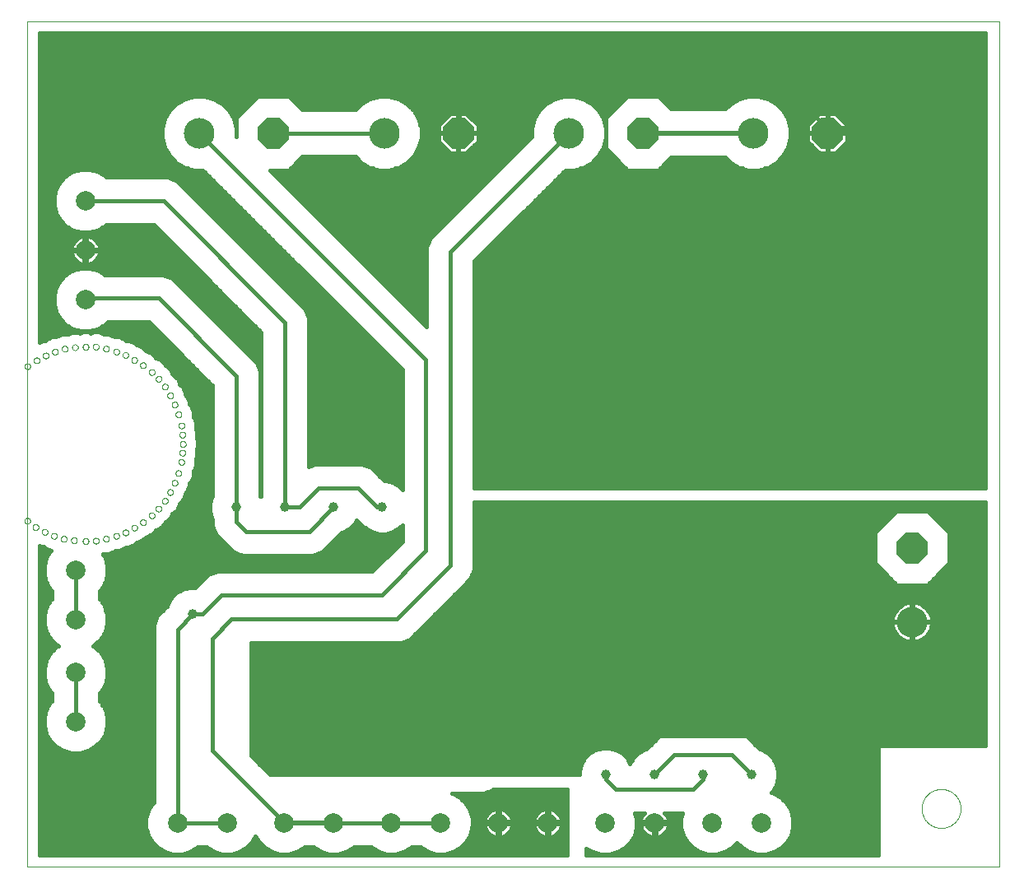
<source format=gbl>
G75*
%MOIN*%
%OFA0B0*%
%FSLAX25Y25*%
%IPPOS*%
%LPD*%
%AMOC8*
5,1,8,0,0,1.08239X$1,22.5*
%
%ADD10C,0.00000*%
%ADD11OC8,0.12400*%
%ADD12C,0.12400*%
%ADD13C,0.07874*%
%ADD14C,0.03962*%
%ADD15C,0.01600*%
%ADD16C,0.19748*%
%ADD17C,0.02000*%
D10*
X0026140Y0001800D02*
X0026140Y0344320D01*
X0419841Y0344320D01*
X0419841Y0001800D01*
X0026140Y0001800D01*
X0043857Y0134083D02*
X0043859Y0134152D01*
X0043865Y0134220D01*
X0043875Y0134288D01*
X0043889Y0134355D01*
X0043907Y0134422D01*
X0043928Y0134487D01*
X0043954Y0134551D01*
X0043983Y0134613D01*
X0044015Y0134673D01*
X0044051Y0134732D01*
X0044091Y0134788D01*
X0044133Y0134842D01*
X0044179Y0134893D01*
X0044228Y0134942D01*
X0044279Y0134988D01*
X0044333Y0135030D01*
X0044389Y0135070D01*
X0044447Y0135106D01*
X0044508Y0135138D01*
X0044570Y0135167D01*
X0044634Y0135193D01*
X0044699Y0135214D01*
X0044766Y0135232D01*
X0044833Y0135246D01*
X0044901Y0135256D01*
X0044969Y0135262D01*
X0045038Y0135264D01*
X0045107Y0135262D01*
X0045175Y0135256D01*
X0045243Y0135246D01*
X0045310Y0135232D01*
X0045377Y0135214D01*
X0045442Y0135193D01*
X0045506Y0135167D01*
X0045568Y0135138D01*
X0045628Y0135106D01*
X0045687Y0135070D01*
X0045743Y0135030D01*
X0045797Y0134988D01*
X0045848Y0134942D01*
X0045897Y0134893D01*
X0045943Y0134842D01*
X0045985Y0134788D01*
X0046025Y0134732D01*
X0046061Y0134673D01*
X0046093Y0134613D01*
X0046122Y0134551D01*
X0046148Y0134487D01*
X0046169Y0134422D01*
X0046187Y0134355D01*
X0046201Y0134288D01*
X0046211Y0134220D01*
X0046217Y0134152D01*
X0046219Y0134083D01*
X0046217Y0134014D01*
X0046211Y0133946D01*
X0046201Y0133878D01*
X0046187Y0133811D01*
X0046169Y0133744D01*
X0046148Y0133679D01*
X0046122Y0133615D01*
X0046093Y0133553D01*
X0046061Y0133492D01*
X0046025Y0133434D01*
X0045985Y0133378D01*
X0045943Y0133324D01*
X0045897Y0133273D01*
X0045848Y0133224D01*
X0045797Y0133178D01*
X0045743Y0133136D01*
X0045687Y0133096D01*
X0045629Y0133060D01*
X0045568Y0133028D01*
X0045506Y0132999D01*
X0045442Y0132973D01*
X0045377Y0132952D01*
X0045310Y0132934D01*
X0045243Y0132920D01*
X0045175Y0132910D01*
X0045107Y0132904D01*
X0045038Y0132902D01*
X0044969Y0132904D01*
X0044901Y0132910D01*
X0044833Y0132920D01*
X0044766Y0132934D01*
X0044699Y0132952D01*
X0044634Y0132973D01*
X0044570Y0132999D01*
X0044508Y0133028D01*
X0044447Y0133060D01*
X0044389Y0133096D01*
X0044333Y0133136D01*
X0044279Y0133178D01*
X0044228Y0133224D01*
X0044179Y0133273D01*
X0044133Y0133324D01*
X0044091Y0133378D01*
X0044051Y0133434D01*
X0044015Y0133492D01*
X0043983Y0133553D01*
X0043954Y0133615D01*
X0043928Y0133679D01*
X0043907Y0133744D01*
X0043889Y0133811D01*
X0043875Y0133878D01*
X0043865Y0133946D01*
X0043859Y0134014D01*
X0043857Y0134083D01*
X0039723Y0134674D02*
X0039725Y0134743D01*
X0039731Y0134811D01*
X0039741Y0134879D01*
X0039755Y0134946D01*
X0039773Y0135013D01*
X0039794Y0135078D01*
X0039820Y0135142D01*
X0039849Y0135204D01*
X0039881Y0135264D01*
X0039917Y0135323D01*
X0039957Y0135379D01*
X0039999Y0135433D01*
X0040045Y0135484D01*
X0040094Y0135533D01*
X0040145Y0135579D01*
X0040199Y0135621D01*
X0040255Y0135661D01*
X0040313Y0135697D01*
X0040374Y0135729D01*
X0040436Y0135758D01*
X0040500Y0135784D01*
X0040565Y0135805D01*
X0040632Y0135823D01*
X0040699Y0135837D01*
X0040767Y0135847D01*
X0040835Y0135853D01*
X0040904Y0135855D01*
X0040973Y0135853D01*
X0041041Y0135847D01*
X0041109Y0135837D01*
X0041176Y0135823D01*
X0041243Y0135805D01*
X0041308Y0135784D01*
X0041372Y0135758D01*
X0041434Y0135729D01*
X0041494Y0135697D01*
X0041553Y0135661D01*
X0041609Y0135621D01*
X0041663Y0135579D01*
X0041714Y0135533D01*
X0041763Y0135484D01*
X0041809Y0135433D01*
X0041851Y0135379D01*
X0041891Y0135323D01*
X0041927Y0135264D01*
X0041959Y0135204D01*
X0041988Y0135142D01*
X0042014Y0135078D01*
X0042035Y0135013D01*
X0042053Y0134946D01*
X0042067Y0134879D01*
X0042077Y0134811D01*
X0042083Y0134743D01*
X0042085Y0134674D01*
X0042083Y0134605D01*
X0042077Y0134537D01*
X0042067Y0134469D01*
X0042053Y0134402D01*
X0042035Y0134335D01*
X0042014Y0134270D01*
X0041988Y0134206D01*
X0041959Y0134144D01*
X0041927Y0134083D01*
X0041891Y0134025D01*
X0041851Y0133969D01*
X0041809Y0133915D01*
X0041763Y0133864D01*
X0041714Y0133815D01*
X0041663Y0133769D01*
X0041609Y0133727D01*
X0041553Y0133687D01*
X0041495Y0133651D01*
X0041434Y0133619D01*
X0041372Y0133590D01*
X0041308Y0133564D01*
X0041243Y0133543D01*
X0041176Y0133525D01*
X0041109Y0133511D01*
X0041041Y0133501D01*
X0040973Y0133495D01*
X0040904Y0133493D01*
X0040835Y0133495D01*
X0040767Y0133501D01*
X0040699Y0133511D01*
X0040632Y0133525D01*
X0040565Y0133543D01*
X0040500Y0133564D01*
X0040436Y0133590D01*
X0040374Y0133619D01*
X0040313Y0133651D01*
X0040255Y0133687D01*
X0040199Y0133727D01*
X0040145Y0133769D01*
X0040094Y0133815D01*
X0040045Y0133864D01*
X0039999Y0133915D01*
X0039957Y0133969D01*
X0039917Y0134025D01*
X0039881Y0134083D01*
X0039849Y0134144D01*
X0039820Y0134206D01*
X0039794Y0134270D01*
X0039773Y0134335D01*
X0039755Y0134402D01*
X0039741Y0134469D01*
X0039731Y0134537D01*
X0039725Y0134605D01*
X0039723Y0134674D01*
X0035786Y0135855D02*
X0035788Y0135924D01*
X0035794Y0135992D01*
X0035804Y0136060D01*
X0035818Y0136127D01*
X0035836Y0136194D01*
X0035857Y0136259D01*
X0035883Y0136323D01*
X0035912Y0136385D01*
X0035944Y0136445D01*
X0035980Y0136504D01*
X0036020Y0136560D01*
X0036062Y0136614D01*
X0036108Y0136665D01*
X0036157Y0136714D01*
X0036208Y0136760D01*
X0036262Y0136802D01*
X0036318Y0136842D01*
X0036376Y0136878D01*
X0036437Y0136910D01*
X0036499Y0136939D01*
X0036563Y0136965D01*
X0036628Y0136986D01*
X0036695Y0137004D01*
X0036762Y0137018D01*
X0036830Y0137028D01*
X0036898Y0137034D01*
X0036967Y0137036D01*
X0037036Y0137034D01*
X0037104Y0137028D01*
X0037172Y0137018D01*
X0037239Y0137004D01*
X0037306Y0136986D01*
X0037371Y0136965D01*
X0037435Y0136939D01*
X0037497Y0136910D01*
X0037557Y0136878D01*
X0037616Y0136842D01*
X0037672Y0136802D01*
X0037726Y0136760D01*
X0037777Y0136714D01*
X0037826Y0136665D01*
X0037872Y0136614D01*
X0037914Y0136560D01*
X0037954Y0136504D01*
X0037990Y0136445D01*
X0038022Y0136385D01*
X0038051Y0136323D01*
X0038077Y0136259D01*
X0038098Y0136194D01*
X0038116Y0136127D01*
X0038130Y0136060D01*
X0038140Y0135992D01*
X0038146Y0135924D01*
X0038148Y0135855D01*
X0038146Y0135786D01*
X0038140Y0135718D01*
X0038130Y0135650D01*
X0038116Y0135583D01*
X0038098Y0135516D01*
X0038077Y0135451D01*
X0038051Y0135387D01*
X0038022Y0135325D01*
X0037990Y0135264D01*
X0037954Y0135206D01*
X0037914Y0135150D01*
X0037872Y0135096D01*
X0037826Y0135045D01*
X0037777Y0134996D01*
X0037726Y0134950D01*
X0037672Y0134908D01*
X0037616Y0134868D01*
X0037558Y0134832D01*
X0037497Y0134800D01*
X0037435Y0134771D01*
X0037371Y0134745D01*
X0037306Y0134724D01*
X0037239Y0134706D01*
X0037172Y0134692D01*
X0037104Y0134682D01*
X0037036Y0134676D01*
X0036967Y0134674D01*
X0036898Y0134676D01*
X0036830Y0134682D01*
X0036762Y0134692D01*
X0036695Y0134706D01*
X0036628Y0134724D01*
X0036563Y0134745D01*
X0036499Y0134771D01*
X0036437Y0134800D01*
X0036376Y0134832D01*
X0036318Y0134868D01*
X0036262Y0134908D01*
X0036208Y0134950D01*
X0036157Y0134996D01*
X0036108Y0135045D01*
X0036062Y0135096D01*
X0036020Y0135150D01*
X0035980Y0135206D01*
X0035944Y0135264D01*
X0035912Y0135325D01*
X0035883Y0135387D01*
X0035857Y0135451D01*
X0035836Y0135516D01*
X0035818Y0135583D01*
X0035804Y0135650D01*
X0035794Y0135718D01*
X0035788Y0135786D01*
X0035786Y0135855D01*
X0032046Y0137430D02*
X0032048Y0137499D01*
X0032054Y0137567D01*
X0032064Y0137635D01*
X0032078Y0137702D01*
X0032096Y0137769D01*
X0032117Y0137834D01*
X0032143Y0137898D01*
X0032172Y0137960D01*
X0032204Y0138020D01*
X0032240Y0138079D01*
X0032280Y0138135D01*
X0032322Y0138189D01*
X0032368Y0138240D01*
X0032417Y0138289D01*
X0032468Y0138335D01*
X0032522Y0138377D01*
X0032578Y0138417D01*
X0032636Y0138453D01*
X0032697Y0138485D01*
X0032759Y0138514D01*
X0032823Y0138540D01*
X0032888Y0138561D01*
X0032955Y0138579D01*
X0033022Y0138593D01*
X0033090Y0138603D01*
X0033158Y0138609D01*
X0033227Y0138611D01*
X0033296Y0138609D01*
X0033364Y0138603D01*
X0033432Y0138593D01*
X0033499Y0138579D01*
X0033566Y0138561D01*
X0033631Y0138540D01*
X0033695Y0138514D01*
X0033757Y0138485D01*
X0033817Y0138453D01*
X0033876Y0138417D01*
X0033932Y0138377D01*
X0033986Y0138335D01*
X0034037Y0138289D01*
X0034086Y0138240D01*
X0034132Y0138189D01*
X0034174Y0138135D01*
X0034214Y0138079D01*
X0034250Y0138020D01*
X0034282Y0137960D01*
X0034311Y0137898D01*
X0034337Y0137834D01*
X0034358Y0137769D01*
X0034376Y0137702D01*
X0034390Y0137635D01*
X0034400Y0137567D01*
X0034406Y0137499D01*
X0034408Y0137430D01*
X0034406Y0137361D01*
X0034400Y0137293D01*
X0034390Y0137225D01*
X0034376Y0137158D01*
X0034358Y0137091D01*
X0034337Y0137026D01*
X0034311Y0136962D01*
X0034282Y0136900D01*
X0034250Y0136839D01*
X0034214Y0136781D01*
X0034174Y0136725D01*
X0034132Y0136671D01*
X0034086Y0136620D01*
X0034037Y0136571D01*
X0033986Y0136525D01*
X0033932Y0136483D01*
X0033876Y0136443D01*
X0033818Y0136407D01*
X0033757Y0136375D01*
X0033695Y0136346D01*
X0033631Y0136320D01*
X0033566Y0136299D01*
X0033499Y0136281D01*
X0033432Y0136267D01*
X0033364Y0136257D01*
X0033296Y0136251D01*
X0033227Y0136249D01*
X0033158Y0136251D01*
X0033090Y0136257D01*
X0033022Y0136267D01*
X0032955Y0136281D01*
X0032888Y0136299D01*
X0032823Y0136320D01*
X0032759Y0136346D01*
X0032697Y0136375D01*
X0032636Y0136407D01*
X0032578Y0136443D01*
X0032522Y0136483D01*
X0032468Y0136525D01*
X0032417Y0136571D01*
X0032368Y0136620D01*
X0032322Y0136671D01*
X0032280Y0136725D01*
X0032240Y0136781D01*
X0032204Y0136839D01*
X0032172Y0136900D01*
X0032143Y0136962D01*
X0032117Y0137026D01*
X0032096Y0137091D01*
X0032078Y0137158D01*
X0032064Y0137225D01*
X0032054Y0137293D01*
X0032048Y0137361D01*
X0032046Y0137430D01*
X0028306Y0139398D02*
X0028308Y0139467D01*
X0028314Y0139535D01*
X0028324Y0139603D01*
X0028338Y0139670D01*
X0028356Y0139737D01*
X0028377Y0139802D01*
X0028403Y0139866D01*
X0028432Y0139928D01*
X0028464Y0139988D01*
X0028500Y0140047D01*
X0028540Y0140103D01*
X0028582Y0140157D01*
X0028628Y0140208D01*
X0028677Y0140257D01*
X0028728Y0140303D01*
X0028782Y0140345D01*
X0028838Y0140385D01*
X0028896Y0140421D01*
X0028957Y0140453D01*
X0029019Y0140482D01*
X0029083Y0140508D01*
X0029148Y0140529D01*
X0029215Y0140547D01*
X0029282Y0140561D01*
X0029350Y0140571D01*
X0029418Y0140577D01*
X0029487Y0140579D01*
X0029556Y0140577D01*
X0029624Y0140571D01*
X0029692Y0140561D01*
X0029759Y0140547D01*
X0029826Y0140529D01*
X0029891Y0140508D01*
X0029955Y0140482D01*
X0030017Y0140453D01*
X0030077Y0140421D01*
X0030136Y0140385D01*
X0030192Y0140345D01*
X0030246Y0140303D01*
X0030297Y0140257D01*
X0030346Y0140208D01*
X0030392Y0140157D01*
X0030434Y0140103D01*
X0030474Y0140047D01*
X0030510Y0139988D01*
X0030542Y0139928D01*
X0030571Y0139866D01*
X0030597Y0139802D01*
X0030618Y0139737D01*
X0030636Y0139670D01*
X0030650Y0139603D01*
X0030660Y0139535D01*
X0030666Y0139467D01*
X0030668Y0139398D01*
X0030666Y0139329D01*
X0030660Y0139261D01*
X0030650Y0139193D01*
X0030636Y0139126D01*
X0030618Y0139059D01*
X0030597Y0138994D01*
X0030571Y0138930D01*
X0030542Y0138868D01*
X0030510Y0138807D01*
X0030474Y0138749D01*
X0030434Y0138693D01*
X0030392Y0138639D01*
X0030346Y0138588D01*
X0030297Y0138539D01*
X0030246Y0138493D01*
X0030192Y0138451D01*
X0030136Y0138411D01*
X0030078Y0138375D01*
X0030017Y0138343D01*
X0029955Y0138314D01*
X0029891Y0138288D01*
X0029826Y0138267D01*
X0029759Y0138249D01*
X0029692Y0138235D01*
X0029624Y0138225D01*
X0029556Y0138219D01*
X0029487Y0138217D01*
X0029418Y0138219D01*
X0029350Y0138225D01*
X0029282Y0138235D01*
X0029215Y0138249D01*
X0029148Y0138267D01*
X0029083Y0138288D01*
X0029019Y0138314D01*
X0028957Y0138343D01*
X0028896Y0138375D01*
X0028838Y0138411D01*
X0028782Y0138451D01*
X0028728Y0138493D01*
X0028677Y0138539D01*
X0028628Y0138588D01*
X0028582Y0138639D01*
X0028540Y0138693D01*
X0028500Y0138749D01*
X0028464Y0138807D01*
X0028432Y0138868D01*
X0028403Y0138930D01*
X0028377Y0138994D01*
X0028356Y0139059D01*
X0028338Y0139126D01*
X0028324Y0139193D01*
X0028314Y0139261D01*
X0028308Y0139329D01*
X0028306Y0139398D01*
X0024959Y0141957D02*
X0024961Y0142026D01*
X0024967Y0142094D01*
X0024977Y0142162D01*
X0024991Y0142229D01*
X0025009Y0142296D01*
X0025030Y0142361D01*
X0025056Y0142425D01*
X0025085Y0142487D01*
X0025117Y0142547D01*
X0025153Y0142606D01*
X0025193Y0142662D01*
X0025235Y0142716D01*
X0025281Y0142767D01*
X0025330Y0142816D01*
X0025381Y0142862D01*
X0025435Y0142904D01*
X0025491Y0142944D01*
X0025549Y0142980D01*
X0025610Y0143012D01*
X0025672Y0143041D01*
X0025736Y0143067D01*
X0025801Y0143088D01*
X0025868Y0143106D01*
X0025935Y0143120D01*
X0026003Y0143130D01*
X0026071Y0143136D01*
X0026140Y0143138D01*
X0026209Y0143136D01*
X0026277Y0143130D01*
X0026345Y0143120D01*
X0026412Y0143106D01*
X0026479Y0143088D01*
X0026544Y0143067D01*
X0026608Y0143041D01*
X0026670Y0143012D01*
X0026730Y0142980D01*
X0026789Y0142944D01*
X0026845Y0142904D01*
X0026899Y0142862D01*
X0026950Y0142816D01*
X0026999Y0142767D01*
X0027045Y0142716D01*
X0027087Y0142662D01*
X0027127Y0142606D01*
X0027163Y0142547D01*
X0027195Y0142487D01*
X0027224Y0142425D01*
X0027250Y0142361D01*
X0027271Y0142296D01*
X0027289Y0142229D01*
X0027303Y0142162D01*
X0027313Y0142094D01*
X0027319Y0142026D01*
X0027321Y0141957D01*
X0027319Y0141888D01*
X0027313Y0141820D01*
X0027303Y0141752D01*
X0027289Y0141685D01*
X0027271Y0141618D01*
X0027250Y0141553D01*
X0027224Y0141489D01*
X0027195Y0141427D01*
X0027163Y0141366D01*
X0027127Y0141308D01*
X0027087Y0141252D01*
X0027045Y0141198D01*
X0026999Y0141147D01*
X0026950Y0141098D01*
X0026899Y0141052D01*
X0026845Y0141010D01*
X0026789Y0140970D01*
X0026731Y0140934D01*
X0026670Y0140902D01*
X0026608Y0140873D01*
X0026544Y0140847D01*
X0026479Y0140826D01*
X0026412Y0140808D01*
X0026345Y0140794D01*
X0026277Y0140784D01*
X0026209Y0140778D01*
X0026140Y0140776D01*
X0026071Y0140778D01*
X0026003Y0140784D01*
X0025935Y0140794D01*
X0025868Y0140808D01*
X0025801Y0140826D01*
X0025736Y0140847D01*
X0025672Y0140873D01*
X0025610Y0140902D01*
X0025549Y0140934D01*
X0025491Y0140970D01*
X0025435Y0141010D01*
X0025381Y0141052D01*
X0025330Y0141098D01*
X0025281Y0141147D01*
X0025235Y0141198D01*
X0025193Y0141252D01*
X0025153Y0141308D01*
X0025117Y0141366D01*
X0025085Y0141427D01*
X0025056Y0141489D01*
X0025030Y0141553D01*
X0025009Y0141618D01*
X0024991Y0141685D01*
X0024977Y0141752D01*
X0024967Y0141820D01*
X0024961Y0141888D01*
X0024959Y0141957D01*
X0048581Y0133690D02*
X0048583Y0133759D01*
X0048589Y0133827D01*
X0048599Y0133895D01*
X0048613Y0133962D01*
X0048631Y0134029D01*
X0048652Y0134094D01*
X0048678Y0134158D01*
X0048707Y0134220D01*
X0048739Y0134280D01*
X0048775Y0134339D01*
X0048815Y0134395D01*
X0048857Y0134449D01*
X0048903Y0134500D01*
X0048952Y0134549D01*
X0049003Y0134595D01*
X0049057Y0134637D01*
X0049113Y0134677D01*
X0049171Y0134713D01*
X0049232Y0134745D01*
X0049294Y0134774D01*
X0049358Y0134800D01*
X0049423Y0134821D01*
X0049490Y0134839D01*
X0049557Y0134853D01*
X0049625Y0134863D01*
X0049693Y0134869D01*
X0049762Y0134871D01*
X0049831Y0134869D01*
X0049899Y0134863D01*
X0049967Y0134853D01*
X0050034Y0134839D01*
X0050101Y0134821D01*
X0050166Y0134800D01*
X0050230Y0134774D01*
X0050292Y0134745D01*
X0050352Y0134713D01*
X0050411Y0134677D01*
X0050467Y0134637D01*
X0050521Y0134595D01*
X0050572Y0134549D01*
X0050621Y0134500D01*
X0050667Y0134449D01*
X0050709Y0134395D01*
X0050749Y0134339D01*
X0050785Y0134280D01*
X0050817Y0134220D01*
X0050846Y0134158D01*
X0050872Y0134094D01*
X0050893Y0134029D01*
X0050911Y0133962D01*
X0050925Y0133895D01*
X0050935Y0133827D01*
X0050941Y0133759D01*
X0050943Y0133690D01*
X0050941Y0133621D01*
X0050935Y0133553D01*
X0050925Y0133485D01*
X0050911Y0133418D01*
X0050893Y0133351D01*
X0050872Y0133286D01*
X0050846Y0133222D01*
X0050817Y0133160D01*
X0050785Y0133099D01*
X0050749Y0133041D01*
X0050709Y0132985D01*
X0050667Y0132931D01*
X0050621Y0132880D01*
X0050572Y0132831D01*
X0050521Y0132785D01*
X0050467Y0132743D01*
X0050411Y0132703D01*
X0050353Y0132667D01*
X0050292Y0132635D01*
X0050230Y0132606D01*
X0050166Y0132580D01*
X0050101Y0132559D01*
X0050034Y0132541D01*
X0049967Y0132527D01*
X0049899Y0132517D01*
X0049831Y0132511D01*
X0049762Y0132509D01*
X0049693Y0132511D01*
X0049625Y0132517D01*
X0049557Y0132527D01*
X0049490Y0132541D01*
X0049423Y0132559D01*
X0049358Y0132580D01*
X0049294Y0132606D01*
X0049232Y0132635D01*
X0049171Y0132667D01*
X0049113Y0132703D01*
X0049057Y0132743D01*
X0049003Y0132785D01*
X0048952Y0132831D01*
X0048903Y0132880D01*
X0048857Y0132931D01*
X0048815Y0132985D01*
X0048775Y0133041D01*
X0048739Y0133099D01*
X0048707Y0133160D01*
X0048678Y0133222D01*
X0048652Y0133286D01*
X0048631Y0133351D01*
X0048613Y0133418D01*
X0048599Y0133485D01*
X0048589Y0133553D01*
X0048583Y0133621D01*
X0048581Y0133690D01*
X0052715Y0133887D02*
X0052717Y0133956D01*
X0052723Y0134024D01*
X0052733Y0134092D01*
X0052747Y0134159D01*
X0052765Y0134226D01*
X0052786Y0134291D01*
X0052812Y0134355D01*
X0052841Y0134417D01*
X0052873Y0134477D01*
X0052909Y0134536D01*
X0052949Y0134592D01*
X0052991Y0134646D01*
X0053037Y0134697D01*
X0053086Y0134746D01*
X0053137Y0134792D01*
X0053191Y0134834D01*
X0053247Y0134874D01*
X0053305Y0134910D01*
X0053366Y0134942D01*
X0053428Y0134971D01*
X0053492Y0134997D01*
X0053557Y0135018D01*
X0053624Y0135036D01*
X0053691Y0135050D01*
X0053759Y0135060D01*
X0053827Y0135066D01*
X0053896Y0135068D01*
X0053965Y0135066D01*
X0054033Y0135060D01*
X0054101Y0135050D01*
X0054168Y0135036D01*
X0054235Y0135018D01*
X0054300Y0134997D01*
X0054364Y0134971D01*
X0054426Y0134942D01*
X0054486Y0134910D01*
X0054545Y0134874D01*
X0054601Y0134834D01*
X0054655Y0134792D01*
X0054706Y0134746D01*
X0054755Y0134697D01*
X0054801Y0134646D01*
X0054843Y0134592D01*
X0054883Y0134536D01*
X0054919Y0134477D01*
X0054951Y0134417D01*
X0054980Y0134355D01*
X0055006Y0134291D01*
X0055027Y0134226D01*
X0055045Y0134159D01*
X0055059Y0134092D01*
X0055069Y0134024D01*
X0055075Y0133956D01*
X0055077Y0133887D01*
X0055075Y0133818D01*
X0055069Y0133750D01*
X0055059Y0133682D01*
X0055045Y0133615D01*
X0055027Y0133548D01*
X0055006Y0133483D01*
X0054980Y0133419D01*
X0054951Y0133357D01*
X0054919Y0133296D01*
X0054883Y0133238D01*
X0054843Y0133182D01*
X0054801Y0133128D01*
X0054755Y0133077D01*
X0054706Y0133028D01*
X0054655Y0132982D01*
X0054601Y0132940D01*
X0054545Y0132900D01*
X0054487Y0132864D01*
X0054426Y0132832D01*
X0054364Y0132803D01*
X0054300Y0132777D01*
X0054235Y0132756D01*
X0054168Y0132738D01*
X0054101Y0132724D01*
X0054033Y0132714D01*
X0053965Y0132708D01*
X0053896Y0132706D01*
X0053827Y0132708D01*
X0053759Y0132714D01*
X0053691Y0132724D01*
X0053624Y0132738D01*
X0053557Y0132756D01*
X0053492Y0132777D01*
X0053428Y0132803D01*
X0053366Y0132832D01*
X0053305Y0132864D01*
X0053247Y0132900D01*
X0053191Y0132940D01*
X0053137Y0132982D01*
X0053086Y0133028D01*
X0053037Y0133077D01*
X0052991Y0133128D01*
X0052949Y0133182D01*
X0052909Y0133238D01*
X0052873Y0133296D01*
X0052841Y0133357D01*
X0052812Y0133419D01*
X0052786Y0133483D01*
X0052765Y0133548D01*
X0052747Y0133615D01*
X0052733Y0133682D01*
X0052723Y0133750D01*
X0052717Y0133818D01*
X0052715Y0133887D01*
X0056849Y0134674D02*
X0056851Y0134743D01*
X0056857Y0134811D01*
X0056867Y0134879D01*
X0056881Y0134946D01*
X0056899Y0135013D01*
X0056920Y0135078D01*
X0056946Y0135142D01*
X0056975Y0135204D01*
X0057007Y0135264D01*
X0057043Y0135323D01*
X0057083Y0135379D01*
X0057125Y0135433D01*
X0057171Y0135484D01*
X0057220Y0135533D01*
X0057271Y0135579D01*
X0057325Y0135621D01*
X0057381Y0135661D01*
X0057439Y0135697D01*
X0057500Y0135729D01*
X0057562Y0135758D01*
X0057626Y0135784D01*
X0057691Y0135805D01*
X0057758Y0135823D01*
X0057825Y0135837D01*
X0057893Y0135847D01*
X0057961Y0135853D01*
X0058030Y0135855D01*
X0058099Y0135853D01*
X0058167Y0135847D01*
X0058235Y0135837D01*
X0058302Y0135823D01*
X0058369Y0135805D01*
X0058434Y0135784D01*
X0058498Y0135758D01*
X0058560Y0135729D01*
X0058620Y0135697D01*
X0058679Y0135661D01*
X0058735Y0135621D01*
X0058789Y0135579D01*
X0058840Y0135533D01*
X0058889Y0135484D01*
X0058935Y0135433D01*
X0058977Y0135379D01*
X0059017Y0135323D01*
X0059053Y0135264D01*
X0059085Y0135204D01*
X0059114Y0135142D01*
X0059140Y0135078D01*
X0059161Y0135013D01*
X0059179Y0134946D01*
X0059193Y0134879D01*
X0059203Y0134811D01*
X0059209Y0134743D01*
X0059211Y0134674D01*
X0059209Y0134605D01*
X0059203Y0134537D01*
X0059193Y0134469D01*
X0059179Y0134402D01*
X0059161Y0134335D01*
X0059140Y0134270D01*
X0059114Y0134206D01*
X0059085Y0134144D01*
X0059053Y0134083D01*
X0059017Y0134025D01*
X0058977Y0133969D01*
X0058935Y0133915D01*
X0058889Y0133864D01*
X0058840Y0133815D01*
X0058789Y0133769D01*
X0058735Y0133727D01*
X0058679Y0133687D01*
X0058621Y0133651D01*
X0058560Y0133619D01*
X0058498Y0133590D01*
X0058434Y0133564D01*
X0058369Y0133543D01*
X0058302Y0133525D01*
X0058235Y0133511D01*
X0058167Y0133501D01*
X0058099Y0133495D01*
X0058030Y0133493D01*
X0057961Y0133495D01*
X0057893Y0133501D01*
X0057825Y0133511D01*
X0057758Y0133525D01*
X0057691Y0133543D01*
X0057626Y0133564D01*
X0057562Y0133590D01*
X0057500Y0133619D01*
X0057439Y0133651D01*
X0057381Y0133687D01*
X0057325Y0133727D01*
X0057271Y0133769D01*
X0057220Y0133815D01*
X0057171Y0133864D01*
X0057125Y0133915D01*
X0057083Y0133969D01*
X0057043Y0134025D01*
X0057007Y0134083D01*
X0056975Y0134144D01*
X0056946Y0134206D01*
X0056920Y0134270D01*
X0056899Y0134335D01*
X0056881Y0134402D01*
X0056867Y0134469D01*
X0056857Y0134537D01*
X0056851Y0134605D01*
X0056849Y0134674D01*
X0060983Y0135855D02*
X0060985Y0135924D01*
X0060991Y0135992D01*
X0061001Y0136060D01*
X0061015Y0136127D01*
X0061033Y0136194D01*
X0061054Y0136259D01*
X0061080Y0136323D01*
X0061109Y0136385D01*
X0061141Y0136445D01*
X0061177Y0136504D01*
X0061217Y0136560D01*
X0061259Y0136614D01*
X0061305Y0136665D01*
X0061354Y0136714D01*
X0061405Y0136760D01*
X0061459Y0136802D01*
X0061515Y0136842D01*
X0061573Y0136878D01*
X0061634Y0136910D01*
X0061696Y0136939D01*
X0061760Y0136965D01*
X0061825Y0136986D01*
X0061892Y0137004D01*
X0061959Y0137018D01*
X0062027Y0137028D01*
X0062095Y0137034D01*
X0062164Y0137036D01*
X0062233Y0137034D01*
X0062301Y0137028D01*
X0062369Y0137018D01*
X0062436Y0137004D01*
X0062503Y0136986D01*
X0062568Y0136965D01*
X0062632Y0136939D01*
X0062694Y0136910D01*
X0062754Y0136878D01*
X0062813Y0136842D01*
X0062869Y0136802D01*
X0062923Y0136760D01*
X0062974Y0136714D01*
X0063023Y0136665D01*
X0063069Y0136614D01*
X0063111Y0136560D01*
X0063151Y0136504D01*
X0063187Y0136445D01*
X0063219Y0136385D01*
X0063248Y0136323D01*
X0063274Y0136259D01*
X0063295Y0136194D01*
X0063313Y0136127D01*
X0063327Y0136060D01*
X0063337Y0135992D01*
X0063343Y0135924D01*
X0063345Y0135855D01*
X0063343Y0135786D01*
X0063337Y0135718D01*
X0063327Y0135650D01*
X0063313Y0135583D01*
X0063295Y0135516D01*
X0063274Y0135451D01*
X0063248Y0135387D01*
X0063219Y0135325D01*
X0063187Y0135264D01*
X0063151Y0135206D01*
X0063111Y0135150D01*
X0063069Y0135096D01*
X0063023Y0135045D01*
X0062974Y0134996D01*
X0062923Y0134950D01*
X0062869Y0134908D01*
X0062813Y0134868D01*
X0062755Y0134832D01*
X0062694Y0134800D01*
X0062632Y0134771D01*
X0062568Y0134745D01*
X0062503Y0134724D01*
X0062436Y0134706D01*
X0062369Y0134692D01*
X0062301Y0134682D01*
X0062233Y0134676D01*
X0062164Y0134674D01*
X0062095Y0134676D01*
X0062027Y0134682D01*
X0061959Y0134692D01*
X0061892Y0134706D01*
X0061825Y0134724D01*
X0061760Y0134745D01*
X0061696Y0134771D01*
X0061634Y0134800D01*
X0061573Y0134832D01*
X0061515Y0134868D01*
X0061459Y0134908D01*
X0061405Y0134950D01*
X0061354Y0134996D01*
X0061305Y0135045D01*
X0061259Y0135096D01*
X0061217Y0135150D01*
X0061177Y0135206D01*
X0061141Y0135264D01*
X0061109Y0135325D01*
X0061080Y0135387D01*
X0061054Y0135451D01*
X0061033Y0135516D01*
X0061015Y0135583D01*
X0061001Y0135650D01*
X0060991Y0135718D01*
X0060985Y0135786D01*
X0060983Y0135855D01*
X0064723Y0137233D02*
X0064725Y0137302D01*
X0064731Y0137370D01*
X0064741Y0137438D01*
X0064755Y0137505D01*
X0064773Y0137572D01*
X0064794Y0137637D01*
X0064820Y0137701D01*
X0064849Y0137763D01*
X0064881Y0137823D01*
X0064917Y0137882D01*
X0064957Y0137938D01*
X0064999Y0137992D01*
X0065045Y0138043D01*
X0065094Y0138092D01*
X0065145Y0138138D01*
X0065199Y0138180D01*
X0065255Y0138220D01*
X0065313Y0138256D01*
X0065374Y0138288D01*
X0065436Y0138317D01*
X0065500Y0138343D01*
X0065565Y0138364D01*
X0065632Y0138382D01*
X0065699Y0138396D01*
X0065767Y0138406D01*
X0065835Y0138412D01*
X0065904Y0138414D01*
X0065973Y0138412D01*
X0066041Y0138406D01*
X0066109Y0138396D01*
X0066176Y0138382D01*
X0066243Y0138364D01*
X0066308Y0138343D01*
X0066372Y0138317D01*
X0066434Y0138288D01*
X0066494Y0138256D01*
X0066553Y0138220D01*
X0066609Y0138180D01*
X0066663Y0138138D01*
X0066714Y0138092D01*
X0066763Y0138043D01*
X0066809Y0137992D01*
X0066851Y0137938D01*
X0066891Y0137882D01*
X0066927Y0137823D01*
X0066959Y0137763D01*
X0066988Y0137701D01*
X0067014Y0137637D01*
X0067035Y0137572D01*
X0067053Y0137505D01*
X0067067Y0137438D01*
X0067077Y0137370D01*
X0067083Y0137302D01*
X0067085Y0137233D01*
X0067083Y0137164D01*
X0067077Y0137096D01*
X0067067Y0137028D01*
X0067053Y0136961D01*
X0067035Y0136894D01*
X0067014Y0136829D01*
X0066988Y0136765D01*
X0066959Y0136703D01*
X0066927Y0136642D01*
X0066891Y0136584D01*
X0066851Y0136528D01*
X0066809Y0136474D01*
X0066763Y0136423D01*
X0066714Y0136374D01*
X0066663Y0136328D01*
X0066609Y0136286D01*
X0066553Y0136246D01*
X0066495Y0136210D01*
X0066434Y0136178D01*
X0066372Y0136149D01*
X0066308Y0136123D01*
X0066243Y0136102D01*
X0066176Y0136084D01*
X0066109Y0136070D01*
X0066041Y0136060D01*
X0065973Y0136054D01*
X0065904Y0136052D01*
X0065835Y0136054D01*
X0065767Y0136060D01*
X0065699Y0136070D01*
X0065632Y0136084D01*
X0065565Y0136102D01*
X0065500Y0136123D01*
X0065436Y0136149D01*
X0065374Y0136178D01*
X0065313Y0136210D01*
X0065255Y0136246D01*
X0065199Y0136286D01*
X0065145Y0136328D01*
X0065094Y0136374D01*
X0065045Y0136423D01*
X0064999Y0136474D01*
X0064957Y0136528D01*
X0064917Y0136584D01*
X0064881Y0136642D01*
X0064849Y0136703D01*
X0064820Y0136765D01*
X0064794Y0136829D01*
X0064773Y0136894D01*
X0064755Y0136961D01*
X0064741Y0137028D01*
X0064731Y0137096D01*
X0064725Y0137164D01*
X0064723Y0137233D01*
X0068266Y0139202D02*
X0068268Y0139271D01*
X0068274Y0139339D01*
X0068284Y0139407D01*
X0068298Y0139474D01*
X0068316Y0139541D01*
X0068337Y0139606D01*
X0068363Y0139670D01*
X0068392Y0139732D01*
X0068424Y0139792D01*
X0068460Y0139851D01*
X0068500Y0139907D01*
X0068542Y0139961D01*
X0068588Y0140012D01*
X0068637Y0140061D01*
X0068688Y0140107D01*
X0068742Y0140149D01*
X0068798Y0140189D01*
X0068856Y0140225D01*
X0068917Y0140257D01*
X0068979Y0140286D01*
X0069043Y0140312D01*
X0069108Y0140333D01*
X0069175Y0140351D01*
X0069242Y0140365D01*
X0069310Y0140375D01*
X0069378Y0140381D01*
X0069447Y0140383D01*
X0069516Y0140381D01*
X0069584Y0140375D01*
X0069652Y0140365D01*
X0069719Y0140351D01*
X0069786Y0140333D01*
X0069851Y0140312D01*
X0069915Y0140286D01*
X0069977Y0140257D01*
X0070037Y0140225D01*
X0070096Y0140189D01*
X0070152Y0140149D01*
X0070206Y0140107D01*
X0070257Y0140061D01*
X0070306Y0140012D01*
X0070352Y0139961D01*
X0070394Y0139907D01*
X0070434Y0139851D01*
X0070470Y0139792D01*
X0070502Y0139732D01*
X0070531Y0139670D01*
X0070557Y0139606D01*
X0070578Y0139541D01*
X0070596Y0139474D01*
X0070610Y0139407D01*
X0070620Y0139339D01*
X0070626Y0139271D01*
X0070628Y0139202D01*
X0070626Y0139133D01*
X0070620Y0139065D01*
X0070610Y0138997D01*
X0070596Y0138930D01*
X0070578Y0138863D01*
X0070557Y0138798D01*
X0070531Y0138734D01*
X0070502Y0138672D01*
X0070470Y0138611D01*
X0070434Y0138553D01*
X0070394Y0138497D01*
X0070352Y0138443D01*
X0070306Y0138392D01*
X0070257Y0138343D01*
X0070206Y0138297D01*
X0070152Y0138255D01*
X0070096Y0138215D01*
X0070038Y0138179D01*
X0069977Y0138147D01*
X0069915Y0138118D01*
X0069851Y0138092D01*
X0069786Y0138071D01*
X0069719Y0138053D01*
X0069652Y0138039D01*
X0069584Y0138029D01*
X0069516Y0138023D01*
X0069447Y0138021D01*
X0069378Y0138023D01*
X0069310Y0138029D01*
X0069242Y0138039D01*
X0069175Y0138053D01*
X0069108Y0138071D01*
X0069043Y0138092D01*
X0068979Y0138118D01*
X0068917Y0138147D01*
X0068856Y0138179D01*
X0068798Y0138215D01*
X0068742Y0138255D01*
X0068688Y0138297D01*
X0068637Y0138343D01*
X0068588Y0138392D01*
X0068542Y0138443D01*
X0068500Y0138497D01*
X0068460Y0138553D01*
X0068424Y0138611D01*
X0068392Y0138672D01*
X0068363Y0138734D01*
X0068337Y0138798D01*
X0068316Y0138863D01*
X0068298Y0138930D01*
X0068284Y0138997D01*
X0068274Y0139065D01*
X0068268Y0139133D01*
X0068266Y0139202D01*
X0071810Y0141367D02*
X0071812Y0141436D01*
X0071818Y0141504D01*
X0071828Y0141572D01*
X0071842Y0141639D01*
X0071860Y0141706D01*
X0071881Y0141771D01*
X0071907Y0141835D01*
X0071936Y0141897D01*
X0071968Y0141957D01*
X0072004Y0142016D01*
X0072044Y0142072D01*
X0072086Y0142126D01*
X0072132Y0142177D01*
X0072181Y0142226D01*
X0072232Y0142272D01*
X0072286Y0142314D01*
X0072342Y0142354D01*
X0072400Y0142390D01*
X0072461Y0142422D01*
X0072523Y0142451D01*
X0072587Y0142477D01*
X0072652Y0142498D01*
X0072719Y0142516D01*
X0072786Y0142530D01*
X0072854Y0142540D01*
X0072922Y0142546D01*
X0072991Y0142548D01*
X0073060Y0142546D01*
X0073128Y0142540D01*
X0073196Y0142530D01*
X0073263Y0142516D01*
X0073330Y0142498D01*
X0073395Y0142477D01*
X0073459Y0142451D01*
X0073521Y0142422D01*
X0073581Y0142390D01*
X0073640Y0142354D01*
X0073696Y0142314D01*
X0073750Y0142272D01*
X0073801Y0142226D01*
X0073850Y0142177D01*
X0073896Y0142126D01*
X0073938Y0142072D01*
X0073978Y0142016D01*
X0074014Y0141957D01*
X0074046Y0141897D01*
X0074075Y0141835D01*
X0074101Y0141771D01*
X0074122Y0141706D01*
X0074140Y0141639D01*
X0074154Y0141572D01*
X0074164Y0141504D01*
X0074170Y0141436D01*
X0074172Y0141367D01*
X0074170Y0141298D01*
X0074164Y0141230D01*
X0074154Y0141162D01*
X0074140Y0141095D01*
X0074122Y0141028D01*
X0074101Y0140963D01*
X0074075Y0140899D01*
X0074046Y0140837D01*
X0074014Y0140776D01*
X0073978Y0140718D01*
X0073938Y0140662D01*
X0073896Y0140608D01*
X0073850Y0140557D01*
X0073801Y0140508D01*
X0073750Y0140462D01*
X0073696Y0140420D01*
X0073640Y0140380D01*
X0073582Y0140344D01*
X0073521Y0140312D01*
X0073459Y0140283D01*
X0073395Y0140257D01*
X0073330Y0140236D01*
X0073263Y0140218D01*
X0073196Y0140204D01*
X0073128Y0140194D01*
X0073060Y0140188D01*
X0072991Y0140186D01*
X0072922Y0140188D01*
X0072854Y0140194D01*
X0072786Y0140204D01*
X0072719Y0140218D01*
X0072652Y0140236D01*
X0072587Y0140257D01*
X0072523Y0140283D01*
X0072461Y0140312D01*
X0072400Y0140344D01*
X0072342Y0140380D01*
X0072286Y0140420D01*
X0072232Y0140462D01*
X0072181Y0140508D01*
X0072132Y0140557D01*
X0072086Y0140608D01*
X0072044Y0140662D01*
X0072004Y0140718D01*
X0071968Y0140776D01*
X0071936Y0140837D01*
X0071907Y0140899D01*
X0071881Y0140963D01*
X0071860Y0141028D01*
X0071842Y0141095D01*
X0071828Y0141162D01*
X0071818Y0141230D01*
X0071812Y0141298D01*
X0071810Y0141367D01*
X0075353Y0144123D02*
X0075355Y0144192D01*
X0075361Y0144260D01*
X0075371Y0144328D01*
X0075385Y0144395D01*
X0075403Y0144462D01*
X0075424Y0144527D01*
X0075450Y0144591D01*
X0075479Y0144653D01*
X0075511Y0144713D01*
X0075547Y0144772D01*
X0075587Y0144828D01*
X0075629Y0144882D01*
X0075675Y0144933D01*
X0075724Y0144982D01*
X0075775Y0145028D01*
X0075829Y0145070D01*
X0075885Y0145110D01*
X0075943Y0145146D01*
X0076004Y0145178D01*
X0076066Y0145207D01*
X0076130Y0145233D01*
X0076195Y0145254D01*
X0076262Y0145272D01*
X0076329Y0145286D01*
X0076397Y0145296D01*
X0076465Y0145302D01*
X0076534Y0145304D01*
X0076603Y0145302D01*
X0076671Y0145296D01*
X0076739Y0145286D01*
X0076806Y0145272D01*
X0076873Y0145254D01*
X0076938Y0145233D01*
X0077002Y0145207D01*
X0077064Y0145178D01*
X0077124Y0145146D01*
X0077183Y0145110D01*
X0077239Y0145070D01*
X0077293Y0145028D01*
X0077344Y0144982D01*
X0077393Y0144933D01*
X0077439Y0144882D01*
X0077481Y0144828D01*
X0077521Y0144772D01*
X0077557Y0144713D01*
X0077589Y0144653D01*
X0077618Y0144591D01*
X0077644Y0144527D01*
X0077665Y0144462D01*
X0077683Y0144395D01*
X0077697Y0144328D01*
X0077707Y0144260D01*
X0077713Y0144192D01*
X0077715Y0144123D01*
X0077713Y0144054D01*
X0077707Y0143986D01*
X0077697Y0143918D01*
X0077683Y0143851D01*
X0077665Y0143784D01*
X0077644Y0143719D01*
X0077618Y0143655D01*
X0077589Y0143593D01*
X0077557Y0143532D01*
X0077521Y0143474D01*
X0077481Y0143418D01*
X0077439Y0143364D01*
X0077393Y0143313D01*
X0077344Y0143264D01*
X0077293Y0143218D01*
X0077239Y0143176D01*
X0077183Y0143136D01*
X0077125Y0143100D01*
X0077064Y0143068D01*
X0077002Y0143039D01*
X0076938Y0143013D01*
X0076873Y0142992D01*
X0076806Y0142974D01*
X0076739Y0142960D01*
X0076671Y0142950D01*
X0076603Y0142944D01*
X0076534Y0142942D01*
X0076465Y0142944D01*
X0076397Y0142950D01*
X0076329Y0142960D01*
X0076262Y0142974D01*
X0076195Y0142992D01*
X0076130Y0143013D01*
X0076066Y0143039D01*
X0076004Y0143068D01*
X0075943Y0143100D01*
X0075885Y0143136D01*
X0075829Y0143176D01*
X0075775Y0143218D01*
X0075724Y0143264D01*
X0075675Y0143313D01*
X0075629Y0143364D01*
X0075587Y0143418D01*
X0075547Y0143474D01*
X0075511Y0143532D01*
X0075479Y0143593D01*
X0075450Y0143655D01*
X0075424Y0143719D01*
X0075403Y0143784D01*
X0075385Y0143851D01*
X0075371Y0143918D01*
X0075361Y0143986D01*
X0075355Y0144054D01*
X0075353Y0144123D01*
X0078109Y0146879D02*
X0078111Y0146948D01*
X0078117Y0147016D01*
X0078127Y0147084D01*
X0078141Y0147151D01*
X0078159Y0147218D01*
X0078180Y0147283D01*
X0078206Y0147347D01*
X0078235Y0147409D01*
X0078267Y0147469D01*
X0078303Y0147528D01*
X0078343Y0147584D01*
X0078385Y0147638D01*
X0078431Y0147689D01*
X0078480Y0147738D01*
X0078531Y0147784D01*
X0078585Y0147826D01*
X0078641Y0147866D01*
X0078699Y0147902D01*
X0078760Y0147934D01*
X0078822Y0147963D01*
X0078886Y0147989D01*
X0078951Y0148010D01*
X0079018Y0148028D01*
X0079085Y0148042D01*
X0079153Y0148052D01*
X0079221Y0148058D01*
X0079290Y0148060D01*
X0079359Y0148058D01*
X0079427Y0148052D01*
X0079495Y0148042D01*
X0079562Y0148028D01*
X0079629Y0148010D01*
X0079694Y0147989D01*
X0079758Y0147963D01*
X0079820Y0147934D01*
X0079880Y0147902D01*
X0079939Y0147866D01*
X0079995Y0147826D01*
X0080049Y0147784D01*
X0080100Y0147738D01*
X0080149Y0147689D01*
X0080195Y0147638D01*
X0080237Y0147584D01*
X0080277Y0147528D01*
X0080313Y0147469D01*
X0080345Y0147409D01*
X0080374Y0147347D01*
X0080400Y0147283D01*
X0080421Y0147218D01*
X0080439Y0147151D01*
X0080453Y0147084D01*
X0080463Y0147016D01*
X0080469Y0146948D01*
X0080471Y0146879D01*
X0080469Y0146810D01*
X0080463Y0146742D01*
X0080453Y0146674D01*
X0080439Y0146607D01*
X0080421Y0146540D01*
X0080400Y0146475D01*
X0080374Y0146411D01*
X0080345Y0146349D01*
X0080313Y0146288D01*
X0080277Y0146230D01*
X0080237Y0146174D01*
X0080195Y0146120D01*
X0080149Y0146069D01*
X0080100Y0146020D01*
X0080049Y0145974D01*
X0079995Y0145932D01*
X0079939Y0145892D01*
X0079881Y0145856D01*
X0079820Y0145824D01*
X0079758Y0145795D01*
X0079694Y0145769D01*
X0079629Y0145748D01*
X0079562Y0145730D01*
X0079495Y0145716D01*
X0079427Y0145706D01*
X0079359Y0145700D01*
X0079290Y0145698D01*
X0079221Y0145700D01*
X0079153Y0145706D01*
X0079085Y0145716D01*
X0079018Y0145730D01*
X0078951Y0145748D01*
X0078886Y0145769D01*
X0078822Y0145795D01*
X0078760Y0145824D01*
X0078699Y0145856D01*
X0078641Y0145892D01*
X0078585Y0145932D01*
X0078531Y0145974D01*
X0078480Y0146020D01*
X0078431Y0146069D01*
X0078385Y0146120D01*
X0078343Y0146174D01*
X0078303Y0146230D01*
X0078267Y0146288D01*
X0078235Y0146349D01*
X0078206Y0146411D01*
X0078180Y0146475D01*
X0078159Y0146540D01*
X0078141Y0146607D01*
X0078127Y0146674D01*
X0078117Y0146742D01*
X0078111Y0146810D01*
X0078109Y0146879D01*
X0080668Y0150028D02*
X0080670Y0150097D01*
X0080676Y0150165D01*
X0080686Y0150233D01*
X0080700Y0150300D01*
X0080718Y0150367D01*
X0080739Y0150432D01*
X0080765Y0150496D01*
X0080794Y0150558D01*
X0080826Y0150618D01*
X0080862Y0150677D01*
X0080902Y0150733D01*
X0080944Y0150787D01*
X0080990Y0150838D01*
X0081039Y0150887D01*
X0081090Y0150933D01*
X0081144Y0150975D01*
X0081200Y0151015D01*
X0081258Y0151051D01*
X0081319Y0151083D01*
X0081381Y0151112D01*
X0081445Y0151138D01*
X0081510Y0151159D01*
X0081577Y0151177D01*
X0081644Y0151191D01*
X0081712Y0151201D01*
X0081780Y0151207D01*
X0081849Y0151209D01*
X0081918Y0151207D01*
X0081986Y0151201D01*
X0082054Y0151191D01*
X0082121Y0151177D01*
X0082188Y0151159D01*
X0082253Y0151138D01*
X0082317Y0151112D01*
X0082379Y0151083D01*
X0082439Y0151051D01*
X0082498Y0151015D01*
X0082554Y0150975D01*
X0082608Y0150933D01*
X0082659Y0150887D01*
X0082708Y0150838D01*
X0082754Y0150787D01*
X0082796Y0150733D01*
X0082836Y0150677D01*
X0082872Y0150618D01*
X0082904Y0150558D01*
X0082933Y0150496D01*
X0082959Y0150432D01*
X0082980Y0150367D01*
X0082998Y0150300D01*
X0083012Y0150233D01*
X0083022Y0150165D01*
X0083028Y0150097D01*
X0083030Y0150028D01*
X0083028Y0149959D01*
X0083022Y0149891D01*
X0083012Y0149823D01*
X0082998Y0149756D01*
X0082980Y0149689D01*
X0082959Y0149624D01*
X0082933Y0149560D01*
X0082904Y0149498D01*
X0082872Y0149437D01*
X0082836Y0149379D01*
X0082796Y0149323D01*
X0082754Y0149269D01*
X0082708Y0149218D01*
X0082659Y0149169D01*
X0082608Y0149123D01*
X0082554Y0149081D01*
X0082498Y0149041D01*
X0082440Y0149005D01*
X0082379Y0148973D01*
X0082317Y0148944D01*
X0082253Y0148918D01*
X0082188Y0148897D01*
X0082121Y0148879D01*
X0082054Y0148865D01*
X0081986Y0148855D01*
X0081918Y0148849D01*
X0081849Y0148847D01*
X0081780Y0148849D01*
X0081712Y0148855D01*
X0081644Y0148865D01*
X0081577Y0148879D01*
X0081510Y0148897D01*
X0081445Y0148918D01*
X0081381Y0148944D01*
X0081319Y0148973D01*
X0081258Y0149005D01*
X0081200Y0149041D01*
X0081144Y0149081D01*
X0081090Y0149123D01*
X0081039Y0149169D01*
X0080990Y0149218D01*
X0080944Y0149269D01*
X0080902Y0149323D01*
X0080862Y0149379D01*
X0080826Y0149437D01*
X0080794Y0149498D01*
X0080765Y0149560D01*
X0080739Y0149624D01*
X0080718Y0149689D01*
X0080700Y0149756D01*
X0080686Y0149823D01*
X0080676Y0149891D01*
X0080670Y0149959D01*
X0080668Y0150028D01*
X0082833Y0153572D02*
X0082835Y0153641D01*
X0082841Y0153709D01*
X0082851Y0153777D01*
X0082865Y0153844D01*
X0082883Y0153911D01*
X0082904Y0153976D01*
X0082930Y0154040D01*
X0082959Y0154102D01*
X0082991Y0154162D01*
X0083027Y0154221D01*
X0083067Y0154277D01*
X0083109Y0154331D01*
X0083155Y0154382D01*
X0083204Y0154431D01*
X0083255Y0154477D01*
X0083309Y0154519D01*
X0083365Y0154559D01*
X0083423Y0154595D01*
X0083484Y0154627D01*
X0083546Y0154656D01*
X0083610Y0154682D01*
X0083675Y0154703D01*
X0083742Y0154721D01*
X0083809Y0154735D01*
X0083877Y0154745D01*
X0083945Y0154751D01*
X0084014Y0154753D01*
X0084083Y0154751D01*
X0084151Y0154745D01*
X0084219Y0154735D01*
X0084286Y0154721D01*
X0084353Y0154703D01*
X0084418Y0154682D01*
X0084482Y0154656D01*
X0084544Y0154627D01*
X0084604Y0154595D01*
X0084663Y0154559D01*
X0084719Y0154519D01*
X0084773Y0154477D01*
X0084824Y0154431D01*
X0084873Y0154382D01*
X0084919Y0154331D01*
X0084961Y0154277D01*
X0085001Y0154221D01*
X0085037Y0154162D01*
X0085069Y0154102D01*
X0085098Y0154040D01*
X0085124Y0153976D01*
X0085145Y0153911D01*
X0085163Y0153844D01*
X0085177Y0153777D01*
X0085187Y0153709D01*
X0085193Y0153641D01*
X0085195Y0153572D01*
X0085193Y0153503D01*
X0085187Y0153435D01*
X0085177Y0153367D01*
X0085163Y0153300D01*
X0085145Y0153233D01*
X0085124Y0153168D01*
X0085098Y0153104D01*
X0085069Y0153042D01*
X0085037Y0152981D01*
X0085001Y0152923D01*
X0084961Y0152867D01*
X0084919Y0152813D01*
X0084873Y0152762D01*
X0084824Y0152713D01*
X0084773Y0152667D01*
X0084719Y0152625D01*
X0084663Y0152585D01*
X0084605Y0152549D01*
X0084544Y0152517D01*
X0084482Y0152488D01*
X0084418Y0152462D01*
X0084353Y0152441D01*
X0084286Y0152423D01*
X0084219Y0152409D01*
X0084151Y0152399D01*
X0084083Y0152393D01*
X0084014Y0152391D01*
X0083945Y0152393D01*
X0083877Y0152399D01*
X0083809Y0152409D01*
X0083742Y0152423D01*
X0083675Y0152441D01*
X0083610Y0152462D01*
X0083546Y0152488D01*
X0083484Y0152517D01*
X0083423Y0152549D01*
X0083365Y0152585D01*
X0083309Y0152625D01*
X0083255Y0152667D01*
X0083204Y0152713D01*
X0083155Y0152762D01*
X0083109Y0152813D01*
X0083067Y0152867D01*
X0083027Y0152923D01*
X0082991Y0152981D01*
X0082959Y0153042D01*
X0082930Y0153104D01*
X0082904Y0153168D01*
X0082883Y0153233D01*
X0082865Y0153300D01*
X0082851Y0153367D01*
X0082841Y0153435D01*
X0082835Y0153503D01*
X0082833Y0153572D01*
X0084605Y0157312D02*
X0084607Y0157381D01*
X0084613Y0157449D01*
X0084623Y0157517D01*
X0084637Y0157584D01*
X0084655Y0157651D01*
X0084676Y0157716D01*
X0084702Y0157780D01*
X0084731Y0157842D01*
X0084763Y0157902D01*
X0084799Y0157961D01*
X0084839Y0158017D01*
X0084881Y0158071D01*
X0084927Y0158122D01*
X0084976Y0158171D01*
X0085027Y0158217D01*
X0085081Y0158259D01*
X0085137Y0158299D01*
X0085195Y0158335D01*
X0085256Y0158367D01*
X0085318Y0158396D01*
X0085382Y0158422D01*
X0085447Y0158443D01*
X0085514Y0158461D01*
X0085581Y0158475D01*
X0085649Y0158485D01*
X0085717Y0158491D01*
X0085786Y0158493D01*
X0085855Y0158491D01*
X0085923Y0158485D01*
X0085991Y0158475D01*
X0086058Y0158461D01*
X0086125Y0158443D01*
X0086190Y0158422D01*
X0086254Y0158396D01*
X0086316Y0158367D01*
X0086376Y0158335D01*
X0086435Y0158299D01*
X0086491Y0158259D01*
X0086545Y0158217D01*
X0086596Y0158171D01*
X0086645Y0158122D01*
X0086691Y0158071D01*
X0086733Y0158017D01*
X0086773Y0157961D01*
X0086809Y0157902D01*
X0086841Y0157842D01*
X0086870Y0157780D01*
X0086896Y0157716D01*
X0086917Y0157651D01*
X0086935Y0157584D01*
X0086949Y0157517D01*
X0086959Y0157449D01*
X0086965Y0157381D01*
X0086967Y0157312D01*
X0086965Y0157243D01*
X0086959Y0157175D01*
X0086949Y0157107D01*
X0086935Y0157040D01*
X0086917Y0156973D01*
X0086896Y0156908D01*
X0086870Y0156844D01*
X0086841Y0156782D01*
X0086809Y0156721D01*
X0086773Y0156663D01*
X0086733Y0156607D01*
X0086691Y0156553D01*
X0086645Y0156502D01*
X0086596Y0156453D01*
X0086545Y0156407D01*
X0086491Y0156365D01*
X0086435Y0156325D01*
X0086377Y0156289D01*
X0086316Y0156257D01*
X0086254Y0156228D01*
X0086190Y0156202D01*
X0086125Y0156181D01*
X0086058Y0156163D01*
X0085991Y0156149D01*
X0085923Y0156139D01*
X0085855Y0156133D01*
X0085786Y0156131D01*
X0085717Y0156133D01*
X0085649Y0156139D01*
X0085581Y0156149D01*
X0085514Y0156163D01*
X0085447Y0156181D01*
X0085382Y0156202D01*
X0085318Y0156228D01*
X0085256Y0156257D01*
X0085195Y0156289D01*
X0085137Y0156325D01*
X0085081Y0156365D01*
X0085027Y0156407D01*
X0084976Y0156453D01*
X0084927Y0156502D01*
X0084881Y0156553D01*
X0084839Y0156607D01*
X0084799Y0156663D01*
X0084763Y0156721D01*
X0084731Y0156782D01*
X0084702Y0156844D01*
X0084676Y0156908D01*
X0084655Y0156973D01*
X0084637Y0157040D01*
X0084623Y0157107D01*
X0084613Y0157175D01*
X0084607Y0157243D01*
X0084605Y0157312D01*
X0086180Y0161249D02*
X0086182Y0161318D01*
X0086188Y0161386D01*
X0086198Y0161454D01*
X0086212Y0161521D01*
X0086230Y0161588D01*
X0086251Y0161653D01*
X0086277Y0161717D01*
X0086306Y0161779D01*
X0086338Y0161839D01*
X0086374Y0161898D01*
X0086414Y0161954D01*
X0086456Y0162008D01*
X0086502Y0162059D01*
X0086551Y0162108D01*
X0086602Y0162154D01*
X0086656Y0162196D01*
X0086712Y0162236D01*
X0086770Y0162272D01*
X0086831Y0162304D01*
X0086893Y0162333D01*
X0086957Y0162359D01*
X0087022Y0162380D01*
X0087089Y0162398D01*
X0087156Y0162412D01*
X0087224Y0162422D01*
X0087292Y0162428D01*
X0087361Y0162430D01*
X0087430Y0162428D01*
X0087498Y0162422D01*
X0087566Y0162412D01*
X0087633Y0162398D01*
X0087700Y0162380D01*
X0087765Y0162359D01*
X0087829Y0162333D01*
X0087891Y0162304D01*
X0087951Y0162272D01*
X0088010Y0162236D01*
X0088066Y0162196D01*
X0088120Y0162154D01*
X0088171Y0162108D01*
X0088220Y0162059D01*
X0088266Y0162008D01*
X0088308Y0161954D01*
X0088348Y0161898D01*
X0088384Y0161839D01*
X0088416Y0161779D01*
X0088445Y0161717D01*
X0088471Y0161653D01*
X0088492Y0161588D01*
X0088510Y0161521D01*
X0088524Y0161454D01*
X0088534Y0161386D01*
X0088540Y0161318D01*
X0088542Y0161249D01*
X0088540Y0161180D01*
X0088534Y0161112D01*
X0088524Y0161044D01*
X0088510Y0160977D01*
X0088492Y0160910D01*
X0088471Y0160845D01*
X0088445Y0160781D01*
X0088416Y0160719D01*
X0088384Y0160658D01*
X0088348Y0160600D01*
X0088308Y0160544D01*
X0088266Y0160490D01*
X0088220Y0160439D01*
X0088171Y0160390D01*
X0088120Y0160344D01*
X0088066Y0160302D01*
X0088010Y0160262D01*
X0087952Y0160226D01*
X0087891Y0160194D01*
X0087829Y0160165D01*
X0087765Y0160139D01*
X0087700Y0160118D01*
X0087633Y0160100D01*
X0087566Y0160086D01*
X0087498Y0160076D01*
X0087430Y0160070D01*
X0087361Y0160068D01*
X0087292Y0160070D01*
X0087224Y0160076D01*
X0087156Y0160086D01*
X0087089Y0160100D01*
X0087022Y0160118D01*
X0086957Y0160139D01*
X0086893Y0160165D01*
X0086831Y0160194D01*
X0086770Y0160226D01*
X0086712Y0160262D01*
X0086656Y0160302D01*
X0086602Y0160344D01*
X0086551Y0160390D01*
X0086502Y0160439D01*
X0086456Y0160490D01*
X0086414Y0160544D01*
X0086374Y0160600D01*
X0086338Y0160658D01*
X0086306Y0160719D01*
X0086277Y0160781D01*
X0086251Y0160845D01*
X0086230Y0160910D01*
X0086212Y0160977D01*
X0086198Y0161044D01*
X0086188Y0161112D01*
X0086182Y0161180D01*
X0086180Y0161249D01*
X0087361Y0165776D02*
X0087363Y0165845D01*
X0087369Y0165913D01*
X0087379Y0165981D01*
X0087393Y0166048D01*
X0087411Y0166115D01*
X0087432Y0166180D01*
X0087458Y0166244D01*
X0087487Y0166306D01*
X0087519Y0166366D01*
X0087555Y0166425D01*
X0087595Y0166481D01*
X0087637Y0166535D01*
X0087683Y0166586D01*
X0087732Y0166635D01*
X0087783Y0166681D01*
X0087837Y0166723D01*
X0087893Y0166763D01*
X0087951Y0166799D01*
X0088012Y0166831D01*
X0088074Y0166860D01*
X0088138Y0166886D01*
X0088203Y0166907D01*
X0088270Y0166925D01*
X0088337Y0166939D01*
X0088405Y0166949D01*
X0088473Y0166955D01*
X0088542Y0166957D01*
X0088611Y0166955D01*
X0088679Y0166949D01*
X0088747Y0166939D01*
X0088814Y0166925D01*
X0088881Y0166907D01*
X0088946Y0166886D01*
X0089010Y0166860D01*
X0089072Y0166831D01*
X0089132Y0166799D01*
X0089191Y0166763D01*
X0089247Y0166723D01*
X0089301Y0166681D01*
X0089352Y0166635D01*
X0089401Y0166586D01*
X0089447Y0166535D01*
X0089489Y0166481D01*
X0089529Y0166425D01*
X0089565Y0166366D01*
X0089597Y0166306D01*
X0089626Y0166244D01*
X0089652Y0166180D01*
X0089673Y0166115D01*
X0089691Y0166048D01*
X0089705Y0165981D01*
X0089715Y0165913D01*
X0089721Y0165845D01*
X0089723Y0165776D01*
X0089721Y0165707D01*
X0089715Y0165639D01*
X0089705Y0165571D01*
X0089691Y0165504D01*
X0089673Y0165437D01*
X0089652Y0165372D01*
X0089626Y0165308D01*
X0089597Y0165246D01*
X0089565Y0165185D01*
X0089529Y0165127D01*
X0089489Y0165071D01*
X0089447Y0165017D01*
X0089401Y0164966D01*
X0089352Y0164917D01*
X0089301Y0164871D01*
X0089247Y0164829D01*
X0089191Y0164789D01*
X0089133Y0164753D01*
X0089072Y0164721D01*
X0089010Y0164692D01*
X0088946Y0164666D01*
X0088881Y0164645D01*
X0088814Y0164627D01*
X0088747Y0164613D01*
X0088679Y0164603D01*
X0088611Y0164597D01*
X0088542Y0164595D01*
X0088473Y0164597D01*
X0088405Y0164603D01*
X0088337Y0164613D01*
X0088270Y0164627D01*
X0088203Y0164645D01*
X0088138Y0164666D01*
X0088074Y0164692D01*
X0088012Y0164721D01*
X0087951Y0164753D01*
X0087893Y0164789D01*
X0087837Y0164829D01*
X0087783Y0164871D01*
X0087732Y0164917D01*
X0087683Y0164966D01*
X0087637Y0165017D01*
X0087595Y0165071D01*
X0087555Y0165127D01*
X0087519Y0165185D01*
X0087487Y0165246D01*
X0087458Y0165308D01*
X0087432Y0165372D01*
X0087411Y0165437D01*
X0087393Y0165504D01*
X0087379Y0165571D01*
X0087369Y0165639D01*
X0087363Y0165707D01*
X0087361Y0165776D01*
X0087755Y0169517D02*
X0087757Y0169586D01*
X0087763Y0169654D01*
X0087773Y0169722D01*
X0087787Y0169789D01*
X0087805Y0169856D01*
X0087826Y0169921D01*
X0087852Y0169985D01*
X0087881Y0170047D01*
X0087913Y0170107D01*
X0087949Y0170166D01*
X0087989Y0170222D01*
X0088031Y0170276D01*
X0088077Y0170327D01*
X0088126Y0170376D01*
X0088177Y0170422D01*
X0088231Y0170464D01*
X0088287Y0170504D01*
X0088345Y0170540D01*
X0088406Y0170572D01*
X0088468Y0170601D01*
X0088532Y0170627D01*
X0088597Y0170648D01*
X0088664Y0170666D01*
X0088731Y0170680D01*
X0088799Y0170690D01*
X0088867Y0170696D01*
X0088936Y0170698D01*
X0089005Y0170696D01*
X0089073Y0170690D01*
X0089141Y0170680D01*
X0089208Y0170666D01*
X0089275Y0170648D01*
X0089340Y0170627D01*
X0089404Y0170601D01*
X0089466Y0170572D01*
X0089526Y0170540D01*
X0089585Y0170504D01*
X0089641Y0170464D01*
X0089695Y0170422D01*
X0089746Y0170376D01*
X0089795Y0170327D01*
X0089841Y0170276D01*
X0089883Y0170222D01*
X0089923Y0170166D01*
X0089959Y0170107D01*
X0089991Y0170047D01*
X0090020Y0169985D01*
X0090046Y0169921D01*
X0090067Y0169856D01*
X0090085Y0169789D01*
X0090099Y0169722D01*
X0090109Y0169654D01*
X0090115Y0169586D01*
X0090117Y0169517D01*
X0090115Y0169448D01*
X0090109Y0169380D01*
X0090099Y0169312D01*
X0090085Y0169245D01*
X0090067Y0169178D01*
X0090046Y0169113D01*
X0090020Y0169049D01*
X0089991Y0168987D01*
X0089959Y0168926D01*
X0089923Y0168868D01*
X0089883Y0168812D01*
X0089841Y0168758D01*
X0089795Y0168707D01*
X0089746Y0168658D01*
X0089695Y0168612D01*
X0089641Y0168570D01*
X0089585Y0168530D01*
X0089527Y0168494D01*
X0089466Y0168462D01*
X0089404Y0168433D01*
X0089340Y0168407D01*
X0089275Y0168386D01*
X0089208Y0168368D01*
X0089141Y0168354D01*
X0089073Y0168344D01*
X0089005Y0168338D01*
X0088936Y0168336D01*
X0088867Y0168338D01*
X0088799Y0168344D01*
X0088731Y0168354D01*
X0088664Y0168368D01*
X0088597Y0168386D01*
X0088532Y0168407D01*
X0088468Y0168433D01*
X0088406Y0168462D01*
X0088345Y0168494D01*
X0088287Y0168530D01*
X0088231Y0168570D01*
X0088177Y0168612D01*
X0088126Y0168658D01*
X0088077Y0168707D01*
X0088031Y0168758D01*
X0087989Y0168812D01*
X0087949Y0168868D01*
X0087913Y0168926D01*
X0087881Y0168987D01*
X0087852Y0169049D01*
X0087826Y0169113D01*
X0087805Y0169178D01*
X0087787Y0169245D01*
X0087773Y0169312D01*
X0087763Y0169380D01*
X0087757Y0169448D01*
X0087755Y0169517D01*
X0087951Y0173060D02*
X0087953Y0173129D01*
X0087959Y0173197D01*
X0087969Y0173265D01*
X0087983Y0173332D01*
X0088001Y0173399D01*
X0088022Y0173464D01*
X0088048Y0173528D01*
X0088077Y0173590D01*
X0088109Y0173650D01*
X0088145Y0173709D01*
X0088185Y0173765D01*
X0088227Y0173819D01*
X0088273Y0173870D01*
X0088322Y0173919D01*
X0088373Y0173965D01*
X0088427Y0174007D01*
X0088483Y0174047D01*
X0088541Y0174083D01*
X0088602Y0174115D01*
X0088664Y0174144D01*
X0088728Y0174170D01*
X0088793Y0174191D01*
X0088860Y0174209D01*
X0088927Y0174223D01*
X0088995Y0174233D01*
X0089063Y0174239D01*
X0089132Y0174241D01*
X0089201Y0174239D01*
X0089269Y0174233D01*
X0089337Y0174223D01*
X0089404Y0174209D01*
X0089471Y0174191D01*
X0089536Y0174170D01*
X0089600Y0174144D01*
X0089662Y0174115D01*
X0089722Y0174083D01*
X0089781Y0174047D01*
X0089837Y0174007D01*
X0089891Y0173965D01*
X0089942Y0173919D01*
X0089991Y0173870D01*
X0090037Y0173819D01*
X0090079Y0173765D01*
X0090119Y0173709D01*
X0090155Y0173650D01*
X0090187Y0173590D01*
X0090216Y0173528D01*
X0090242Y0173464D01*
X0090263Y0173399D01*
X0090281Y0173332D01*
X0090295Y0173265D01*
X0090305Y0173197D01*
X0090311Y0173129D01*
X0090313Y0173060D01*
X0090311Y0172991D01*
X0090305Y0172923D01*
X0090295Y0172855D01*
X0090281Y0172788D01*
X0090263Y0172721D01*
X0090242Y0172656D01*
X0090216Y0172592D01*
X0090187Y0172530D01*
X0090155Y0172469D01*
X0090119Y0172411D01*
X0090079Y0172355D01*
X0090037Y0172301D01*
X0089991Y0172250D01*
X0089942Y0172201D01*
X0089891Y0172155D01*
X0089837Y0172113D01*
X0089781Y0172073D01*
X0089723Y0172037D01*
X0089662Y0172005D01*
X0089600Y0171976D01*
X0089536Y0171950D01*
X0089471Y0171929D01*
X0089404Y0171911D01*
X0089337Y0171897D01*
X0089269Y0171887D01*
X0089201Y0171881D01*
X0089132Y0171879D01*
X0089063Y0171881D01*
X0088995Y0171887D01*
X0088927Y0171897D01*
X0088860Y0171911D01*
X0088793Y0171929D01*
X0088728Y0171950D01*
X0088664Y0171976D01*
X0088602Y0172005D01*
X0088541Y0172037D01*
X0088483Y0172073D01*
X0088427Y0172113D01*
X0088373Y0172155D01*
X0088322Y0172201D01*
X0088273Y0172250D01*
X0088227Y0172301D01*
X0088185Y0172355D01*
X0088145Y0172411D01*
X0088109Y0172469D01*
X0088077Y0172530D01*
X0088048Y0172592D01*
X0088022Y0172656D01*
X0088001Y0172721D01*
X0087983Y0172788D01*
X0087969Y0172855D01*
X0087959Y0172923D01*
X0087953Y0172991D01*
X0087951Y0173060D01*
X0087755Y0176800D02*
X0087757Y0176869D01*
X0087763Y0176937D01*
X0087773Y0177005D01*
X0087787Y0177072D01*
X0087805Y0177139D01*
X0087826Y0177204D01*
X0087852Y0177268D01*
X0087881Y0177330D01*
X0087913Y0177390D01*
X0087949Y0177449D01*
X0087989Y0177505D01*
X0088031Y0177559D01*
X0088077Y0177610D01*
X0088126Y0177659D01*
X0088177Y0177705D01*
X0088231Y0177747D01*
X0088287Y0177787D01*
X0088345Y0177823D01*
X0088406Y0177855D01*
X0088468Y0177884D01*
X0088532Y0177910D01*
X0088597Y0177931D01*
X0088664Y0177949D01*
X0088731Y0177963D01*
X0088799Y0177973D01*
X0088867Y0177979D01*
X0088936Y0177981D01*
X0089005Y0177979D01*
X0089073Y0177973D01*
X0089141Y0177963D01*
X0089208Y0177949D01*
X0089275Y0177931D01*
X0089340Y0177910D01*
X0089404Y0177884D01*
X0089466Y0177855D01*
X0089526Y0177823D01*
X0089585Y0177787D01*
X0089641Y0177747D01*
X0089695Y0177705D01*
X0089746Y0177659D01*
X0089795Y0177610D01*
X0089841Y0177559D01*
X0089883Y0177505D01*
X0089923Y0177449D01*
X0089959Y0177390D01*
X0089991Y0177330D01*
X0090020Y0177268D01*
X0090046Y0177204D01*
X0090067Y0177139D01*
X0090085Y0177072D01*
X0090099Y0177005D01*
X0090109Y0176937D01*
X0090115Y0176869D01*
X0090117Y0176800D01*
X0090115Y0176731D01*
X0090109Y0176663D01*
X0090099Y0176595D01*
X0090085Y0176528D01*
X0090067Y0176461D01*
X0090046Y0176396D01*
X0090020Y0176332D01*
X0089991Y0176270D01*
X0089959Y0176209D01*
X0089923Y0176151D01*
X0089883Y0176095D01*
X0089841Y0176041D01*
X0089795Y0175990D01*
X0089746Y0175941D01*
X0089695Y0175895D01*
X0089641Y0175853D01*
X0089585Y0175813D01*
X0089527Y0175777D01*
X0089466Y0175745D01*
X0089404Y0175716D01*
X0089340Y0175690D01*
X0089275Y0175669D01*
X0089208Y0175651D01*
X0089141Y0175637D01*
X0089073Y0175627D01*
X0089005Y0175621D01*
X0088936Y0175619D01*
X0088867Y0175621D01*
X0088799Y0175627D01*
X0088731Y0175637D01*
X0088664Y0175651D01*
X0088597Y0175669D01*
X0088532Y0175690D01*
X0088468Y0175716D01*
X0088406Y0175745D01*
X0088345Y0175777D01*
X0088287Y0175813D01*
X0088231Y0175853D01*
X0088177Y0175895D01*
X0088126Y0175941D01*
X0088077Y0175990D01*
X0088031Y0176041D01*
X0087989Y0176095D01*
X0087949Y0176151D01*
X0087913Y0176209D01*
X0087881Y0176270D01*
X0087852Y0176332D01*
X0087826Y0176396D01*
X0087805Y0176461D01*
X0087787Y0176528D01*
X0087773Y0176595D01*
X0087763Y0176663D01*
X0087757Y0176731D01*
X0087755Y0176800D01*
X0087361Y0180540D02*
X0087363Y0180609D01*
X0087369Y0180677D01*
X0087379Y0180745D01*
X0087393Y0180812D01*
X0087411Y0180879D01*
X0087432Y0180944D01*
X0087458Y0181008D01*
X0087487Y0181070D01*
X0087519Y0181130D01*
X0087555Y0181189D01*
X0087595Y0181245D01*
X0087637Y0181299D01*
X0087683Y0181350D01*
X0087732Y0181399D01*
X0087783Y0181445D01*
X0087837Y0181487D01*
X0087893Y0181527D01*
X0087951Y0181563D01*
X0088012Y0181595D01*
X0088074Y0181624D01*
X0088138Y0181650D01*
X0088203Y0181671D01*
X0088270Y0181689D01*
X0088337Y0181703D01*
X0088405Y0181713D01*
X0088473Y0181719D01*
X0088542Y0181721D01*
X0088611Y0181719D01*
X0088679Y0181713D01*
X0088747Y0181703D01*
X0088814Y0181689D01*
X0088881Y0181671D01*
X0088946Y0181650D01*
X0089010Y0181624D01*
X0089072Y0181595D01*
X0089132Y0181563D01*
X0089191Y0181527D01*
X0089247Y0181487D01*
X0089301Y0181445D01*
X0089352Y0181399D01*
X0089401Y0181350D01*
X0089447Y0181299D01*
X0089489Y0181245D01*
X0089529Y0181189D01*
X0089565Y0181130D01*
X0089597Y0181070D01*
X0089626Y0181008D01*
X0089652Y0180944D01*
X0089673Y0180879D01*
X0089691Y0180812D01*
X0089705Y0180745D01*
X0089715Y0180677D01*
X0089721Y0180609D01*
X0089723Y0180540D01*
X0089721Y0180471D01*
X0089715Y0180403D01*
X0089705Y0180335D01*
X0089691Y0180268D01*
X0089673Y0180201D01*
X0089652Y0180136D01*
X0089626Y0180072D01*
X0089597Y0180010D01*
X0089565Y0179949D01*
X0089529Y0179891D01*
X0089489Y0179835D01*
X0089447Y0179781D01*
X0089401Y0179730D01*
X0089352Y0179681D01*
X0089301Y0179635D01*
X0089247Y0179593D01*
X0089191Y0179553D01*
X0089133Y0179517D01*
X0089072Y0179485D01*
X0089010Y0179456D01*
X0088946Y0179430D01*
X0088881Y0179409D01*
X0088814Y0179391D01*
X0088747Y0179377D01*
X0088679Y0179367D01*
X0088611Y0179361D01*
X0088542Y0179359D01*
X0088473Y0179361D01*
X0088405Y0179367D01*
X0088337Y0179377D01*
X0088270Y0179391D01*
X0088203Y0179409D01*
X0088138Y0179430D01*
X0088074Y0179456D01*
X0088012Y0179485D01*
X0087951Y0179517D01*
X0087893Y0179553D01*
X0087837Y0179593D01*
X0087783Y0179635D01*
X0087732Y0179681D01*
X0087683Y0179730D01*
X0087637Y0179781D01*
X0087595Y0179835D01*
X0087555Y0179891D01*
X0087519Y0179949D01*
X0087487Y0180010D01*
X0087458Y0180072D01*
X0087432Y0180136D01*
X0087411Y0180201D01*
X0087393Y0180268D01*
X0087379Y0180335D01*
X0087369Y0180403D01*
X0087363Y0180471D01*
X0087361Y0180540D01*
X0086180Y0185068D02*
X0086182Y0185137D01*
X0086188Y0185205D01*
X0086198Y0185273D01*
X0086212Y0185340D01*
X0086230Y0185407D01*
X0086251Y0185472D01*
X0086277Y0185536D01*
X0086306Y0185598D01*
X0086338Y0185658D01*
X0086374Y0185717D01*
X0086414Y0185773D01*
X0086456Y0185827D01*
X0086502Y0185878D01*
X0086551Y0185927D01*
X0086602Y0185973D01*
X0086656Y0186015D01*
X0086712Y0186055D01*
X0086770Y0186091D01*
X0086831Y0186123D01*
X0086893Y0186152D01*
X0086957Y0186178D01*
X0087022Y0186199D01*
X0087089Y0186217D01*
X0087156Y0186231D01*
X0087224Y0186241D01*
X0087292Y0186247D01*
X0087361Y0186249D01*
X0087430Y0186247D01*
X0087498Y0186241D01*
X0087566Y0186231D01*
X0087633Y0186217D01*
X0087700Y0186199D01*
X0087765Y0186178D01*
X0087829Y0186152D01*
X0087891Y0186123D01*
X0087951Y0186091D01*
X0088010Y0186055D01*
X0088066Y0186015D01*
X0088120Y0185973D01*
X0088171Y0185927D01*
X0088220Y0185878D01*
X0088266Y0185827D01*
X0088308Y0185773D01*
X0088348Y0185717D01*
X0088384Y0185658D01*
X0088416Y0185598D01*
X0088445Y0185536D01*
X0088471Y0185472D01*
X0088492Y0185407D01*
X0088510Y0185340D01*
X0088524Y0185273D01*
X0088534Y0185205D01*
X0088540Y0185137D01*
X0088542Y0185068D01*
X0088540Y0184999D01*
X0088534Y0184931D01*
X0088524Y0184863D01*
X0088510Y0184796D01*
X0088492Y0184729D01*
X0088471Y0184664D01*
X0088445Y0184600D01*
X0088416Y0184538D01*
X0088384Y0184477D01*
X0088348Y0184419D01*
X0088308Y0184363D01*
X0088266Y0184309D01*
X0088220Y0184258D01*
X0088171Y0184209D01*
X0088120Y0184163D01*
X0088066Y0184121D01*
X0088010Y0184081D01*
X0087952Y0184045D01*
X0087891Y0184013D01*
X0087829Y0183984D01*
X0087765Y0183958D01*
X0087700Y0183937D01*
X0087633Y0183919D01*
X0087566Y0183905D01*
X0087498Y0183895D01*
X0087430Y0183889D01*
X0087361Y0183887D01*
X0087292Y0183889D01*
X0087224Y0183895D01*
X0087156Y0183905D01*
X0087089Y0183919D01*
X0087022Y0183937D01*
X0086957Y0183958D01*
X0086893Y0183984D01*
X0086831Y0184013D01*
X0086770Y0184045D01*
X0086712Y0184081D01*
X0086656Y0184121D01*
X0086602Y0184163D01*
X0086551Y0184209D01*
X0086502Y0184258D01*
X0086456Y0184309D01*
X0086414Y0184363D01*
X0086374Y0184419D01*
X0086338Y0184477D01*
X0086306Y0184538D01*
X0086277Y0184600D01*
X0086251Y0184664D01*
X0086230Y0184729D01*
X0086212Y0184796D01*
X0086198Y0184863D01*
X0086188Y0184931D01*
X0086182Y0184999D01*
X0086180Y0185068D01*
X0084605Y0189005D02*
X0084607Y0189074D01*
X0084613Y0189142D01*
X0084623Y0189210D01*
X0084637Y0189277D01*
X0084655Y0189344D01*
X0084676Y0189409D01*
X0084702Y0189473D01*
X0084731Y0189535D01*
X0084763Y0189595D01*
X0084799Y0189654D01*
X0084839Y0189710D01*
X0084881Y0189764D01*
X0084927Y0189815D01*
X0084976Y0189864D01*
X0085027Y0189910D01*
X0085081Y0189952D01*
X0085137Y0189992D01*
X0085195Y0190028D01*
X0085256Y0190060D01*
X0085318Y0190089D01*
X0085382Y0190115D01*
X0085447Y0190136D01*
X0085514Y0190154D01*
X0085581Y0190168D01*
X0085649Y0190178D01*
X0085717Y0190184D01*
X0085786Y0190186D01*
X0085855Y0190184D01*
X0085923Y0190178D01*
X0085991Y0190168D01*
X0086058Y0190154D01*
X0086125Y0190136D01*
X0086190Y0190115D01*
X0086254Y0190089D01*
X0086316Y0190060D01*
X0086376Y0190028D01*
X0086435Y0189992D01*
X0086491Y0189952D01*
X0086545Y0189910D01*
X0086596Y0189864D01*
X0086645Y0189815D01*
X0086691Y0189764D01*
X0086733Y0189710D01*
X0086773Y0189654D01*
X0086809Y0189595D01*
X0086841Y0189535D01*
X0086870Y0189473D01*
X0086896Y0189409D01*
X0086917Y0189344D01*
X0086935Y0189277D01*
X0086949Y0189210D01*
X0086959Y0189142D01*
X0086965Y0189074D01*
X0086967Y0189005D01*
X0086965Y0188936D01*
X0086959Y0188868D01*
X0086949Y0188800D01*
X0086935Y0188733D01*
X0086917Y0188666D01*
X0086896Y0188601D01*
X0086870Y0188537D01*
X0086841Y0188475D01*
X0086809Y0188414D01*
X0086773Y0188356D01*
X0086733Y0188300D01*
X0086691Y0188246D01*
X0086645Y0188195D01*
X0086596Y0188146D01*
X0086545Y0188100D01*
X0086491Y0188058D01*
X0086435Y0188018D01*
X0086377Y0187982D01*
X0086316Y0187950D01*
X0086254Y0187921D01*
X0086190Y0187895D01*
X0086125Y0187874D01*
X0086058Y0187856D01*
X0085991Y0187842D01*
X0085923Y0187832D01*
X0085855Y0187826D01*
X0085786Y0187824D01*
X0085717Y0187826D01*
X0085649Y0187832D01*
X0085581Y0187842D01*
X0085514Y0187856D01*
X0085447Y0187874D01*
X0085382Y0187895D01*
X0085318Y0187921D01*
X0085256Y0187950D01*
X0085195Y0187982D01*
X0085137Y0188018D01*
X0085081Y0188058D01*
X0085027Y0188100D01*
X0084976Y0188146D01*
X0084927Y0188195D01*
X0084881Y0188246D01*
X0084839Y0188300D01*
X0084799Y0188356D01*
X0084763Y0188414D01*
X0084731Y0188475D01*
X0084702Y0188537D01*
X0084676Y0188601D01*
X0084655Y0188666D01*
X0084637Y0188733D01*
X0084623Y0188800D01*
X0084613Y0188868D01*
X0084607Y0188936D01*
X0084605Y0189005D01*
X0082833Y0192745D02*
X0082835Y0192814D01*
X0082841Y0192882D01*
X0082851Y0192950D01*
X0082865Y0193017D01*
X0082883Y0193084D01*
X0082904Y0193149D01*
X0082930Y0193213D01*
X0082959Y0193275D01*
X0082991Y0193335D01*
X0083027Y0193394D01*
X0083067Y0193450D01*
X0083109Y0193504D01*
X0083155Y0193555D01*
X0083204Y0193604D01*
X0083255Y0193650D01*
X0083309Y0193692D01*
X0083365Y0193732D01*
X0083423Y0193768D01*
X0083484Y0193800D01*
X0083546Y0193829D01*
X0083610Y0193855D01*
X0083675Y0193876D01*
X0083742Y0193894D01*
X0083809Y0193908D01*
X0083877Y0193918D01*
X0083945Y0193924D01*
X0084014Y0193926D01*
X0084083Y0193924D01*
X0084151Y0193918D01*
X0084219Y0193908D01*
X0084286Y0193894D01*
X0084353Y0193876D01*
X0084418Y0193855D01*
X0084482Y0193829D01*
X0084544Y0193800D01*
X0084604Y0193768D01*
X0084663Y0193732D01*
X0084719Y0193692D01*
X0084773Y0193650D01*
X0084824Y0193604D01*
X0084873Y0193555D01*
X0084919Y0193504D01*
X0084961Y0193450D01*
X0085001Y0193394D01*
X0085037Y0193335D01*
X0085069Y0193275D01*
X0085098Y0193213D01*
X0085124Y0193149D01*
X0085145Y0193084D01*
X0085163Y0193017D01*
X0085177Y0192950D01*
X0085187Y0192882D01*
X0085193Y0192814D01*
X0085195Y0192745D01*
X0085193Y0192676D01*
X0085187Y0192608D01*
X0085177Y0192540D01*
X0085163Y0192473D01*
X0085145Y0192406D01*
X0085124Y0192341D01*
X0085098Y0192277D01*
X0085069Y0192215D01*
X0085037Y0192154D01*
X0085001Y0192096D01*
X0084961Y0192040D01*
X0084919Y0191986D01*
X0084873Y0191935D01*
X0084824Y0191886D01*
X0084773Y0191840D01*
X0084719Y0191798D01*
X0084663Y0191758D01*
X0084605Y0191722D01*
X0084544Y0191690D01*
X0084482Y0191661D01*
X0084418Y0191635D01*
X0084353Y0191614D01*
X0084286Y0191596D01*
X0084219Y0191582D01*
X0084151Y0191572D01*
X0084083Y0191566D01*
X0084014Y0191564D01*
X0083945Y0191566D01*
X0083877Y0191572D01*
X0083809Y0191582D01*
X0083742Y0191596D01*
X0083675Y0191614D01*
X0083610Y0191635D01*
X0083546Y0191661D01*
X0083484Y0191690D01*
X0083423Y0191722D01*
X0083365Y0191758D01*
X0083309Y0191798D01*
X0083255Y0191840D01*
X0083204Y0191886D01*
X0083155Y0191935D01*
X0083109Y0191986D01*
X0083067Y0192040D01*
X0083027Y0192096D01*
X0082991Y0192154D01*
X0082959Y0192215D01*
X0082930Y0192277D01*
X0082904Y0192341D01*
X0082883Y0192406D01*
X0082865Y0192473D01*
X0082851Y0192540D01*
X0082841Y0192608D01*
X0082835Y0192676D01*
X0082833Y0192745D01*
X0080668Y0196288D02*
X0080670Y0196357D01*
X0080676Y0196425D01*
X0080686Y0196493D01*
X0080700Y0196560D01*
X0080718Y0196627D01*
X0080739Y0196692D01*
X0080765Y0196756D01*
X0080794Y0196818D01*
X0080826Y0196878D01*
X0080862Y0196937D01*
X0080902Y0196993D01*
X0080944Y0197047D01*
X0080990Y0197098D01*
X0081039Y0197147D01*
X0081090Y0197193D01*
X0081144Y0197235D01*
X0081200Y0197275D01*
X0081258Y0197311D01*
X0081319Y0197343D01*
X0081381Y0197372D01*
X0081445Y0197398D01*
X0081510Y0197419D01*
X0081577Y0197437D01*
X0081644Y0197451D01*
X0081712Y0197461D01*
X0081780Y0197467D01*
X0081849Y0197469D01*
X0081918Y0197467D01*
X0081986Y0197461D01*
X0082054Y0197451D01*
X0082121Y0197437D01*
X0082188Y0197419D01*
X0082253Y0197398D01*
X0082317Y0197372D01*
X0082379Y0197343D01*
X0082439Y0197311D01*
X0082498Y0197275D01*
X0082554Y0197235D01*
X0082608Y0197193D01*
X0082659Y0197147D01*
X0082708Y0197098D01*
X0082754Y0197047D01*
X0082796Y0196993D01*
X0082836Y0196937D01*
X0082872Y0196878D01*
X0082904Y0196818D01*
X0082933Y0196756D01*
X0082959Y0196692D01*
X0082980Y0196627D01*
X0082998Y0196560D01*
X0083012Y0196493D01*
X0083022Y0196425D01*
X0083028Y0196357D01*
X0083030Y0196288D01*
X0083028Y0196219D01*
X0083022Y0196151D01*
X0083012Y0196083D01*
X0082998Y0196016D01*
X0082980Y0195949D01*
X0082959Y0195884D01*
X0082933Y0195820D01*
X0082904Y0195758D01*
X0082872Y0195697D01*
X0082836Y0195639D01*
X0082796Y0195583D01*
X0082754Y0195529D01*
X0082708Y0195478D01*
X0082659Y0195429D01*
X0082608Y0195383D01*
X0082554Y0195341D01*
X0082498Y0195301D01*
X0082440Y0195265D01*
X0082379Y0195233D01*
X0082317Y0195204D01*
X0082253Y0195178D01*
X0082188Y0195157D01*
X0082121Y0195139D01*
X0082054Y0195125D01*
X0081986Y0195115D01*
X0081918Y0195109D01*
X0081849Y0195107D01*
X0081780Y0195109D01*
X0081712Y0195115D01*
X0081644Y0195125D01*
X0081577Y0195139D01*
X0081510Y0195157D01*
X0081445Y0195178D01*
X0081381Y0195204D01*
X0081319Y0195233D01*
X0081258Y0195265D01*
X0081200Y0195301D01*
X0081144Y0195341D01*
X0081090Y0195383D01*
X0081039Y0195429D01*
X0080990Y0195478D01*
X0080944Y0195529D01*
X0080902Y0195583D01*
X0080862Y0195639D01*
X0080826Y0195697D01*
X0080794Y0195758D01*
X0080765Y0195820D01*
X0080739Y0195884D01*
X0080718Y0195949D01*
X0080700Y0196016D01*
X0080686Y0196083D01*
X0080676Y0196151D01*
X0080670Y0196219D01*
X0080668Y0196288D01*
X0078109Y0199438D02*
X0078111Y0199507D01*
X0078117Y0199575D01*
X0078127Y0199643D01*
X0078141Y0199710D01*
X0078159Y0199777D01*
X0078180Y0199842D01*
X0078206Y0199906D01*
X0078235Y0199968D01*
X0078267Y0200028D01*
X0078303Y0200087D01*
X0078343Y0200143D01*
X0078385Y0200197D01*
X0078431Y0200248D01*
X0078480Y0200297D01*
X0078531Y0200343D01*
X0078585Y0200385D01*
X0078641Y0200425D01*
X0078699Y0200461D01*
X0078760Y0200493D01*
X0078822Y0200522D01*
X0078886Y0200548D01*
X0078951Y0200569D01*
X0079018Y0200587D01*
X0079085Y0200601D01*
X0079153Y0200611D01*
X0079221Y0200617D01*
X0079290Y0200619D01*
X0079359Y0200617D01*
X0079427Y0200611D01*
X0079495Y0200601D01*
X0079562Y0200587D01*
X0079629Y0200569D01*
X0079694Y0200548D01*
X0079758Y0200522D01*
X0079820Y0200493D01*
X0079880Y0200461D01*
X0079939Y0200425D01*
X0079995Y0200385D01*
X0080049Y0200343D01*
X0080100Y0200297D01*
X0080149Y0200248D01*
X0080195Y0200197D01*
X0080237Y0200143D01*
X0080277Y0200087D01*
X0080313Y0200028D01*
X0080345Y0199968D01*
X0080374Y0199906D01*
X0080400Y0199842D01*
X0080421Y0199777D01*
X0080439Y0199710D01*
X0080453Y0199643D01*
X0080463Y0199575D01*
X0080469Y0199507D01*
X0080471Y0199438D01*
X0080469Y0199369D01*
X0080463Y0199301D01*
X0080453Y0199233D01*
X0080439Y0199166D01*
X0080421Y0199099D01*
X0080400Y0199034D01*
X0080374Y0198970D01*
X0080345Y0198908D01*
X0080313Y0198847D01*
X0080277Y0198789D01*
X0080237Y0198733D01*
X0080195Y0198679D01*
X0080149Y0198628D01*
X0080100Y0198579D01*
X0080049Y0198533D01*
X0079995Y0198491D01*
X0079939Y0198451D01*
X0079881Y0198415D01*
X0079820Y0198383D01*
X0079758Y0198354D01*
X0079694Y0198328D01*
X0079629Y0198307D01*
X0079562Y0198289D01*
X0079495Y0198275D01*
X0079427Y0198265D01*
X0079359Y0198259D01*
X0079290Y0198257D01*
X0079221Y0198259D01*
X0079153Y0198265D01*
X0079085Y0198275D01*
X0079018Y0198289D01*
X0078951Y0198307D01*
X0078886Y0198328D01*
X0078822Y0198354D01*
X0078760Y0198383D01*
X0078699Y0198415D01*
X0078641Y0198451D01*
X0078585Y0198491D01*
X0078531Y0198533D01*
X0078480Y0198579D01*
X0078431Y0198628D01*
X0078385Y0198679D01*
X0078343Y0198733D01*
X0078303Y0198789D01*
X0078267Y0198847D01*
X0078235Y0198908D01*
X0078206Y0198970D01*
X0078180Y0199034D01*
X0078159Y0199099D01*
X0078141Y0199166D01*
X0078127Y0199233D01*
X0078117Y0199301D01*
X0078111Y0199369D01*
X0078109Y0199438D01*
X0075353Y0202194D02*
X0075355Y0202263D01*
X0075361Y0202331D01*
X0075371Y0202399D01*
X0075385Y0202466D01*
X0075403Y0202533D01*
X0075424Y0202598D01*
X0075450Y0202662D01*
X0075479Y0202724D01*
X0075511Y0202784D01*
X0075547Y0202843D01*
X0075587Y0202899D01*
X0075629Y0202953D01*
X0075675Y0203004D01*
X0075724Y0203053D01*
X0075775Y0203099D01*
X0075829Y0203141D01*
X0075885Y0203181D01*
X0075943Y0203217D01*
X0076004Y0203249D01*
X0076066Y0203278D01*
X0076130Y0203304D01*
X0076195Y0203325D01*
X0076262Y0203343D01*
X0076329Y0203357D01*
X0076397Y0203367D01*
X0076465Y0203373D01*
X0076534Y0203375D01*
X0076603Y0203373D01*
X0076671Y0203367D01*
X0076739Y0203357D01*
X0076806Y0203343D01*
X0076873Y0203325D01*
X0076938Y0203304D01*
X0077002Y0203278D01*
X0077064Y0203249D01*
X0077124Y0203217D01*
X0077183Y0203181D01*
X0077239Y0203141D01*
X0077293Y0203099D01*
X0077344Y0203053D01*
X0077393Y0203004D01*
X0077439Y0202953D01*
X0077481Y0202899D01*
X0077521Y0202843D01*
X0077557Y0202784D01*
X0077589Y0202724D01*
X0077618Y0202662D01*
X0077644Y0202598D01*
X0077665Y0202533D01*
X0077683Y0202466D01*
X0077697Y0202399D01*
X0077707Y0202331D01*
X0077713Y0202263D01*
X0077715Y0202194D01*
X0077713Y0202125D01*
X0077707Y0202057D01*
X0077697Y0201989D01*
X0077683Y0201922D01*
X0077665Y0201855D01*
X0077644Y0201790D01*
X0077618Y0201726D01*
X0077589Y0201664D01*
X0077557Y0201603D01*
X0077521Y0201545D01*
X0077481Y0201489D01*
X0077439Y0201435D01*
X0077393Y0201384D01*
X0077344Y0201335D01*
X0077293Y0201289D01*
X0077239Y0201247D01*
X0077183Y0201207D01*
X0077125Y0201171D01*
X0077064Y0201139D01*
X0077002Y0201110D01*
X0076938Y0201084D01*
X0076873Y0201063D01*
X0076806Y0201045D01*
X0076739Y0201031D01*
X0076671Y0201021D01*
X0076603Y0201015D01*
X0076534Y0201013D01*
X0076465Y0201015D01*
X0076397Y0201021D01*
X0076329Y0201031D01*
X0076262Y0201045D01*
X0076195Y0201063D01*
X0076130Y0201084D01*
X0076066Y0201110D01*
X0076004Y0201139D01*
X0075943Y0201171D01*
X0075885Y0201207D01*
X0075829Y0201247D01*
X0075775Y0201289D01*
X0075724Y0201335D01*
X0075675Y0201384D01*
X0075629Y0201435D01*
X0075587Y0201489D01*
X0075547Y0201545D01*
X0075511Y0201603D01*
X0075479Y0201664D01*
X0075450Y0201726D01*
X0075424Y0201790D01*
X0075403Y0201855D01*
X0075385Y0201922D01*
X0075371Y0201989D01*
X0075361Y0202057D01*
X0075355Y0202125D01*
X0075353Y0202194D01*
X0071810Y0204950D02*
X0071812Y0205019D01*
X0071818Y0205087D01*
X0071828Y0205155D01*
X0071842Y0205222D01*
X0071860Y0205289D01*
X0071881Y0205354D01*
X0071907Y0205418D01*
X0071936Y0205480D01*
X0071968Y0205540D01*
X0072004Y0205599D01*
X0072044Y0205655D01*
X0072086Y0205709D01*
X0072132Y0205760D01*
X0072181Y0205809D01*
X0072232Y0205855D01*
X0072286Y0205897D01*
X0072342Y0205937D01*
X0072400Y0205973D01*
X0072461Y0206005D01*
X0072523Y0206034D01*
X0072587Y0206060D01*
X0072652Y0206081D01*
X0072719Y0206099D01*
X0072786Y0206113D01*
X0072854Y0206123D01*
X0072922Y0206129D01*
X0072991Y0206131D01*
X0073060Y0206129D01*
X0073128Y0206123D01*
X0073196Y0206113D01*
X0073263Y0206099D01*
X0073330Y0206081D01*
X0073395Y0206060D01*
X0073459Y0206034D01*
X0073521Y0206005D01*
X0073581Y0205973D01*
X0073640Y0205937D01*
X0073696Y0205897D01*
X0073750Y0205855D01*
X0073801Y0205809D01*
X0073850Y0205760D01*
X0073896Y0205709D01*
X0073938Y0205655D01*
X0073978Y0205599D01*
X0074014Y0205540D01*
X0074046Y0205480D01*
X0074075Y0205418D01*
X0074101Y0205354D01*
X0074122Y0205289D01*
X0074140Y0205222D01*
X0074154Y0205155D01*
X0074164Y0205087D01*
X0074170Y0205019D01*
X0074172Y0204950D01*
X0074170Y0204881D01*
X0074164Y0204813D01*
X0074154Y0204745D01*
X0074140Y0204678D01*
X0074122Y0204611D01*
X0074101Y0204546D01*
X0074075Y0204482D01*
X0074046Y0204420D01*
X0074014Y0204359D01*
X0073978Y0204301D01*
X0073938Y0204245D01*
X0073896Y0204191D01*
X0073850Y0204140D01*
X0073801Y0204091D01*
X0073750Y0204045D01*
X0073696Y0204003D01*
X0073640Y0203963D01*
X0073582Y0203927D01*
X0073521Y0203895D01*
X0073459Y0203866D01*
X0073395Y0203840D01*
X0073330Y0203819D01*
X0073263Y0203801D01*
X0073196Y0203787D01*
X0073128Y0203777D01*
X0073060Y0203771D01*
X0072991Y0203769D01*
X0072922Y0203771D01*
X0072854Y0203777D01*
X0072786Y0203787D01*
X0072719Y0203801D01*
X0072652Y0203819D01*
X0072587Y0203840D01*
X0072523Y0203866D01*
X0072461Y0203895D01*
X0072400Y0203927D01*
X0072342Y0203963D01*
X0072286Y0204003D01*
X0072232Y0204045D01*
X0072181Y0204091D01*
X0072132Y0204140D01*
X0072086Y0204191D01*
X0072044Y0204245D01*
X0072004Y0204301D01*
X0071968Y0204359D01*
X0071936Y0204420D01*
X0071907Y0204482D01*
X0071881Y0204546D01*
X0071860Y0204611D01*
X0071842Y0204678D01*
X0071828Y0204745D01*
X0071818Y0204813D01*
X0071812Y0204881D01*
X0071810Y0204950D01*
X0068266Y0207115D02*
X0068268Y0207184D01*
X0068274Y0207252D01*
X0068284Y0207320D01*
X0068298Y0207387D01*
X0068316Y0207454D01*
X0068337Y0207519D01*
X0068363Y0207583D01*
X0068392Y0207645D01*
X0068424Y0207705D01*
X0068460Y0207764D01*
X0068500Y0207820D01*
X0068542Y0207874D01*
X0068588Y0207925D01*
X0068637Y0207974D01*
X0068688Y0208020D01*
X0068742Y0208062D01*
X0068798Y0208102D01*
X0068856Y0208138D01*
X0068917Y0208170D01*
X0068979Y0208199D01*
X0069043Y0208225D01*
X0069108Y0208246D01*
X0069175Y0208264D01*
X0069242Y0208278D01*
X0069310Y0208288D01*
X0069378Y0208294D01*
X0069447Y0208296D01*
X0069516Y0208294D01*
X0069584Y0208288D01*
X0069652Y0208278D01*
X0069719Y0208264D01*
X0069786Y0208246D01*
X0069851Y0208225D01*
X0069915Y0208199D01*
X0069977Y0208170D01*
X0070037Y0208138D01*
X0070096Y0208102D01*
X0070152Y0208062D01*
X0070206Y0208020D01*
X0070257Y0207974D01*
X0070306Y0207925D01*
X0070352Y0207874D01*
X0070394Y0207820D01*
X0070434Y0207764D01*
X0070470Y0207705D01*
X0070502Y0207645D01*
X0070531Y0207583D01*
X0070557Y0207519D01*
X0070578Y0207454D01*
X0070596Y0207387D01*
X0070610Y0207320D01*
X0070620Y0207252D01*
X0070626Y0207184D01*
X0070628Y0207115D01*
X0070626Y0207046D01*
X0070620Y0206978D01*
X0070610Y0206910D01*
X0070596Y0206843D01*
X0070578Y0206776D01*
X0070557Y0206711D01*
X0070531Y0206647D01*
X0070502Y0206585D01*
X0070470Y0206524D01*
X0070434Y0206466D01*
X0070394Y0206410D01*
X0070352Y0206356D01*
X0070306Y0206305D01*
X0070257Y0206256D01*
X0070206Y0206210D01*
X0070152Y0206168D01*
X0070096Y0206128D01*
X0070038Y0206092D01*
X0069977Y0206060D01*
X0069915Y0206031D01*
X0069851Y0206005D01*
X0069786Y0205984D01*
X0069719Y0205966D01*
X0069652Y0205952D01*
X0069584Y0205942D01*
X0069516Y0205936D01*
X0069447Y0205934D01*
X0069378Y0205936D01*
X0069310Y0205942D01*
X0069242Y0205952D01*
X0069175Y0205966D01*
X0069108Y0205984D01*
X0069043Y0206005D01*
X0068979Y0206031D01*
X0068917Y0206060D01*
X0068856Y0206092D01*
X0068798Y0206128D01*
X0068742Y0206168D01*
X0068688Y0206210D01*
X0068637Y0206256D01*
X0068588Y0206305D01*
X0068542Y0206356D01*
X0068500Y0206410D01*
X0068460Y0206466D01*
X0068424Y0206524D01*
X0068392Y0206585D01*
X0068363Y0206647D01*
X0068337Y0206711D01*
X0068316Y0206776D01*
X0068298Y0206843D01*
X0068284Y0206910D01*
X0068274Y0206978D01*
X0068268Y0207046D01*
X0068266Y0207115D01*
X0064723Y0209083D02*
X0064725Y0209152D01*
X0064731Y0209220D01*
X0064741Y0209288D01*
X0064755Y0209355D01*
X0064773Y0209422D01*
X0064794Y0209487D01*
X0064820Y0209551D01*
X0064849Y0209613D01*
X0064881Y0209673D01*
X0064917Y0209732D01*
X0064957Y0209788D01*
X0064999Y0209842D01*
X0065045Y0209893D01*
X0065094Y0209942D01*
X0065145Y0209988D01*
X0065199Y0210030D01*
X0065255Y0210070D01*
X0065313Y0210106D01*
X0065374Y0210138D01*
X0065436Y0210167D01*
X0065500Y0210193D01*
X0065565Y0210214D01*
X0065632Y0210232D01*
X0065699Y0210246D01*
X0065767Y0210256D01*
X0065835Y0210262D01*
X0065904Y0210264D01*
X0065973Y0210262D01*
X0066041Y0210256D01*
X0066109Y0210246D01*
X0066176Y0210232D01*
X0066243Y0210214D01*
X0066308Y0210193D01*
X0066372Y0210167D01*
X0066434Y0210138D01*
X0066494Y0210106D01*
X0066553Y0210070D01*
X0066609Y0210030D01*
X0066663Y0209988D01*
X0066714Y0209942D01*
X0066763Y0209893D01*
X0066809Y0209842D01*
X0066851Y0209788D01*
X0066891Y0209732D01*
X0066927Y0209673D01*
X0066959Y0209613D01*
X0066988Y0209551D01*
X0067014Y0209487D01*
X0067035Y0209422D01*
X0067053Y0209355D01*
X0067067Y0209288D01*
X0067077Y0209220D01*
X0067083Y0209152D01*
X0067085Y0209083D01*
X0067083Y0209014D01*
X0067077Y0208946D01*
X0067067Y0208878D01*
X0067053Y0208811D01*
X0067035Y0208744D01*
X0067014Y0208679D01*
X0066988Y0208615D01*
X0066959Y0208553D01*
X0066927Y0208492D01*
X0066891Y0208434D01*
X0066851Y0208378D01*
X0066809Y0208324D01*
X0066763Y0208273D01*
X0066714Y0208224D01*
X0066663Y0208178D01*
X0066609Y0208136D01*
X0066553Y0208096D01*
X0066495Y0208060D01*
X0066434Y0208028D01*
X0066372Y0207999D01*
X0066308Y0207973D01*
X0066243Y0207952D01*
X0066176Y0207934D01*
X0066109Y0207920D01*
X0066041Y0207910D01*
X0065973Y0207904D01*
X0065904Y0207902D01*
X0065835Y0207904D01*
X0065767Y0207910D01*
X0065699Y0207920D01*
X0065632Y0207934D01*
X0065565Y0207952D01*
X0065500Y0207973D01*
X0065436Y0207999D01*
X0065374Y0208028D01*
X0065313Y0208060D01*
X0065255Y0208096D01*
X0065199Y0208136D01*
X0065145Y0208178D01*
X0065094Y0208224D01*
X0065045Y0208273D01*
X0064999Y0208324D01*
X0064957Y0208378D01*
X0064917Y0208434D01*
X0064881Y0208492D01*
X0064849Y0208553D01*
X0064820Y0208615D01*
X0064794Y0208679D01*
X0064773Y0208744D01*
X0064755Y0208811D01*
X0064741Y0208878D01*
X0064731Y0208946D01*
X0064725Y0209014D01*
X0064723Y0209083D01*
X0060983Y0210461D02*
X0060985Y0210530D01*
X0060991Y0210598D01*
X0061001Y0210666D01*
X0061015Y0210733D01*
X0061033Y0210800D01*
X0061054Y0210865D01*
X0061080Y0210929D01*
X0061109Y0210991D01*
X0061141Y0211051D01*
X0061177Y0211110D01*
X0061217Y0211166D01*
X0061259Y0211220D01*
X0061305Y0211271D01*
X0061354Y0211320D01*
X0061405Y0211366D01*
X0061459Y0211408D01*
X0061515Y0211448D01*
X0061573Y0211484D01*
X0061634Y0211516D01*
X0061696Y0211545D01*
X0061760Y0211571D01*
X0061825Y0211592D01*
X0061892Y0211610D01*
X0061959Y0211624D01*
X0062027Y0211634D01*
X0062095Y0211640D01*
X0062164Y0211642D01*
X0062233Y0211640D01*
X0062301Y0211634D01*
X0062369Y0211624D01*
X0062436Y0211610D01*
X0062503Y0211592D01*
X0062568Y0211571D01*
X0062632Y0211545D01*
X0062694Y0211516D01*
X0062754Y0211484D01*
X0062813Y0211448D01*
X0062869Y0211408D01*
X0062923Y0211366D01*
X0062974Y0211320D01*
X0063023Y0211271D01*
X0063069Y0211220D01*
X0063111Y0211166D01*
X0063151Y0211110D01*
X0063187Y0211051D01*
X0063219Y0210991D01*
X0063248Y0210929D01*
X0063274Y0210865D01*
X0063295Y0210800D01*
X0063313Y0210733D01*
X0063327Y0210666D01*
X0063337Y0210598D01*
X0063343Y0210530D01*
X0063345Y0210461D01*
X0063343Y0210392D01*
X0063337Y0210324D01*
X0063327Y0210256D01*
X0063313Y0210189D01*
X0063295Y0210122D01*
X0063274Y0210057D01*
X0063248Y0209993D01*
X0063219Y0209931D01*
X0063187Y0209870D01*
X0063151Y0209812D01*
X0063111Y0209756D01*
X0063069Y0209702D01*
X0063023Y0209651D01*
X0062974Y0209602D01*
X0062923Y0209556D01*
X0062869Y0209514D01*
X0062813Y0209474D01*
X0062755Y0209438D01*
X0062694Y0209406D01*
X0062632Y0209377D01*
X0062568Y0209351D01*
X0062503Y0209330D01*
X0062436Y0209312D01*
X0062369Y0209298D01*
X0062301Y0209288D01*
X0062233Y0209282D01*
X0062164Y0209280D01*
X0062095Y0209282D01*
X0062027Y0209288D01*
X0061959Y0209298D01*
X0061892Y0209312D01*
X0061825Y0209330D01*
X0061760Y0209351D01*
X0061696Y0209377D01*
X0061634Y0209406D01*
X0061573Y0209438D01*
X0061515Y0209474D01*
X0061459Y0209514D01*
X0061405Y0209556D01*
X0061354Y0209602D01*
X0061305Y0209651D01*
X0061259Y0209702D01*
X0061217Y0209756D01*
X0061177Y0209812D01*
X0061141Y0209870D01*
X0061109Y0209931D01*
X0061080Y0209993D01*
X0061054Y0210057D01*
X0061033Y0210122D01*
X0061015Y0210189D01*
X0061001Y0210256D01*
X0060991Y0210324D01*
X0060985Y0210392D01*
X0060983Y0210461D01*
X0056849Y0211643D02*
X0056851Y0211712D01*
X0056857Y0211780D01*
X0056867Y0211848D01*
X0056881Y0211915D01*
X0056899Y0211982D01*
X0056920Y0212047D01*
X0056946Y0212111D01*
X0056975Y0212173D01*
X0057007Y0212233D01*
X0057043Y0212292D01*
X0057083Y0212348D01*
X0057125Y0212402D01*
X0057171Y0212453D01*
X0057220Y0212502D01*
X0057271Y0212548D01*
X0057325Y0212590D01*
X0057381Y0212630D01*
X0057439Y0212666D01*
X0057500Y0212698D01*
X0057562Y0212727D01*
X0057626Y0212753D01*
X0057691Y0212774D01*
X0057758Y0212792D01*
X0057825Y0212806D01*
X0057893Y0212816D01*
X0057961Y0212822D01*
X0058030Y0212824D01*
X0058099Y0212822D01*
X0058167Y0212816D01*
X0058235Y0212806D01*
X0058302Y0212792D01*
X0058369Y0212774D01*
X0058434Y0212753D01*
X0058498Y0212727D01*
X0058560Y0212698D01*
X0058620Y0212666D01*
X0058679Y0212630D01*
X0058735Y0212590D01*
X0058789Y0212548D01*
X0058840Y0212502D01*
X0058889Y0212453D01*
X0058935Y0212402D01*
X0058977Y0212348D01*
X0059017Y0212292D01*
X0059053Y0212233D01*
X0059085Y0212173D01*
X0059114Y0212111D01*
X0059140Y0212047D01*
X0059161Y0211982D01*
X0059179Y0211915D01*
X0059193Y0211848D01*
X0059203Y0211780D01*
X0059209Y0211712D01*
X0059211Y0211643D01*
X0059209Y0211574D01*
X0059203Y0211506D01*
X0059193Y0211438D01*
X0059179Y0211371D01*
X0059161Y0211304D01*
X0059140Y0211239D01*
X0059114Y0211175D01*
X0059085Y0211113D01*
X0059053Y0211052D01*
X0059017Y0210994D01*
X0058977Y0210938D01*
X0058935Y0210884D01*
X0058889Y0210833D01*
X0058840Y0210784D01*
X0058789Y0210738D01*
X0058735Y0210696D01*
X0058679Y0210656D01*
X0058621Y0210620D01*
X0058560Y0210588D01*
X0058498Y0210559D01*
X0058434Y0210533D01*
X0058369Y0210512D01*
X0058302Y0210494D01*
X0058235Y0210480D01*
X0058167Y0210470D01*
X0058099Y0210464D01*
X0058030Y0210462D01*
X0057961Y0210464D01*
X0057893Y0210470D01*
X0057825Y0210480D01*
X0057758Y0210494D01*
X0057691Y0210512D01*
X0057626Y0210533D01*
X0057562Y0210559D01*
X0057500Y0210588D01*
X0057439Y0210620D01*
X0057381Y0210656D01*
X0057325Y0210696D01*
X0057271Y0210738D01*
X0057220Y0210784D01*
X0057171Y0210833D01*
X0057125Y0210884D01*
X0057083Y0210938D01*
X0057043Y0210994D01*
X0057007Y0211052D01*
X0056975Y0211113D01*
X0056946Y0211175D01*
X0056920Y0211239D01*
X0056899Y0211304D01*
X0056881Y0211371D01*
X0056867Y0211438D01*
X0056857Y0211506D01*
X0056851Y0211574D01*
X0056849Y0211643D01*
X0052715Y0212430D02*
X0052717Y0212499D01*
X0052723Y0212567D01*
X0052733Y0212635D01*
X0052747Y0212702D01*
X0052765Y0212769D01*
X0052786Y0212834D01*
X0052812Y0212898D01*
X0052841Y0212960D01*
X0052873Y0213020D01*
X0052909Y0213079D01*
X0052949Y0213135D01*
X0052991Y0213189D01*
X0053037Y0213240D01*
X0053086Y0213289D01*
X0053137Y0213335D01*
X0053191Y0213377D01*
X0053247Y0213417D01*
X0053305Y0213453D01*
X0053366Y0213485D01*
X0053428Y0213514D01*
X0053492Y0213540D01*
X0053557Y0213561D01*
X0053624Y0213579D01*
X0053691Y0213593D01*
X0053759Y0213603D01*
X0053827Y0213609D01*
X0053896Y0213611D01*
X0053965Y0213609D01*
X0054033Y0213603D01*
X0054101Y0213593D01*
X0054168Y0213579D01*
X0054235Y0213561D01*
X0054300Y0213540D01*
X0054364Y0213514D01*
X0054426Y0213485D01*
X0054486Y0213453D01*
X0054545Y0213417D01*
X0054601Y0213377D01*
X0054655Y0213335D01*
X0054706Y0213289D01*
X0054755Y0213240D01*
X0054801Y0213189D01*
X0054843Y0213135D01*
X0054883Y0213079D01*
X0054919Y0213020D01*
X0054951Y0212960D01*
X0054980Y0212898D01*
X0055006Y0212834D01*
X0055027Y0212769D01*
X0055045Y0212702D01*
X0055059Y0212635D01*
X0055069Y0212567D01*
X0055075Y0212499D01*
X0055077Y0212430D01*
X0055075Y0212361D01*
X0055069Y0212293D01*
X0055059Y0212225D01*
X0055045Y0212158D01*
X0055027Y0212091D01*
X0055006Y0212026D01*
X0054980Y0211962D01*
X0054951Y0211900D01*
X0054919Y0211839D01*
X0054883Y0211781D01*
X0054843Y0211725D01*
X0054801Y0211671D01*
X0054755Y0211620D01*
X0054706Y0211571D01*
X0054655Y0211525D01*
X0054601Y0211483D01*
X0054545Y0211443D01*
X0054487Y0211407D01*
X0054426Y0211375D01*
X0054364Y0211346D01*
X0054300Y0211320D01*
X0054235Y0211299D01*
X0054168Y0211281D01*
X0054101Y0211267D01*
X0054033Y0211257D01*
X0053965Y0211251D01*
X0053896Y0211249D01*
X0053827Y0211251D01*
X0053759Y0211257D01*
X0053691Y0211267D01*
X0053624Y0211281D01*
X0053557Y0211299D01*
X0053492Y0211320D01*
X0053428Y0211346D01*
X0053366Y0211375D01*
X0053305Y0211407D01*
X0053247Y0211443D01*
X0053191Y0211483D01*
X0053137Y0211525D01*
X0053086Y0211571D01*
X0053037Y0211620D01*
X0052991Y0211671D01*
X0052949Y0211725D01*
X0052909Y0211781D01*
X0052873Y0211839D01*
X0052841Y0211900D01*
X0052812Y0211962D01*
X0052786Y0212026D01*
X0052765Y0212091D01*
X0052747Y0212158D01*
X0052733Y0212225D01*
X0052723Y0212293D01*
X0052717Y0212361D01*
X0052715Y0212430D01*
X0048581Y0212430D02*
X0048583Y0212499D01*
X0048589Y0212567D01*
X0048599Y0212635D01*
X0048613Y0212702D01*
X0048631Y0212769D01*
X0048652Y0212834D01*
X0048678Y0212898D01*
X0048707Y0212960D01*
X0048739Y0213020D01*
X0048775Y0213079D01*
X0048815Y0213135D01*
X0048857Y0213189D01*
X0048903Y0213240D01*
X0048952Y0213289D01*
X0049003Y0213335D01*
X0049057Y0213377D01*
X0049113Y0213417D01*
X0049171Y0213453D01*
X0049232Y0213485D01*
X0049294Y0213514D01*
X0049358Y0213540D01*
X0049423Y0213561D01*
X0049490Y0213579D01*
X0049557Y0213593D01*
X0049625Y0213603D01*
X0049693Y0213609D01*
X0049762Y0213611D01*
X0049831Y0213609D01*
X0049899Y0213603D01*
X0049967Y0213593D01*
X0050034Y0213579D01*
X0050101Y0213561D01*
X0050166Y0213540D01*
X0050230Y0213514D01*
X0050292Y0213485D01*
X0050352Y0213453D01*
X0050411Y0213417D01*
X0050467Y0213377D01*
X0050521Y0213335D01*
X0050572Y0213289D01*
X0050621Y0213240D01*
X0050667Y0213189D01*
X0050709Y0213135D01*
X0050749Y0213079D01*
X0050785Y0213020D01*
X0050817Y0212960D01*
X0050846Y0212898D01*
X0050872Y0212834D01*
X0050893Y0212769D01*
X0050911Y0212702D01*
X0050925Y0212635D01*
X0050935Y0212567D01*
X0050941Y0212499D01*
X0050943Y0212430D01*
X0050941Y0212361D01*
X0050935Y0212293D01*
X0050925Y0212225D01*
X0050911Y0212158D01*
X0050893Y0212091D01*
X0050872Y0212026D01*
X0050846Y0211962D01*
X0050817Y0211900D01*
X0050785Y0211839D01*
X0050749Y0211781D01*
X0050709Y0211725D01*
X0050667Y0211671D01*
X0050621Y0211620D01*
X0050572Y0211571D01*
X0050521Y0211525D01*
X0050467Y0211483D01*
X0050411Y0211443D01*
X0050353Y0211407D01*
X0050292Y0211375D01*
X0050230Y0211346D01*
X0050166Y0211320D01*
X0050101Y0211299D01*
X0050034Y0211281D01*
X0049967Y0211267D01*
X0049899Y0211257D01*
X0049831Y0211251D01*
X0049762Y0211249D01*
X0049693Y0211251D01*
X0049625Y0211257D01*
X0049557Y0211267D01*
X0049490Y0211281D01*
X0049423Y0211299D01*
X0049358Y0211320D01*
X0049294Y0211346D01*
X0049232Y0211375D01*
X0049171Y0211407D01*
X0049113Y0211443D01*
X0049057Y0211483D01*
X0049003Y0211525D01*
X0048952Y0211571D01*
X0048903Y0211620D01*
X0048857Y0211671D01*
X0048815Y0211725D01*
X0048775Y0211781D01*
X0048739Y0211839D01*
X0048707Y0211900D01*
X0048678Y0211962D01*
X0048652Y0212026D01*
X0048631Y0212091D01*
X0048613Y0212158D01*
X0048599Y0212225D01*
X0048589Y0212293D01*
X0048583Y0212361D01*
X0048581Y0212430D01*
X0044251Y0212233D02*
X0044253Y0212302D01*
X0044259Y0212370D01*
X0044269Y0212438D01*
X0044283Y0212505D01*
X0044301Y0212572D01*
X0044322Y0212637D01*
X0044348Y0212701D01*
X0044377Y0212763D01*
X0044409Y0212823D01*
X0044445Y0212882D01*
X0044485Y0212938D01*
X0044527Y0212992D01*
X0044573Y0213043D01*
X0044622Y0213092D01*
X0044673Y0213138D01*
X0044727Y0213180D01*
X0044783Y0213220D01*
X0044841Y0213256D01*
X0044902Y0213288D01*
X0044964Y0213317D01*
X0045028Y0213343D01*
X0045093Y0213364D01*
X0045160Y0213382D01*
X0045227Y0213396D01*
X0045295Y0213406D01*
X0045363Y0213412D01*
X0045432Y0213414D01*
X0045501Y0213412D01*
X0045569Y0213406D01*
X0045637Y0213396D01*
X0045704Y0213382D01*
X0045771Y0213364D01*
X0045836Y0213343D01*
X0045900Y0213317D01*
X0045962Y0213288D01*
X0046022Y0213256D01*
X0046081Y0213220D01*
X0046137Y0213180D01*
X0046191Y0213138D01*
X0046242Y0213092D01*
X0046291Y0213043D01*
X0046337Y0212992D01*
X0046379Y0212938D01*
X0046419Y0212882D01*
X0046455Y0212823D01*
X0046487Y0212763D01*
X0046516Y0212701D01*
X0046542Y0212637D01*
X0046563Y0212572D01*
X0046581Y0212505D01*
X0046595Y0212438D01*
X0046605Y0212370D01*
X0046611Y0212302D01*
X0046613Y0212233D01*
X0046611Y0212164D01*
X0046605Y0212096D01*
X0046595Y0212028D01*
X0046581Y0211961D01*
X0046563Y0211894D01*
X0046542Y0211829D01*
X0046516Y0211765D01*
X0046487Y0211703D01*
X0046455Y0211642D01*
X0046419Y0211584D01*
X0046379Y0211528D01*
X0046337Y0211474D01*
X0046291Y0211423D01*
X0046242Y0211374D01*
X0046191Y0211328D01*
X0046137Y0211286D01*
X0046081Y0211246D01*
X0046023Y0211210D01*
X0045962Y0211178D01*
X0045900Y0211149D01*
X0045836Y0211123D01*
X0045771Y0211102D01*
X0045704Y0211084D01*
X0045637Y0211070D01*
X0045569Y0211060D01*
X0045501Y0211054D01*
X0045432Y0211052D01*
X0045363Y0211054D01*
X0045295Y0211060D01*
X0045227Y0211070D01*
X0045160Y0211084D01*
X0045093Y0211102D01*
X0045028Y0211123D01*
X0044964Y0211149D01*
X0044902Y0211178D01*
X0044841Y0211210D01*
X0044783Y0211246D01*
X0044727Y0211286D01*
X0044673Y0211328D01*
X0044622Y0211374D01*
X0044573Y0211423D01*
X0044527Y0211474D01*
X0044485Y0211528D01*
X0044445Y0211584D01*
X0044409Y0211642D01*
X0044377Y0211703D01*
X0044348Y0211765D01*
X0044322Y0211829D01*
X0044301Y0211894D01*
X0044283Y0211961D01*
X0044269Y0212028D01*
X0044259Y0212096D01*
X0044253Y0212164D01*
X0044251Y0212233D01*
X0040117Y0211643D02*
X0040119Y0211712D01*
X0040125Y0211780D01*
X0040135Y0211848D01*
X0040149Y0211915D01*
X0040167Y0211982D01*
X0040188Y0212047D01*
X0040214Y0212111D01*
X0040243Y0212173D01*
X0040275Y0212233D01*
X0040311Y0212292D01*
X0040351Y0212348D01*
X0040393Y0212402D01*
X0040439Y0212453D01*
X0040488Y0212502D01*
X0040539Y0212548D01*
X0040593Y0212590D01*
X0040649Y0212630D01*
X0040707Y0212666D01*
X0040768Y0212698D01*
X0040830Y0212727D01*
X0040894Y0212753D01*
X0040959Y0212774D01*
X0041026Y0212792D01*
X0041093Y0212806D01*
X0041161Y0212816D01*
X0041229Y0212822D01*
X0041298Y0212824D01*
X0041367Y0212822D01*
X0041435Y0212816D01*
X0041503Y0212806D01*
X0041570Y0212792D01*
X0041637Y0212774D01*
X0041702Y0212753D01*
X0041766Y0212727D01*
X0041828Y0212698D01*
X0041888Y0212666D01*
X0041947Y0212630D01*
X0042003Y0212590D01*
X0042057Y0212548D01*
X0042108Y0212502D01*
X0042157Y0212453D01*
X0042203Y0212402D01*
X0042245Y0212348D01*
X0042285Y0212292D01*
X0042321Y0212233D01*
X0042353Y0212173D01*
X0042382Y0212111D01*
X0042408Y0212047D01*
X0042429Y0211982D01*
X0042447Y0211915D01*
X0042461Y0211848D01*
X0042471Y0211780D01*
X0042477Y0211712D01*
X0042479Y0211643D01*
X0042477Y0211574D01*
X0042471Y0211506D01*
X0042461Y0211438D01*
X0042447Y0211371D01*
X0042429Y0211304D01*
X0042408Y0211239D01*
X0042382Y0211175D01*
X0042353Y0211113D01*
X0042321Y0211052D01*
X0042285Y0210994D01*
X0042245Y0210938D01*
X0042203Y0210884D01*
X0042157Y0210833D01*
X0042108Y0210784D01*
X0042057Y0210738D01*
X0042003Y0210696D01*
X0041947Y0210656D01*
X0041889Y0210620D01*
X0041828Y0210588D01*
X0041766Y0210559D01*
X0041702Y0210533D01*
X0041637Y0210512D01*
X0041570Y0210494D01*
X0041503Y0210480D01*
X0041435Y0210470D01*
X0041367Y0210464D01*
X0041298Y0210462D01*
X0041229Y0210464D01*
X0041161Y0210470D01*
X0041093Y0210480D01*
X0041026Y0210494D01*
X0040959Y0210512D01*
X0040894Y0210533D01*
X0040830Y0210559D01*
X0040768Y0210588D01*
X0040707Y0210620D01*
X0040649Y0210656D01*
X0040593Y0210696D01*
X0040539Y0210738D01*
X0040488Y0210784D01*
X0040439Y0210833D01*
X0040393Y0210884D01*
X0040351Y0210938D01*
X0040311Y0210994D01*
X0040275Y0211052D01*
X0040243Y0211113D01*
X0040214Y0211175D01*
X0040188Y0211239D01*
X0040167Y0211304D01*
X0040149Y0211371D01*
X0040135Y0211438D01*
X0040125Y0211506D01*
X0040119Y0211574D01*
X0040117Y0211643D01*
X0036180Y0210461D02*
X0036182Y0210530D01*
X0036188Y0210598D01*
X0036198Y0210666D01*
X0036212Y0210733D01*
X0036230Y0210800D01*
X0036251Y0210865D01*
X0036277Y0210929D01*
X0036306Y0210991D01*
X0036338Y0211051D01*
X0036374Y0211110D01*
X0036414Y0211166D01*
X0036456Y0211220D01*
X0036502Y0211271D01*
X0036551Y0211320D01*
X0036602Y0211366D01*
X0036656Y0211408D01*
X0036712Y0211448D01*
X0036770Y0211484D01*
X0036831Y0211516D01*
X0036893Y0211545D01*
X0036957Y0211571D01*
X0037022Y0211592D01*
X0037089Y0211610D01*
X0037156Y0211624D01*
X0037224Y0211634D01*
X0037292Y0211640D01*
X0037361Y0211642D01*
X0037430Y0211640D01*
X0037498Y0211634D01*
X0037566Y0211624D01*
X0037633Y0211610D01*
X0037700Y0211592D01*
X0037765Y0211571D01*
X0037829Y0211545D01*
X0037891Y0211516D01*
X0037951Y0211484D01*
X0038010Y0211448D01*
X0038066Y0211408D01*
X0038120Y0211366D01*
X0038171Y0211320D01*
X0038220Y0211271D01*
X0038266Y0211220D01*
X0038308Y0211166D01*
X0038348Y0211110D01*
X0038384Y0211051D01*
X0038416Y0210991D01*
X0038445Y0210929D01*
X0038471Y0210865D01*
X0038492Y0210800D01*
X0038510Y0210733D01*
X0038524Y0210666D01*
X0038534Y0210598D01*
X0038540Y0210530D01*
X0038542Y0210461D01*
X0038540Y0210392D01*
X0038534Y0210324D01*
X0038524Y0210256D01*
X0038510Y0210189D01*
X0038492Y0210122D01*
X0038471Y0210057D01*
X0038445Y0209993D01*
X0038416Y0209931D01*
X0038384Y0209870D01*
X0038348Y0209812D01*
X0038308Y0209756D01*
X0038266Y0209702D01*
X0038220Y0209651D01*
X0038171Y0209602D01*
X0038120Y0209556D01*
X0038066Y0209514D01*
X0038010Y0209474D01*
X0037952Y0209438D01*
X0037891Y0209406D01*
X0037829Y0209377D01*
X0037765Y0209351D01*
X0037700Y0209330D01*
X0037633Y0209312D01*
X0037566Y0209298D01*
X0037498Y0209288D01*
X0037430Y0209282D01*
X0037361Y0209280D01*
X0037292Y0209282D01*
X0037224Y0209288D01*
X0037156Y0209298D01*
X0037089Y0209312D01*
X0037022Y0209330D01*
X0036957Y0209351D01*
X0036893Y0209377D01*
X0036831Y0209406D01*
X0036770Y0209438D01*
X0036712Y0209474D01*
X0036656Y0209514D01*
X0036602Y0209556D01*
X0036551Y0209602D01*
X0036502Y0209651D01*
X0036456Y0209702D01*
X0036414Y0209756D01*
X0036374Y0209812D01*
X0036338Y0209870D01*
X0036306Y0209931D01*
X0036277Y0209993D01*
X0036251Y0210057D01*
X0036230Y0210122D01*
X0036212Y0210189D01*
X0036198Y0210256D01*
X0036188Y0210324D01*
X0036182Y0210392D01*
X0036180Y0210461D01*
X0032440Y0208887D02*
X0032442Y0208956D01*
X0032448Y0209024D01*
X0032458Y0209092D01*
X0032472Y0209159D01*
X0032490Y0209226D01*
X0032511Y0209291D01*
X0032537Y0209355D01*
X0032566Y0209417D01*
X0032598Y0209477D01*
X0032634Y0209536D01*
X0032674Y0209592D01*
X0032716Y0209646D01*
X0032762Y0209697D01*
X0032811Y0209746D01*
X0032862Y0209792D01*
X0032916Y0209834D01*
X0032972Y0209874D01*
X0033030Y0209910D01*
X0033091Y0209942D01*
X0033153Y0209971D01*
X0033217Y0209997D01*
X0033282Y0210018D01*
X0033349Y0210036D01*
X0033416Y0210050D01*
X0033484Y0210060D01*
X0033552Y0210066D01*
X0033621Y0210068D01*
X0033690Y0210066D01*
X0033758Y0210060D01*
X0033826Y0210050D01*
X0033893Y0210036D01*
X0033960Y0210018D01*
X0034025Y0209997D01*
X0034089Y0209971D01*
X0034151Y0209942D01*
X0034211Y0209910D01*
X0034270Y0209874D01*
X0034326Y0209834D01*
X0034380Y0209792D01*
X0034431Y0209746D01*
X0034480Y0209697D01*
X0034526Y0209646D01*
X0034568Y0209592D01*
X0034608Y0209536D01*
X0034644Y0209477D01*
X0034676Y0209417D01*
X0034705Y0209355D01*
X0034731Y0209291D01*
X0034752Y0209226D01*
X0034770Y0209159D01*
X0034784Y0209092D01*
X0034794Y0209024D01*
X0034800Y0208956D01*
X0034802Y0208887D01*
X0034800Y0208818D01*
X0034794Y0208750D01*
X0034784Y0208682D01*
X0034770Y0208615D01*
X0034752Y0208548D01*
X0034731Y0208483D01*
X0034705Y0208419D01*
X0034676Y0208357D01*
X0034644Y0208296D01*
X0034608Y0208238D01*
X0034568Y0208182D01*
X0034526Y0208128D01*
X0034480Y0208077D01*
X0034431Y0208028D01*
X0034380Y0207982D01*
X0034326Y0207940D01*
X0034270Y0207900D01*
X0034212Y0207864D01*
X0034151Y0207832D01*
X0034089Y0207803D01*
X0034025Y0207777D01*
X0033960Y0207756D01*
X0033893Y0207738D01*
X0033826Y0207724D01*
X0033758Y0207714D01*
X0033690Y0207708D01*
X0033621Y0207706D01*
X0033552Y0207708D01*
X0033484Y0207714D01*
X0033416Y0207724D01*
X0033349Y0207738D01*
X0033282Y0207756D01*
X0033217Y0207777D01*
X0033153Y0207803D01*
X0033091Y0207832D01*
X0033030Y0207864D01*
X0032972Y0207900D01*
X0032916Y0207940D01*
X0032862Y0207982D01*
X0032811Y0208028D01*
X0032762Y0208077D01*
X0032716Y0208128D01*
X0032674Y0208182D01*
X0032634Y0208238D01*
X0032598Y0208296D01*
X0032566Y0208357D01*
X0032537Y0208419D01*
X0032511Y0208483D01*
X0032490Y0208548D01*
X0032472Y0208615D01*
X0032458Y0208682D01*
X0032448Y0208750D01*
X0032442Y0208818D01*
X0032440Y0208887D01*
X0028700Y0206918D02*
X0028702Y0206987D01*
X0028708Y0207055D01*
X0028718Y0207123D01*
X0028732Y0207190D01*
X0028750Y0207257D01*
X0028771Y0207322D01*
X0028797Y0207386D01*
X0028826Y0207448D01*
X0028858Y0207508D01*
X0028894Y0207567D01*
X0028934Y0207623D01*
X0028976Y0207677D01*
X0029022Y0207728D01*
X0029071Y0207777D01*
X0029122Y0207823D01*
X0029176Y0207865D01*
X0029232Y0207905D01*
X0029290Y0207941D01*
X0029351Y0207973D01*
X0029413Y0208002D01*
X0029477Y0208028D01*
X0029542Y0208049D01*
X0029609Y0208067D01*
X0029676Y0208081D01*
X0029744Y0208091D01*
X0029812Y0208097D01*
X0029881Y0208099D01*
X0029950Y0208097D01*
X0030018Y0208091D01*
X0030086Y0208081D01*
X0030153Y0208067D01*
X0030220Y0208049D01*
X0030285Y0208028D01*
X0030349Y0208002D01*
X0030411Y0207973D01*
X0030471Y0207941D01*
X0030530Y0207905D01*
X0030586Y0207865D01*
X0030640Y0207823D01*
X0030691Y0207777D01*
X0030740Y0207728D01*
X0030786Y0207677D01*
X0030828Y0207623D01*
X0030868Y0207567D01*
X0030904Y0207508D01*
X0030936Y0207448D01*
X0030965Y0207386D01*
X0030991Y0207322D01*
X0031012Y0207257D01*
X0031030Y0207190D01*
X0031044Y0207123D01*
X0031054Y0207055D01*
X0031060Y0206987D01*
X0031062Y0206918D01*
X0031060Y0206849D01*
X0031054Y0206781D01*
X0031044Y0206713D01*
X0031030Y0206646D01*
X0031012Y0206579D01*
X0030991Y0206514D01*
X0030965Y0206450D01*
X0030936Y0206388D01*
X0030904Y0206327D01*
X0030868Y0206269D01*
X0030828Y0206213D01*
X0030786Y0206159D01*
X0030740Y0206108D01*
X0030691Y0206059D01*
X0030640Y0206013D01*
X0030586Y0205971D01*
X0030530Y0205931D01*
X0030472Y0205895D01*
X0030411Y0205863D01*
X0030349Y0205834D01*
X0030285Y0205808D01*
X0030220Y0205787D01*
X0030153Y0205769D01*
X0030086Y0205755D01*
X0030018Y0205745D01*
X0029950Y0205739D01*
X0029881Y0205737D01*
X0029812Y0205739D01*
X0029744Y0205745D01*
X0029676Y0205755D01*
X0029609Y0205769D01*
X0029542Y0205787D01*
X0029477Y0205808D01*
X0029413Y0205834D01*
X0029351Y0205863D01*
X0029290Y0205895D01*
X0029232Y0205931D01*
X0029176Y0205971D01*
X0029122Y0206013D01*
X0029071Y0206059D01*
X0029022Y0206108D01*
X0028976Y0206159D01*
X0028934Y0206213D01*
X0028894Y0206269D01*
X0028858Y0206327D01*
X0028826Y0206388D01*
X0028797Y0206450D01*
X0028771Y0206514D01*
X0028750Y0206579D01*
X0028732Y0206646D01*
X0028718Y0206713D01*
X0028708Y0206781D01*
X0028702Y0206849D01*
X0028700Y0206918D01*
X0024959Y0204556D02*
X0024961Y0204625D01*
X0024967Y0204693D01*
X0024977Y0204761D01*
X0024991Y0204828D01*
X0025009Y0204895D01*
X0025030Y0204960D01*
X0025056Y0205024D01*
X0025085Y0205086D01*
X0025117Y0205146D01*
X0025153Y0205205D01*
X0025193Y0205261D01*
X0025235Y0205315D01*
X0025281Y0205366D01*
X0025330Y0205415D01*
X0025381Y0205461D01*
X0025435Y0205503D01*
X0025491Y0205543D01*
X0025549Y0205579D01*
X0025610Y0205611D01*
X0025672Y0205640D01*
X0025736Y0205666D01*
X0025801Y0205687D01*
X0025868Y0205705D01*
X0025935Y0205719D01*
X0026003Y0205729D01*
X0026071Y0205735D01*
X0026140Y0205737D01*
X0026209Y0205735D01*
X0026277Y0205729D01*
X0026345Y0205719D01*
X0026412Y0205705D01*
X0026479Y0205687D01*
X0026544Y0205666D01*
X0026608Y0205640D01*
X0026670Y0205611D01*
X0026730Y0205579D01*
X0026789Y0205543D01*
X0026845Y0205503D01*
X0026899Y0205461D01*
X0026950Y0205415D01*
X0026999Y0205366D01*
X0027045Y0205315D01*
X0027087Y0205261D01*
X0027127Y0205205D01*
X0027163Y0205146D01*
X0027195Y0205086D01*
X0027224Y0205024D01*
X0027250Y0204960D01*
X0027271Y0204895D01*
X0027289Y0204828D01*
X0027303Y0204761D01*
X0027313Y0204693D01*
X0027319Y0204625D01*
X0027321Y0204556D01*
X0027319Y0204487D01*
X0027313Y0204419D01*
X0027303Y0204351D01*
X0027289Y0204284D01*
X0027271Y0204217D01*
X0027250Y0204152D01*
X0027224Y0204088D01*
X0027195Y0204026D01*
X0027163Y0203965D01*
X0027127Y0203907D01*
X0027087Y0203851D01*
X0027045Y0203797D01*
X0026999Y0203746D01*
X0026950Y0203697D01*
X0026899Y0203651D01*
X0026845Y0203609D01*
X0026789Y0203569D01*
X0026731Y0203533D01*
X0026670Y0203501D01*
X0026608Y0203472D01*
X0026544Y0203446D01*
X0026479Y0203425D01*
X0026412Y0203407D01*
X0026345Y0203393D01*
X0026277Y0203383D01*
X0026209Y0203377D01*
X0026140Y0203375D01*
X0026071Y0203377D01*
X0026003Y0203383D01*
X0025935Y0203393D01*
X0025868Y0203407D01*
X0025801Y0203425D01*
X0025736Y0203446D01*
X0025672Y0203472D01*
X0025610Y0203501D01*
X0025549Y0203533D01*
X0025491Y0203569D01*
X0025435Y0203609D01*
X0025381Y0203651D01*
X0025330Y0203697D01*
X0025281Y0203746D01*
X0025235Y0203797D01*
X0025193Y0203851D01*
X0025153Y0203907D01*
X0025117Y0203965D01*
X0025085Y0204026D01*
X0025056Y0204088D01*
X0025030Y0204152D01*
X0025009Y0204217D01*
X0024991Y0204284D01*
X0024977Y0204351D01*
X0024967Y0204419D01*
X0024961Y0204487D01*
X0024959Y0204556D01*
X0388345Y0025422D02*
X0388347Y0025615D01*
X0388354Y0025808D01*
X0388366Y0026001D01*
X0388383Y0026194D01*
X0388404Y0026386D01*
X0388430Y0026577D01*
X0388461Y0026768D01*
X0388496Y0026958D01*
X0388536Y0027147D01*
X0388581Y0027335D01*
X0388630Y0027522D01*
X0388684Y0027708D01*
X0388742Y0027892D01*
X0388805Y0028075D01*
X0388873Y0028256D01*
X0388944Y0028435D01*
X0389021Y0028613D01*
X0389101Y0028789D01*
X0389186Y0028962D01*
X0389275Y0029134D01*
X0389368Y0029303D01*
X0389465Y0029470D01*
X0389567Y0029635D01*
X0389672Y0029797D01*
X0389781Y0029956D01*
X0389895Y0030113D01*
X0390012Y0030266D01*
X0390132Y0030417D01*
X0390257Y0030565D01*
X0390385Y0030710D01*
X0390516Y0030851D01*
X0390651Y0030990D01*
X0390790Y0031125D01*
X0390931Y0031256D01*
X0391076Y0031384D01*
X0391224Y0031509D01*
X0391375Y0031629D01*
X0391528Y0031746D01*
X0391685Y0031860D01*
X0391844Y0031969D01*
X0392006Y0032074D01*
X0392171Y0032176D01*
X0392338Y0032273D01*
X0392507Y0032366D01*
X0392679Y0032455D01*
X0392852Y0032540D01*
X0393028Y0032620D01*
X0393206Y0032697D01*
X0393385Y0032768D01*
X0393566Y0032836D01*
X0393749Y0032899D01*
X0393933Y0032957D01*
X0394119Y0033011D01*
X0394306Y0033060D01*
X0394494Y0033105D01*
X0394683Y0033145D01*
X0394873Y0033180D01*
X0395064Y0033211D01*
X0395255Y0033237D01*
X0395447Y0033258D01*
X0395640Y0033275D01*
X0395833Y0033287D01*
X0396026Y0033294D01*
X0396219Y0033296D01*
X0396412Y0033294D01*
X0396605Y0033287D01*
X0396798Y0033275D01*
X0396991Y0033258D01*
X0397183Y0033237D01*
X0397374Y0033211D01*
X0397565Y0033180D01*
X0397755Y0033145D01*
X0397944Y0033105D01*
X0398132Y0033060D01*
X0398319Y0033011D01*
X0398505Y0032957D01*
X0398689Y0032899D01*
X0398872Y0032836D01*
X0399053Y0032768D01*
X0399232Y0032697D01*
X0399410Y0032620D01*
X0399586Y0032540D01*
X0399759Y0032455D01*
X0399931Y0032366D01*
X0400100Y0032273D01*
X0400267Y0032176D01*
X0400432Y0032074D01*
X0400594Y0031969D01*
X0400753Y0031860D01*
X0400910Y0031746D01*
X0401063Y0031629D01*
X0401214Y0031509D01*
X0401362Y0031384D01*
X0401507Y0031256D01*
X0401648Y0031125D01*
X0401787Y0030990D01*
X0401922Y0030851D01*
X0402053Y0030710D01*
X0402181Y0030565D01*
X0402306Y0030417D01*
X0402426Y0030266D01*
X0402543Y0030113D01*
X0402657Y0029956D01*
X0402766Y0029797D01*
X0402871Y0029635D01*
X0402973Y0029470D01*
X0403070Y0029303D01*
X0403163Y0029134D01*
X0403252Y0028962D01*
X0403337Y0028789D01*
X0403417Y0028613D01*
X0403494Y0028435D01*
X0403565Y0028256D01*
X0403633Y0028075D01*
X0403696Y0027892D01*
X0403754Y0027708D01*
X0403808Y0027522D01*
X0403857Y0027335D01*
X0403902Y0027147D01*
X0403942Y0026958D01*
X0403977Y0026768D01*
X0404008Y0026577D01*
X0404034Y0026386D01*
X0404055Y0026194D01*
X0404072Y0026001D01*
X0404084Y0025808D01*
X0404091Y0025615D01*
X0404093Y0025422D01*
X0404091Y0025229D01*
X0404084Y0025036D01*
X0404072Y0024843D01*
X0404055Y0024650D01*
X0404034Y0024458D01*
X0404008Y0024267D01*
X0403977Y0024076D01*
X0403942Y0023886D01*
X0403902Y0023697D01*
X0403857Y0023509D01*
X0403808Y0023322D01*
X0403754Y0023136D01*
X0403696Y0022952D01*
X0403633Y0022769D01*
X0403565Y0022588D01*
X0403494Y0022409D01*
X0403417Y0022231D01*
X0403337Y0022055D01*
X0403252Y0021882D01*
X0403163Y0021710D01*
X0403070Y0021541D01*
X0402973Y0021374D01*
X0402871Y0021209D01*
X0402766Y0021047D01*
X0402657Y0020888D01*
X0402543Y0020731D01*
X0402426Y0020578D01*
X0402306Y0020427D01*
X0402181Y0020279D01*
X0402053Y0020134D01*
X0401922Y0019993D01*
X0401787Y0019854D01*
X0401648Y0019719D01*
X0401507Y0019588D01*
X0401362Y0019460D01*
X0401214Y0019335D01*
X0401063Y0019215D01*
X0400910Y0019098D01*
X0400753Y0018984D01*
X0400594Y0018875D01*
X0400432Y0018770D01*
X0400267Y0018668D01*
X0400100Y0018571D01*
X0399931Y0018478D01*
X0399759Y0018389D01*
X0399586Y0018304D01*
X0399410Y0018224D01*
X0399232Y0018147D01*
X0399053Y0018076D01*
X0398872Y0018008D01*
X0398689Y0017945D01*
X0398505Y0017887D01*
X0398319Y0017833D01*
X0398132Y0017784D01*
X0397944Y0017739D01*
X0397755Y0017699D01*
X0397565Y0017664D01*
X0397374Y0017633D01*
X0397183Y0017607D01*
X0396991Y0017586D01*
X0396798Y0017569D01*
X0396605Y0017557D01*
X0396412Y0017550D01*
X0396219Y0017548D01*
X0396026Y0017550D01*
X0395833Y0017557D01*
X0395640Y0017569D01*
X0395447Y0017586D01*
X0395255Y0017607D01*
X0395064Y0017633D01*
X0394873Y0017664D01*
X0394683Y0017699D01*
X0394494Y0017739D01*
X0394306Y0017784D01*
X0394119Y0017833D01*
X0393933Y0017887D01*
X0393749Y0017945D01*
X0393566Y0018008D01*
X0393385Y0018076D01*
X0393206Y0018147D01*
X0393028Y0018224D01*
X0392852Y0018304D01*
X0392679Y0018389D01*
X0392507Y0018478D01*
X0392338Y0018571D01*
X0392171Y0018668D01*
X0392006Y0018770D01*
X0391844Y0018875D01*
X0391685Y0018984D01*
X0391528Y0019098D01*
X0391375Y0019215D01*
X0391224Y0019335D01*
X0391076Y0019460D01*
X0390931Y0019588D01*
X0390790Y0019719D01*
X0390651Y0019854D01*
X0390516Y0019993D01*
X0390385Y0020134D01*
X0390257Y0020279D01*
X0390132Y0020427D01*
X0390012Y0020578D01*
X0389895Y0020731D01*
X0389781Y0020888D01*
X0389672Y0021047D01*
X0389567Y0021209D01*
X0389465Y0021374D01*
X0389368Y0021541D01*
X0389275Y0021710D01*
X0389186Y0021882D01*
X0389101Y0022055D01*
X0389021Y0022231D01*
X0388944Y0022409D01*
X0388873Y0022588D01*
X0388805Y0022769D01*
X0388742Y0022952D01*
X0388684Y0023136D01*
X0388630Y0023322D01*
X0388581Y0023509D01*
X0388536Y0023697D01*
X0388496Y0023886D01*
X0388461Y0024076D01*
X0388430Y0024267D01*
X0388404Y0024458D01*
X0388383Y0024650D01*
X0388366Y0024843D01*
X0388354Y0025036D01*
X0388347Y0025229D01*
X0388345Y0025422D01*
D11*
X0384408Y0130973D03*
X0350195Y0299044D03*
X0275392Y0299044D03*
X0200589Y0299044D03*
X0125786Y0299044D03*
D12*
X0095786Y0299044D03*
X0170589Y0299044D03*
X0245392Y0299044D03*
X0320195Y0299044D03*
X0384408Y0100973D03*
D13*
X0323459Y0019615D03*
X0303459Y0019615D03*
X0280152Y0019615D03*
X0260152Y0019615D03*
X0236845Y0019615D03*
X0216845Y0019615D03*
X0193538Y0019615D03*
X0173538Y0019615D03*
X0150231Y0019615D03*
X0130231Y0019615D03*
X0106923Y0019615D03*
X0086923Y0019615D03*
X0045727Y0060615D03*
X0045727Y0080615D03*
X0045727Y0101953D03*
X0045727Y0121953D03*
X0049664Y0231559D03*
X0049664Y0251559D03*
X0049664Y0271559D03*
D14*
X0110786Y0147469D03*
X0130471Y0147469D03*
X0150156Y0147469D03*
X0169841Y0147469D03*
X0159999Y0123847D03*
X0093070Y0104162D03*
X0165904Y0052981D03*
X0136377Y0043139D03*
X0213148Y0045107D03*
X0260392Y0039202D03*
X0280077Y0039202D03*
X0299762Y0039202D03*
X0319447Y0039202D03*
X0337164Y0062824D03*
D15*
X0329290Y0054950D01*
X0339132Y0045107D01*
X0339132Y0015580D01*
X0335195Y0011643D01*
X0333651Y0011794D02*
X0335328Y0014699D01*
X0336196Y0017938D01*
X0336196Y0021292D01*
X0335328Y0024531D01*
X0333651Y0027436D01*
X0331280Y0029807D01*
X0328375Y0031484D01*
X0327272Y0031780D01*
X0328074Y0032582D01*
X0329494Y0035040D01*
X0330229Y0037782D01*
X0330229Y0040621D01*
X0329494Y0043363D01*
X0328074Y0045821D01*
X0326067Y0047829D01*
X0323609Y0049248D01*
X0322746Y0049479D01*
X0317011Y0055214D01*
X0313483Y0056676D01*
X0286042Y0056676D01*
X0282513Y0055214D01*
X0279813Y0052514D01*
X0276778Y0049479D01*
X0275916Y0049248D01*
X0273458Y0047829D01*
X0271450Y0045821D01*
X0270235Y0043716D01*
X0269019Y0045821D01*
X0267012Y0047829D01*
X0264554Y0049248D01*
X0261812Y0049983D01*
X0258973Y0049983D01*
X0256231Y0049248D01*
X0253773Y0047829D01*
X0251765Y0045821D01*
X0250346Y0043363D01*
X0249611Y0040621D01*
X0249611Y0039202D01*
X0124362Y0039202D01*
X0116692Y0046872D01*
X0116692Y0092594D01*
X0177656Y0092594D01*
X0181185Y0094055D01*
X0202838Y0115709D01*
X0205539Y0118409D01*
X0207000Y0121938D01*
X0207000Y0149438D01*
X0413936Y0149438D01*
X0413936Y0051013D01*
X0370629Y0051013D01*
X0370629Y0006600D01*
X0252518Y0006600D01*
X0252518Y0009315D01*
X0255235Y0007746D01*
X0258475Y0006878D01*
X0261829Y0006878D01*
X0265068Y0007746D01*
X0267972Y0009423D01*
X0270344Y0011794D01*
X0272021Y0014699D01*
X0272889Y0017938D01*
X0272889Y0021292D01*
X0272245Y0023696D01*
X0276120Y0023696D01*
X0275776Y0023352D01*
X0275245Y0022622D01*
X0274835Y0021817D01*
X0274556Y0020958D01*
X0274419Y0020094D01*
X0279672Y0020094D01*
X0279672Y0019135D01*
X0280631Y0019135D01*
X0280631Y0013882D01*
X0281495Y0014019D01*
X0282354Y0014298D01*
X0283159Y0014708D01*
X0283889Y0015239D01*
X0284528Y0015878D01*
X0285059Y0016608D01*
X0285468Y0017413D01*
X0285748Y0018272D01*
X0285884Y0019135D01*
X0280631Y0019135D01*
X0280631Y0020094D01*
X0285884Y0020094D01*
X0285748Y0020958D01*
X0285468Y0021817D01*
X0285059Y0022622D01*
X0284528Y0023352D01*
X0284184Y0023696D01*
X0291366Y0023696D01*
X0290722Y0021292D01*
X0290722Y0017938D01*
X0291590Y0014699D01*
X0293267Y0011794D01*
X0295638Y0009423D01*
X0298543Y0007746D01*
X0301782Y0006878D01*
X0305136Y0006878D01*
X0308375Y0007746D01*
X0311280Y0009423D01*
X0313459Y0011602D01*
X0315638Y0009423D01*
X0318543Y0007746D01*
X0321782Y0006878D01*
X0325136Y0006878D01*
X0328375Y0007746D01*
X0331280Y0009423D01*
X0333651Y0011794D01*
X0333248Y0011391D02*
X0370629Y0011391D01*
X0370629Y0009793D02*
X0331649Y0009793D01*
X0329151Y0008194D02*
X0370629Y0008194D01*
X0370629Y0012990D02*
X0334341Y0012990D01*
X0335264Y0014588D02*
X0370629Y0014588D01*
X0370629Y0016187D02*
X0335727Y0016187D01*
X0336155Y0017785D02*
X0370629Y0017785D01*
X0370629Y0019384D02*
X0336196Y0019384D01*
X0336196Y0020982D02*
X0370629Y0020982D01*
X0370629Y0022581D02*
X0335851Y0022581D01*
X0335422Y0024179D02*
X0370629Y0024179D01*
X0370629Y0025778D02*
X0334608Y0025778D01*
X0333685Y0027376D02*
X0370629Y0027376D01*
X0370629Y0028975D02*
X0332112Y0028975D01*
X0329953Y0030573D02*
X0370629Y0030573D01*
X0370629Y0032172D02*
X0327664Y0032172D01*
X0328761Y0033770D02*
X0370629Y0033770D01*
X0370629Y0035369D02*
X0329582Y0035369D01*
X0330010Y0036967D02*
X0370629Y0036967D01*
X0370629Y0038566D02*
X0330229Y0038566D01*
X0330229Y0040164D02*
X0370629Y0040164D01*
X0370629Y0041763D02*
X0329923Y0041763D01*
X0329494Y0043361D02*
X0370629Y0043361D01*
X0370629Y0044960D02*
X0328572Y0044960D01*
X0327337Y0046558D02*
X0370629Y0046558D01*
X0370629Y0048157D02*
X0325499Y0048157D01*
X0322470Y0049755D02*
X0370629Y0049755D01*
X0374566Y0062824D02*
X0384408Y0072666D01*
X0384408Y0100973D01*
X0384208Y0100908D02*
X0188037Y0100908D01*
X0189636Y0102506D02*
X0376541Y0102506D01*
X0376545Y0102537D02*
X0376408Y0101498D01*
X0376408Y0101173D01*
X0384208Y0101173D01*
X0384208Y0100773D01*
X0384608Y0100773D01*
X0384608Y0092973D01*
X0384932Y0092973D01*
X0385972Y0093110D01*
X0386985Y0093382D01*
X0387954Y0093783D01*
X0388862Y0094307D01*
X0389694Y0094946D01*
X0390436Y0095687D01*
X0391074Y0096519D01*
X0391598Y0097427D01*
X0392000Y0098396D01*
X0392271Y0099409D01*
X0392408Y0100449D01*
X0392408Y0100773D01*
X0384608Y0100773D01*
X0384608Y0101173D01*
X0392408Y0101173D01*
X0392408Y0101498D01*
X0392271Y0102537D01*
X0392000Y0103550D01*
X0391598Y0104519D01*
X0391074Y0105427D01*
X0390436Y0106259D01*
X0389694Y0107001D01*
X0388862Y0107639D01*
X0387954Y0108164D01*
X0386985Y0108565D01*
X0385972Y0108836D01*
X0384932Y0108973D01*
X0384608Y0108973D01*
X0384608Y0101173D01*
X0384208Y0101173D01*
X0384208Y0108973D01*
X0383884Y0108973D01*
X0382844Y0108836D01*
X0381831Y0108565D01*
X0380862Y0108164D01*
X0379954Y0107639D01*
X0379122Y0107001D01*
X0378380Y0106259D01*
X0377742Y0105427D01*
X0377218Y0104519D01*
X0376816Y0103550D01*
X0376545Y0102537D01*
X0377046Y0104105D02*
X0191234Y0104105D01*
X0192833Y0105703D02*
X0377954Y0105703D01*
X0379514Y0107302D02*
X0194431Y0107302D01*
X0196030Y0108900D02*
X0383330Y0108900D01*
X0384208Y0108900D02*
X0384608Y0108900D01*
X0385487Y0108900D02*
X0413936Y0108900D01*
X0413936Y0107302D02*
X0389302Y0107302D01*
X0390862Y0105703D02*
X0413936Y0105703D01*
X0413936Y0104105D02*
X0391770Y0104105D01*
X0392275Y0102506D02*
X0413936Y0102506D01*
X0413936Y0100908D02*
X0384608Y0100908D01*
X0384208Y0100773D02*
X0384208Y0092973D01*
X0383884Y0092973D01*
X0382844Y0093110D01*
X0381831Y0093382D01*
X0380862Y0093783D01*
X0379954Y0094307D01*
X0379122Y0094946D01*
X0378380Y0095687D01*
X0377742Y0096519D01*
X0377218Y0097427D01*
X0376816Y0098396D01*
X0376545Y0099409D01*
X0376408Y0100449D01*
X0376408Y0100773D01*
X0384208Y0100773D01*
X0384208Y0099309D02*
X0384608Y0099309D01*
X0384608Y0097711D02*
X0384208Y0097711D01*
X0384208Y0096112D02*
X0384608Y0096112D01*
X0384608Y0094514D02*
X0384208Y0094514D01*
X0379685Y0094514D02*
X0181643Y0094514D01*
X0183242Y0096112D02*
X0378054Y0096112D01*
X0377100Y0097711D02*
X0184840Y0097711D01*
X0186439Y0099309D02*
X0376572Y0099309D01*
X0384208Y0102506D02*
X0384608Y0102506D01*
X0384608Y0104105D02*
X0384208Y0104105D01*
X0384208Y0105703D02*
X0384608Y0105703D01*
X0384608Y0107302D02*
X0384208Y0107302D01*
X0378195Y0115973D02*
X0390621Y0115973D01*
X0399408Y0124760D01*
X0399408Y0137186D01*
X0390621Y0145973D01*
X0378195Y0145973D01*
X0369408Y0137186D01*
X0369408Y0124760D01*
X0378195Y0115973D01*
X0377275Y0116893D02*
X0204022Y0116893D01*
X0205573Y0118491D02*
X0375677Y0118491D01*
X0374078Y0120090D02*
X0206235Y0120090D01*
X0206897Y0121688D02*
X0372480Y0121688D01*
X0370881Y0123287D02*
X0207000Y0123287D01*
X0207000Y0124885D02*
X0369408Y0124885D01*
X0369408Y0126484D02*
X0207000Y0126484D01*
X0207000Y0128082D02*
X0369408Y0128082D01*
X0369408Y0129681D02*
X0207000Y0129681D01*
X0207000Y0131279D02*
X0369408Y0131279D01*
X0369408Y0132878D02*
X0207000Y0132878D01*
X0207000Y0134476D02*
X0369408Y0134476D01*
X0369408Y0136075D02*
X0207000Y0136075D01*
X0207000Y0137673D02*
X0369895Y0137673D01*
X0371494Y0139272D02*
X0207000Y0139272D01*
X0207000Y0140870D02*
X0373092Y0140870D01*
X0374691Y0142469D02*
X0207000Y0142469D01*
X0207000Y0144068D02*
X0376289Y0144068D01*
X0377888Y0145666D02*
X0207000Y0145666D01*
X0207000Y0147265D02*
X0413936Y0147265D01*
X0413936Y0148863D02*
X0207000Y0148863D01*
X0207000Y0155343D02*
X0207000Y0247076D01*
X0243969Y0284044D01*
X0247367Y0284044D01*
X0251182Y0285066D01*
X0254603Y0287041D01*
X0257395Y0289834D01*
X0259370Y0293254D01*
X0260392Y0297069D01*
X0260392Y0301019D01*
X0259370Y0304834D01*
X0257395Y0308254D01*
X0254603Y0311047D01*
X0251182Y0313022D01*
X0247367Y0314044D01*
X0243418Y0314044D01*
X0239603Y0313022D01*
X0236182Y0311047D01*
X0233389Y0308254D01*
X0231415Y0304834D01*
X0230392Y0301019D01*
X0230392Y0297621D01*
X0189262Y0256490D01*
X0187800Y0252962D01*
X0187800Y0220606D01*
X0124362Y0284044D01*
X0131999Y0284044D01*
X0137399Y0289444D01*
X0158976Y0289444D01*
X0161379Y0287041D01*
X0164799Y0285066D01*
X0168614Y0284044D01*
X0172564Y0284044D01*
X0176379Y0285066D01*
X0179799Y0287041D01*
X0182592Y0289834D01*
X0184567Y0293254D01*
X0185589Y0297069D01*
X0185589Y0301019D01*
X0184567Y0304834D01*
X0182592Y0308254D01*
X0179799Y0311047D01*
X0176379Y0313022D01*
X0172564Y0314044D01*
X0168614Y0314044D01*
X0164799Y0313022D01*
X0161379Y0311047D01*
X0158976Y0308644D01*
X0137399Y0308644D01*
X0131999Y0314044D01*
X0119573Y0314044D01*
X0110786Y0305257D01*
X0110786Y0297621D01*
X0110786Y0301019D01*
X0109764Y0304834D01*
X0107789Y0308254D01*
X0104996Y0311047D01*
X0101576Y0313022D01*
X0097761Y0314044D01*
X0093811Y0314044D01*
X0089996Y0313022D01*
X0086576Y0311047D01*
X0083783Y0308254D01*
X0081808Y0304834D01*
X0080786Y0301019D01*
X0080786Y0297069D01*
X0081808Y0293254D01*
X0083783Y0289834D01*
X0086576Y0287041D01*
X0089996Y0285066D01*
X0093811Y0284044D01*
X0097210Y0284044D01*
X0177958Y0203296D01*
X0177958Y0154600D01*
X0176461Y0156096D01*
X0174002Y0157516D01*
X0171261Y0158250D01*
X0170668Y0158250D01*
X0168137Y0160781D01*
X0165437Y0163482D01*
X0161908Y0164943D01*
X0142341Y0164943D01*
X0140071Y0164003D01*
X0140071Y0224182D01*
X0138610Y0227710D01*
X0086696Y0279624D01*
X0083168Y0281085D01*
X0058151Y0281085D01*
X0057485Y0281752D01*
X0054580Y0283428D01*
X0051341Y0284296D01*
X0047987Y0284296D01*
X0044748Y0283428D01*
X0041843Y0281752D01*
X0039472Y0279380D01*
X0037795Y0276476D01*
X0036927Y0273236D01*
X0036927Y0269883D01*
X0037795Y0266643D01*
X0039472Y0263739D01*
X0041843Y0261367D01*
X0044748Y0259690D01*
X0047987Y0258822D01*
X0051341Y0258822D01*
X0054580Y0259690D01*
X0057485Y0261367D01*
X0058002Y0261885D01*
X0077282Y0261885D01*
X0120871Y0218296D01*
X0120871Y0152404D01*
X0120629Y0151984D01*
X0120386Y0152404D01*
X0120386Y0202528D01*
X0118925Y0206057D01*
X0087428Y0237553D01*
X0084728Y0240253D01*
X0081200Y0241715D01*
X0057521Y0241715D01*
X0057485Y0241752D01*
X0054580Y0243428D01*
X0051341Y0244296D01*
X0047987Y0244296D01*
X0044748Y0243428D01*
X0041843Y0241752D01*
X0039472Y0239380D01*
X0037795Y0236476D01*
X0036927Y0233236D01*
X0036927Y0229883D01*
X0037795Y0226643D01*
X0039472Y0223739D01*
X0041843Y0221367D01*
X0044748Y0219690D01*
X0047987Y0218822D01*
X0051341Y0218822D01*
X0054580Y0219690D01*
X0057485Y0221367D01*
X0058632Y0222515D01*
X0075314Y0222515D01*
X0101186Y0196642D01*
X0101186Y0152404D01*
X0100740Y0151631D01*
X0100005Y0148889D01*
X0100005Y0146050D01*
X0100740Y0143308D01*
X0101186Y0142535D01*
X0101186Y0139654D01*
X0102648Y0136126D01*
X0105348Y0133425D01*
X0109285Y0129488D01*
X0112813Y0128027D01*
X0142223Y0128027D01*
X0145752Y0129488D01*
X0148452Y0132189D01*
X0153455Y0137192D01*
X0154317Y0137423D01*
X0156776Y0138842D01*
X0158783Y0140850D01*
X0159564Y0142202D01*
X0162435Y0139331D01*
X0162944Y0139120D01*
X0163221Y0138842D01*
X0165680Y0137423D01*
X0168422Y0136688D01*
X0171261Y0136688D01*
X0174002Y0137423D01*
X0176461Y0138842D01*
X0177958Y0140339D01*
X0177958Y0133729D01*
X0165865Y0121636D01*
X0102971Y0121636D01*
X0099443Y0120175D01*
X0096742Y0117474D01*
X0094211Y0114943D01*
X0091650Y0114943D01*
X0088908Y0114209D01*
X0086450Y0112789D01*
X0084442Y0110782D01*
X0083023Y0108324D01*
X0082792Y0107461D01*
X0078785Y0103454D01*
X0077323Y0099926D01*
X0077323Y0028028D01*
X0076731Y0027436D01*
X0075054Y0024531D01*
X0074186Y0021292D01*
X0074186Y0017938D01*
X0075054Y0014699D01*
X0076731Y0011794D01*
X0079103Y0009423D01*
X0082007Y0007746D01*
X0085247Y0006878D01*
X0088600Y0006878D01*
X0091840Y0007746D01*
X0094744Y0009423D01*
X0095336Y0010015D01*
X0098511Y0010015D01*
X0099103Y0009423D01*
X0102007Y0007746D01*
X0105247Y0006878D01*
X0108600Y0006878D01*
X0111840Y0007746D01*
X0114744Y0009423D01*
X0117116Y0011794D01*
X0118577Y0014325D01*
X0120038Y0011794D01*
X0122410Y0009423D01*
X0125314Y0007746D01*
X0128554Y0006878D01*
X0131907Y0006878D01*
X0135147Y0007746D01*
X0138051Y0009423D01*
X0138643Y0010015D01*
X0141818Y0010015D01*
X0142410Y0009423D01*
X0145314Y0007746D01*
X0148554Y0006878D01*
X0151907Y0006878D01*
X0155147Y0007746D01*
X0158051Y0009423D01*
X0158643Y0010015D01*
X0165125Y0010015D01*
X0165717Y0009423D01*
X0168621Y0007746D01*
X0171861Y0006878D01*
X0175214Y0006878D01*
X0178454Y0007746D01*
X0181358Y0009423D01*
X0181950Y0010015D01*
X0185125Y0010015D01*
X0185717Y0009423D01*
X0188621Y0007746D01*
X0191861Y0006878D01*
X0195214Y0006878D01*
X0198454Y0007746D01*
X0201358Y0009423D01*
X0203730Y0011794D01*
X0205407Y0014699D01*
X0206275Y0017938D01*
X0206275Y0021292D01*
X0205407Y0024531D01*
X0203730Y0027436D01*
X0201358Y0029807D01*
X0198454Y0031484D01*
X0198132Y0031570D01*
X0211121Y0031570D01*
X0214649Y0033032D01*
X0214914Y0033296D01*
X0244644Y0033296D01*
X0244644Y0006600D01*
X0030940Y0006600D01*
X0030940Y0131903D01*
X0032037Y0131449D01*
X0032915Y0131449D01*
X0033579Y0130785D01*
X0035677Y0129916D01*
X0035535Y0129774D01*
X0033858Y0126869D01*
X0032990Y0123630D01*
X0032990Y0120276D01*
X0033858Y0117037D01*
X0035535Y0114132D01*
X0036127Y0113540D01*
X0036127Y0110366D01*
X0035535Y0109774D01*
X0033858Y0106869D01*
X0032990Y0103630D01*
X0032990Y0100276D01*
X0033858Y0097037D01*
X0035535Y0094132D01*
X0037906Y0091761D01*
X0038733Y0091284D01*
X0037906Y0090807D01*
X0035535Y0088435D01*
X0033858Y0085531D01*
X0032990Y0082291D01*
X0032990Y0078938D01*
X0033858Y0075698D01*
X0035535Y0072794D01*
X0036127Y0072202D01*
X0036127Y0069027D01*
X0035535Y0068435D01*
X0033858Y0065531D01*
X0032990Y0062291D01*
X0032990Y0058938D01*
X0033858Y0055698D01*
X0035535Y0052794D01*
X0037906Y0050422D01*
X0040811Y0048746D01*
X0044050Y0047878D01*
X0047404Y0047878D01*
X0050643Y0048746D01*
X0053548Y0050422D01*
X0055919Y0052794D01*
X0057596Y0055698D01*
X0058464Y0058938D01*
X0058464Y0062291D01*
X0057596Y0065531D01*
X0055919Y0068435D01*
X0055327Y0069027D01*
X0055327Y0072202D01*
X0055919Y0072794D01*
X0057596Y0075698D01*
X0058464Y0078938D01*
X0058464Y0082291D01*
X0057596Y0085531D01*
X0055919Y0088435D01*
X0053548Y0090807D01*
X0052721Y0091284D01*
X0053548Y0091761D01*
X0055919Y0094132D01*
X0057596Y0097037D01*
X0058464Y0100276D01*
X0058464Y0103630D01*
X0057596Y0106869D01*
X0055919Y0109774D01*
X0055327Y0110366D01*
X0055327Y0113540D01*
X0055919Y0114132D01*
X0057596Y0117037D01*
X0058464Y0120276D01*
X0058464Y0123630D01*
X0057596Y0126869D01*
X0056629Y0128545D01*
X0056987Y0128693D01*
X0059220Y0128693D01*
X0061418Y0129603D01*
X0061689Y0129874D01*
X0063354Y0129874D01*
X0065552Y0130785D01*
X0066019Y0131252D01*
X0067094Y0131252D01*
X0069292Y0132163D01*
X0070350Y0133220D01*
X0070637Y0133220D01*
X0072835Y0134131D01*
X0074090Y0135386D01*
X0074180Y0135386D01*
X0076379Y0136296D01*
X0078061Y0137979D01*
X0078213Y0138344D01*
X0079922Y0139052D01*
X0081605Y0140735D01*
X0081919Y0141494D01*
X0082678Y0141808D01*
X0084360Y0143491D01*
X0084913Y0144823D01*
X0085237Y0144958D01*
X0086920Y0146640D01*
X0087830Y0148839D01*
X0087830Y0148929D01*
X0089085Y0150184D01*
X0089995Y0152382D01*
X0089995Y0153063D01*
X0090857Y0153924D01*
X0091767Y0156122D01*
X0091767Y0157197D01*
X0092431Y0157861D01*
X0093342Y0160059D01*
X0093342Y0162118D01*
X0093612Y0162388D01*
X0094523Y0164587D01*
X0094523Y0166966D01*
X0094438Y0167171D01*
X0094917Y0168327D01*
X0094917Y0170706D01*
X0094774Y0171051D01*
X0095114Y0171870D01*
X0095114Y0174250D01*
X0094733Y0175168D01*
X0094917Y0175610D01*
X0094917Y0177990D01*
X0094438Y0179145D01*
X0094523Y0179350D01*
X0094523Y0181730D01*
X0093612Y0183928D01*
X0093342Y0184199D01*
X0093342Y0186257D01*
X0092431Y0188456D01*
X0091767Y0189120D01*
X0091767Y0190194D01*
X0090857Y0192393D01*
X0089995Y0193254D01*
X0089995Y0193935D01*
X0089085Y0196133D01*
X0087830Y0197388D01*
X0087830Y0197478D01*
X0086920Y0199676D01*
X0085237Y0201359D01*
X0084913Y0201493D01*
X0084360Y0202826D01*
X0082678Y0204508D01*
X0081919Y0204823D01*
X0081605Y0205582D01*
X0079922Y0207264D01*
X0078213Y0207972D01*
X0078061Y0208338D01*
X0076379Y0210020D01*
X0074180Y0210931D01*
X0074090Y0210931D01*
X0072835Y0212185D01*
X0070637Y0213096D01*
X0070350Y0213096D01*
X0069292Y0214154D01*
X0067094Y0215065D01*
X0066019Y0215065D01*
X0065552Y0215532D01*
X0063354Y0216443D01*
X0061689Y0216443D01*
X0061418Y0216713D01*
X0059220Y0217624D01*
X0056987Y0217624D01*
X0055086Y0218411D01*
X0052707Y0218411D01*
X0051829Y0218048D01*
X0050952Y0218411D01*
X0048573Y0218411D01*
X0047359Y0217908D01*
X0046621Y0218214D01*
X0044242Y0218214D01*
X0042652Y0217556D01*
X0042488Y0217624D01*
X0040108Y0217624D01*
X0037910Y0216713D01*
X0037639Y0216443D01*
X0036171Y0216443D01*
X0033973Y0215532D01*
X0033309Y0214868D01*
X0032431Y0214868D01*
X0030940Y0214250D01*
X0030940Y0339520D01*
X0413936Y0339520D01*
X0413936Y0155343D01*
X0207000Y0155343D01*
X0207000Y0156856D02*
X0413936Y0156856D01*
X0413936Y0158454D02*
X0207000Y0158454D01*
X0207000Y0160053D02*
X0413936Y0160053D01*
X0413936Y0161651D02*
X0207000Y0161651D01*
X0207000Y0163250D02*
X0413936Y0163250D01*
X0413936Y0164848D02*
X0207000Y0164848D01*
X0207000Y0166447D02*
X0413936Y0166447D01*
X0413936Y0168045D02*
X0207000Y0168045D01*
X0207000Y0169644D02*
X0413936Y0169644D01*
X0413936Y0171242D02*
X0207000Y0171242D01*
X0207000Y0172841D02*
X0413936Y0172841D01*
X0413936Y0174439D02*
X0207000Y0174439D01*
X0207000Y0176038D02*
X0413936Y0176038D01*
X0413936Y0177636D02*
X0207000Y0177636D01*
X0207000Y0179235D02*
X0413936Y0179235D01*
X0413936Y0180833D02*
X0207000Y0180833D01*
X0207000Y0182432D02*
X0413936Y0182432D01*
X0413936Y0184030D02*
X0207000Y0184030D01*
X0207000Y0185629D02*
X0413936Y0185629D01*
X0413936Y0187227D02*
X0207000Y0187227D01*
X0207000Y0188826D02*
X0413936Y0188826D01*
X0413936Y0190424D02*
X0207000Y0190424D01*
X0207000Y0192023D02*
X0413936Y0192023D01*
X0413936Y0193621D02*
X0207000Y0193621D01*
X0207000Y0195220D02*
X0413936Y0195220D01*
X0413936Y0196818D02*
X0207000Y0196818D01*
X0207000Y0198417D02*
X0413936Y0198417D01*
X0413936Y0200015D02*
X0207000Y0200015D01*
X0207000Y0201614D02*
X0413936Y0201614D01*
X0413936Y0203212D02*
X0207000Y0203212D01*
X0207000Y0204811D02*
X0413936Y0204811D01*
X0413936Y0206409D02*
X0207000Y0206409D01*
X0207000Y0208008D02*
X0413936Y0208008D01*
X0413936Y0209606D02*
X0207000Y0209606D01*
X0207000Y0211205D02*
X0413936Y0211205D01*
X0413936Y0212803D02*
X0207000Y0212803D01*
X0207000Y0214402D02*
X0413936Y0214402D01*
X0413936Y0216001D02*
X0207000Y0216001D01*
X0207000Y0217599D02*
X0413936Y0217599D01*
X0413936Y0219198D02*
X0207000Y0219198D01*
X0207000Y0220796D02*
X0413936Y0220796D01*
X0413936Y0222395D02*
X0207000Y0222395D01*
X0207000Y0223993D02*
X0413936Y0223993D01*
X0413936Y0225592D02*
X0207000Y0225592D01*
X0207000Y0227190D02*
X0413936Y0227190D01*
X0413936Y0228789D02*
X0207000Y0228789D01*
X0207000Y0230387D02*
X0413936Y0230387D01*
X0413936Y0231986D02*
X0207000Y0231986D01*
X0207000Y0233584D02*
X0413936Y0233584D01*
X0413936Y0235183D02*
X0207000Y0235183D01*
X0207000Y0236781D02*
X0413936Y0236781D01*
X0413936Y0238380D02*
X0207000Y0238380D01*
X0207000Y0239978D02*
X0413936Y0239978D01*
X0413936Y0241577D02*
X0207000Y0241577D01*
X0207000Y0243175D02*
X0413936Y0243175D01*
X0413936Y0244774D02*
X0207000Y0244774D01*
X0207000Y0246372D02*
X0413936Y0246372D01*
X0413936Y0247971D02*
X0207895Y0247971D01*
X0209494Y0249569D02*
X0413936Y0249569D01*
X0413936Y0251168D02*
X0211092Y0251168D01*
X0212691Y0252766D02*
X0413936Y0252766D01*
X0413936Y0254365D02*
X0214289Y0254365D01*
X0215888Y0255963D02*
X0413936Y0255963D01*
X0413936Y0257562D02*
X0217486Y0257562D01*
X0219085Y0259160D02*
X0413936Y0259160D01*
X0413936Y0260759D02*
X0220684Y0260759D01*
X0222282Y0262357D02*
X0413936Y0262357D01*
X0413936Y0263956D02*
X0223881Y0263956D01*
X0225479Y0265554D02*
X0413936Y0265554D01*
X0413936Y0267153D02*
X0227078Y0267153D01*
X0228676Y0268751D02*
X0413936Y0268751D01*
X0413936Y0270350D02*
X0230275Y0270350D01*
X0231873Y0271948D02*
X0413936Y0271948D01*
X0413936Y0273547D02*
X0233472Y0273547D01*
X0235070Y0275145D02*
X0413936Y0275145D01*
X0413936Y0276744D02*
X0236669Y0276744D01*
X0238267Y0278342D02*
X0413936Y0278342D01*
X0413936Y0279941D02*
X0239866Y0279941D01*
X0241464Y0281539D02*
X0413936Y0281539D01*
X0413936Y0283138D02*
X0243063Y0283138D01*
X0249951Y0284737D02*
X0268487Y0284737D01*
X0269179Y0284044D02*
X0281606Y0284044D01*
X0286806Y0289244D01*
X0308782Y0289244D01*
X0310985Y0287041D01*
X0314406Y0285066D01*
X0318221Y0284044D01*
X0322170Y0284044D01*
X0325985Y0285066D01*
X0329406Y0287041D01*
X0332198Y0289834D01*
X0334173Y0293254D01*
X0335195Y0297069D01*
X0335195Y0301019D01*
X0334173Y0304834D01*
X0332198Y0308254D01*
X0329406Y0311047D01*
X0325985Y0313022D01*
X0322170Y0314044D01*
X0318221Y0314044D01*
X0314406Y0313022D01*
X0310985Y0311047D01*
X0308782Y0308844D01*
X0286806Y0308844D01*
X0281606Y0314044D01*
X0269179Y0314044D01*
X0260392Y0305257D01*
X0260392Y0292831D01*
X0269179Y0284044D01*
X0266888Y0286335D02*
X0253380Y0286335D01*
X0255495Y0287934D02*
X0265290Y0287934D01*
X0263691Y0289532D02*
X0257093Y0289532D01*
X0258144Y0291131D02*
X0262093Y0291131D01*
X0260494Y0292729D02*
X0259067Y0292729D01*
X0259658Y0294328D02*
X0260392Y0294328D01*
X0260392Y0295926D02*
X0260086Y0295926D01*
X0260392Y0297525D02*
X0260392Y0297525D01*
X0260392Y0299123D02*
X0260392Y0299123D01*
X0260392Y0300722D02*
X0260392Y0300722D01*
X0260392Y0302320D02*
X0260044Y0302320D01*
X0260392Y0303919D02*
X0259615Y0303919D01*
X0258976Y0305517D02*
X0260652Y0305517D01*
X0262251Y0307116D02*
X0258053Y0307116D01*
X0256935Y0308714D02*
X0263849Y0308714D01*
X0265448Y0310313D02*
X0255337Y0310313D01*
X0253106Y0311911D02*
X0267046Y0311911D01*
X0268645Y0313510D02*
X0249361Y0313510D01*
X0241423Y0313510D02*
X0174558Y0313510D01*
X0178303Y0311911D02*
X0237679Y0311911D01*
X0235448Y0310313D02*
X0180534Y0310313D01*
X0182132Y0308714D02*
X0233849Y0308714D01*
X0232732Y0307116D02*
X0183250Y0307116D01*
X0184172Y0305517D02*
X0195749Y0305517D01*
X0197275Y0307044D02*
X0192589Y0302358D01*
X0192589Y0299244D01*
X0200389Y0299244D01*
X0200389Y0298844D01*
X0192589Y0298844D01*
X0192589Y0295730D01*
X0197275Y0291044D01*
X0200389Y0291044D01*
X0200389Y0298844D01*
X0200789Y0298844D01*
X0200789Y0291044D01*
X0203903Y0291044D01*
X0208589Y0295730D01*
X0208589Y0298844D01*
X0200789Y0298844D01*
X0200789Y0299244D01*
X0200389Y0299244D01*
X0200389Y0307044D01*
X0197275Y0307044D01*
X0200389Y0305517D02*
X0200789Y0305517D01*
X0200789Y0307044D02*
X0203903Y0307044D01*
X0208589Y0302358D01*
X0208589Y0299244D01*
X0200789Y0299244D01*
X0200789Y0307044D01*
X0201337Y0308887D02*
X0221022Y0328572D01*
X0330510Y0328572D01*
X0350195Y0299044D01*
X0349995Y0299123D02*
X0335195Y0299123D01*
X0335195Y0297525D02*
X0342195Y0297525D01*
X0342195Y0298844D02*
X0342195Y0295730D01*
X0346882Y0291044D01*
X0349995Y0291044D01*
X0349995Y0298844D01*
X0342195Y0298844D01*
X0342195Y0299244D02*
X0349995Y0299244D01*
X0349995Y0298844D01*
X0350395Y0298844D01*
X0350395Y0291044D01*
X0353509Y0291044D01*
X0358195Y0295730D01*
X0358195Y0298844D01*
X0350396Y0298844D01*
X0350396Y0299244D01*
X0358195Y0299244D01*
X0358195Y0302358D01*
X0353509Y0307044D01*
X0350395Y0307044D01*
X0350395Y0299244D01*
X0349995Y0299244D01*
X0349995Y0307044D01*
X0346882Y0307044D01*
X0342195Y0302358D01*
X0342195Y0299244D01*
X0342195Y0300722D02*
X0335195Y0300722D01*
X0334847Y0302320D02*
X0342195Y0302320D01*
X0343756Y0303919D02*
X0334418Y0303919D01*
X0333779Y0305517D02*
X0345355Y0305517D01*
X0349995Y0305517D02*
X0350395Y0305517D01*
X0350395Y0303919D02*
X0349995Y0303919D01*
X0349995Y0302320D02*
X0350395Y0302320D01*
X0350395Y0300722D02*
X0349995Y0300722D01*
X0350396Y0299123D02*
X0413936Y0299123D01*
X0413936Y0297525D02*
X0358195Y0297525D01*
X0358195Y0295926D02*
X0413936Y0295926D01*
X0413936Y0294328D02*
X0356793Y0294328D01*
X0355194Y0292729D02*
X0413936Y0292729D01*
X0413936Y0291131D02*
X0353596Y0291131D01*
X0350395Y0291131D02*
X0349995Y0291131D01*
X0349995Y0292729D02*
X0350395Y0292729D01*
X0350395Y0294328D02*
X0349995Y0294328D01*
X0349995Y0295926D02*
X0350395Y0295926D01*
X0350395Y0297525D02*
X0349995Y0297525D01*
X0346795Y0291131D02*
X0332947Y0291131D01*
X0333870Y0292729D02*
X0345197Y0292729D01*
X0343598Y0294328D02*
X0334461Y0294328D01*
X0334889Y0295926D02*
X0342195Y0295926D01*
X0331897Y0289532D02*
X0413936Y0289532D01*
X0413936Y0287934D02*
X0330298Y0287934D01*
X0328183Y0286335D02*
X0413936Y0286335D01*
X0413936Y0284737D02*
X0324754Y0284737D01*
X0315637Y0284737D02*
X0282298Y0284737D01*
X0283896Y0286335D02*
X0312208Y0286335D01*
X0310093Y0287934D02*
X0285495Y0287934D01*
X0285337Y0310313D02*
X0310251Y0310313D01*
X0312482Y0311911D02*
X0283738Y0311911D01*
X0282140Y0313510D02*
X0316226Y0313510D01*
X0324165Y0313510D02*
X0413936Y0313510D01*
X0413936Y0315108D02*
X0030940Y0315108D01*
X0030940Y0313510D02*
X0091817Y0313510D01*
X0088073Y0311911D02*
X0030940Y0311911D01*
X0030940Y0310313D02*
X0085841Y0310313D01*
X0084243Y0308714D02*
X0030940Y0308714D01*
X0030940Y0307116D02*
X0083126Y0307116D01*
X0082203Y0305517D02*
X0030940Y0305517D01*
X0030940Y0303919D02*
X0081563Y0303919D01*
X0081135Y0302320D02*
X0030940Y0302320D01*
X0030940Y0300722D02*
X0080786Y0300722D01*
X0080786Y0299123D02*
X0030940Y0299123D01*
X0030940Y0297525D02*
X0080786Y0297525D01*
X0081092Y0295926D02*
X0030940Y0295926D01*
X0030940Y0294328D02*
X0081521Y0294328D01*
X0082112Y0292729D02*
X0030940Y0292729D01*
X0030940Y0291131D02*
X0083034Y0291131D01*
X0084085Y0289532D02*
X0030940Y0289532D01*
X0030940Y0287934D02*
X0085683Y0287934D01*
X0087799Y0286335D02*
X0030940Y0286335D01*
X0030940Y0284737D02*
X0091227Y0284737D01*
X0098116Y0283138D02*
X0055083Y0283138D01*
X0057697Y0281539D02*
X0099714Y0281539D01*
X0101313Y0279941D02*
X0085930Y0279941D01*
X0087977Y0278342D02*
X0102911Y0278342D01*
X0104510Y0276744D02*
X0089576Y0276744D01*
X0091175Y0275145D02*
X0106108Y0275145D01*
X0107707Y0273547D02*
X0092773Y0273547D01*
X0094372Y0271948D02*
X0109305Y0271948D01*
X0110904Y0270350D02*
X0095970Y0270350D01*
X0097569Y0268751D02*
X0112502Y0268751D01*
X0114101Y0267153D02*
X0099167Y0267153D01*
X0100766Y0265554D02*
X0115699Y0265554D01*
X0117298Y0263956D02*
X0102364Y0263956D01*
X0103963Y0262357D02*
X0118896Y0262357D01*
X0120495Y0260759D02*
X0105561Y0260759D01*
X0107160Y0259160D02*
X0122093Y0259160D01*
X0123692Y0257562D02*
X0108758Y0257562D01*
X0110357Y0255963D02*
X0125290Y0255963D01*
X0126889Y0254365D02*
X0111955Y0254365D01*
X0113554Y0252766D02*
X0128487Y0252766D01*
X0130086Y0251168D02*
X0115152Y0251168D01*
X0116751Y0249569D02*
X0131684Y0249569D01*
X0133283Y0247971D02*
X0118349Y0247971D01*
X0119948Y0246372D02*
X0134881Y0246372D01*
X0136480Y0244774D02*
X0121546Y0244774D01*
X0123145Y0243175D02*
X0138078Y0243175D01*
X0139677Y0241577D02*
X0124743Y0241577D01*
X0126342Y0239978D02*
X0141275Y0239978D01*
X0142874Y0238380D02*
X0127940Y0238380D01*
X0129539Y0236781D02*
X0144473Y0236781D01*
X0146071Y0235183D02*
X0131137Y0235183D01*
X0132736Y0233584D02*
X0147670Y0233584D01*
X0149268Y0231986D02*
X0134334Y0231986D01*
X0135933Y0230387D02*
X0150867Y0230387D01*
X0152465Y0228789D02*
X0137531Y0228789D01*
X0138825Y0227190D02*
X0154064Y0227190D01*
X0155662Y0225592D02*
X0139487Y0225592D01*
X0140071Y0223993D02*
X0157261Y0223993D01*
X0158859Y0222395D02*
X0140071Y0222395D01*
X0140071Y0220796D02*
X0160458Y0220796D01*
X0162056Y0219198D02*
X0140071Y0219198D01*
X0140071Y0217599D02*
X0163655Y0217599D01*
X0165253Y0216001D02*
X0140071Y0216001D01*
X0140071Y0214402D02*
X0166852Y0214402D01*
X0168450Y0212803D02*
X0140071Y0212803D01*
X0140071Y0211205D02*
X0170049Y0211205D01*
X0171647Y0209606D02*
X0140071Y0209606D01*
X0140071Y0208008D02*
X0173246Y0208008D01*
X0174844Y0206409D02*
X0140071Y0206409D01*
X0140071Y0204811D02*
X0176443Y0204811D01*
X0177958Y0203212D02*
X0140071Y0203212D01*
X0140071Y0201614D02*
X0177958Y0201614D01*
X0177958Y0200015D02*
X0140071Y0200015D01*
X0140071Y0198417D02*
X0177958Y0198417D01*
X0177958Y0196818D02*
X0140071Y0196818D01*
X0140071Y0195220D02*
X0177958Y0195220D01*
X0177958Y0193621D02*
X0140071Y0193621D01*
X0140071Y0192023D02*
X0177958Y0192023D01*
X0177958Y0190424D02*
X0140071Y0190424D01*
X0140071Y0188826D02*
X0177958Y0188826D01*
X0177958Y0187227D02*
X0140071Y0187227D01*
X0140071Y0185629D02*
X0177958Y0185629D01*
X0177958Y0184030D02*
X0140071Y0184030D01*
X0140071Y0182432D02*
X0177958Y0182432D01*
X0177958Y0180833D02*
X0140071Y0180833D01*
X0140071Y0179235D02*
X0177958Y0179235D01*
X0177958Y0177636D02*
X0140071Y0177636D01*
X0140071Y0176038D02*
X0177958Y0176038D01*
X0177958Y0174439D02*
X0140071Y0174439D01*
X0140071Y0172841D02*
X0177958Y0172841D01*
X0177958Y0171242D02*
X0140071Y0171242D01*
X0140071Y0169644D02*
X0177958Y0169644D01*
X0177958Y0168045D02*
X0140071Y0168045D01*
X0140071Y0166447D02*
X0177958Y0166447D01*
X0177958Y0164848D02*
X0162138Y0164848D01*
X0165669Y0163250D02*
X0177958Y0163250D01*
X0177958Y0161651D02*
X0167267Y0161651D01*
X0168866Y0160053D02*
X0177958Y0160053D01*
X0177958Y0158454D02*
X0170464Y0158454D01*
X0175146Y0156856D02*
X0177958Y0156856D01*
X0177958Y0155257D02*
X0177300Y0155257D01*
X0169841Y0147469D02*
X0167873Y0147469D01*
X0159999Y0155343D01*
X0144251Y0155343D01*
X0136377Y0147469D01*
X0130471Y0147469D01*
X0130471Y0222272D01*
X0081258Y0271485D01*
X0049738Y0271485D01*
X0049664Y0271559D01*
X0038424Y0265554D02*
X0030940Y0265554D01*
X0030940Y0263956D02*
X0039346Y0263956D01*
X0040853Y0262357D02*
X0030940Y0262357D01*
X0030940Y0260759D02*
X0042897Y0260759D01*
X0046726Y0259160D02*
X0030940Y0259160D01*
X0030940Y0257562D02*
X0081605Y0257562D01*
X0080007Y0259160D02*
X0052602Y0259160D01*
X0051866Y0256876D02*
X0051007Y0257155D01*
X0050144Y0257292D01*
X0050144Y0252039D01*
X0055397Y0252039D01*
X0055260Y0252903D01*
X0054981Y0253762D01*
X0054571Y0254566D01*
X0054040Y0255297D01*
X0053401Y0255935D01*
X0052671Y0256466D01*
X0051866Y0256876D01*
X0053363Y0255963D02*
X0083204Y0255963D01*
X0084802Y0254365D02*
X0054673Y0254365D01*
X0055281Y0252766D02*
X0086401Y0252766D01*
X0087999Y0251168D02*
X0050144Y0251168D01*
X0050144Y0251080D02*
X0050144Y0252039D01*
X0049184Y0252039D01*
X0049184Y0251080D01*
X0043931Y0251080D01*
X0044068Y0250216D01*
X0044347Y0249357D01*
X0044757Y0248553D01*
X0045288Y0247822D01*
X0045927Y0247184D01*
X0046657Y0246653D01*
X0047462Y0246243D01*
X0048321Y0245964D01*
X0049184Y0245827D01*
X0049184Y0251080D01*
X0050144Y0251080D01*
X0055397Y0251080D01*
X0055260Y0250216D01*
X0054981Y0249357D01*
X0054571Y0248553D01*
X0054040Y0247822D01*
X0053401Y0247184D01*
X0052671Y0246653D01*
X0051866Y0246243D01*
X0051007Y0245964D01*
X0050144Y0245827D01*
X0050144Y0251080D01*
X0049184Y0251168D02*
X0030940Y0251168D01*
X0030940Y0252766D02*
X0044047Y0252766D01*
X0044068Y0252903D02*
X0043931Y0252039D01*
X0049184Y0252039D01*
X0049184Y0257292D01*
X0048321Y0257155D01*
X0047462Y0256876D01*
X0046657Y0256466D01*
X0045927Y0255935D01*
X0045288Y0255297D01*
X0044757Y0254566D01*
X0044347Y0253762D01*
X0044068Y0252903D01*
X0044655Y0254365D02*
X0030940Y0254365D01*
X0030940Y0255963D02*
X0045965Y0255963D01*
X0049184Y0255963D02*
X0050144Y0255963D01*
X0050144Y0254365D02*
X0049184Y0254365D01*
X0049184Y0252766D02*
X0050144Y0252766D01*
X0050144Y0249569D02*
X0049184Y0249569D01*
X0049184Y0247971D02*
X0050144Y0247971D01*
X0050144Y0246372D02*
X0049184Y0246372D01*
X0047208Y0246372D02*
X0030940Y0246372D01*
X0030940Y0244774D02*
X0094393Y0244774D01*
X0092795Y0246372D02*
X0052120Y0246372D01*
X0054148Y0247971D02*
X0091196Y0247971D01*
X0089598Y0249569D02*
X0055050Y0249569D01*
X0055019Y0243175D02*
X0095992Y0243175D01*
X0097590Y0241577D02*
X0081533Y0241577D01*
X0085003Y0239978D02*
X0099189Y0239978D01*
X0100787Y0238380D02*
X0086602Y0238380D01*
X0088200Y0236781D02*
X0102386Y0236781D01*
X0103984Y0235183D02*
X0089799Y0235183D01*
X0091397Y0233584D02*
X0105583Y0233584D01*
X0107181Y0231986D02*
X0092996Y0231986D01*
X0094594Y0230387D02*
X0108780Y0230387D01*
X0110378Y0228789D02*
X0096193Y0228789D01*
X0097791Y0227190D02*
X0111977Y0227190D01*
X0113575Y0225592D02*
X0099390Y0225592D01*
X0100988Y0223993D02*
X0115174Y0223993D01*
X0116773Y0222395D02*
X0102587Y0222395D01*
X0104185Y0220796D02*
X0118371Y0220796D01*
X0119970Y0219198D02*
X0105784Y0219198D01*
X0107382Y0217599D02*
X0120871Y0217599D01*
X0120871Y0216001D02*
X0108981Y0216001D01*
X0110579Y0214402D02*
X0120871Y0214402D01*
X0120871Y0212803D02*
X0112178Y0212803D01*
X0113776Y0211205D02*
X0120871Y0211205D01*
X0120871Y0209606D02*
X0115375Y0209606D01*
X0116973Y0208008D02*
X0120871Y0208008D01*
X0120871Y0206409D02*
X0118572Y0206409D01*
X0119441Y0204811D02*
X0120871Y0204811D01*
X0120871Y0203212D02*
X0120103Y0203212D01*
X0120386Y0201614D02*
X0120871Y0201614D01*
X0120871Y0200015D02*
X0120386Y0200015D01*
X0120386Y0198417D02*
X0120871Y0198417D01*
X0120871Y0196818D02*
X0120386Y0196818D01*
X0120386Y0195220D02*
X0120871Y0195220D01*
X0120871Y0193621D02*
X0120386Y0193621D01*
X0120386Y0192023D02*
X0120871Y0192023D01*
X0120871Y0190424D02*
X0120386Y0190424D01*
X0120386Y0188826D02*
X0120871Y0188826D01*
X0120871Y0187227D02*
X0120386Y0187227D01*
X0120386Y0185629D02*
X0120871Y0185629D01*
X0120871Y0184030D02*
X0120386Y0184030D01*
X0120386Y0182432D02*
X0120871Y0182432D01*
X0120871Y0180833D02*
X0120386Y0180833D01*
X0120386Y0179235D02*
X0120871Y0179235D01*
X0120871Y0177636D02*
X0120386Y0177636D01*
X0120386Y0176038D02*
X0120871Y0176038D01*
X0120871Y0174439D02*
X0120386Y0174439D01*
X0120386Y0172841D02*
X0120871Y0172841D01*
X0120871Y0171242D02*
X0120386Y0171242D01*
X0120386Y0169644D02*
X0120871Y0169644D01*
X0120871Y0168045D02*
X0120386Y0168045D01*
X0120386Y0166447D02*
X0120871Y0166447D01*
X0120871Y0164848D02*
X0120386Y0164848D01*
X0120386Y0163250D02*
X0120871Y0163250D01*
X0120871Y0161651D02*
X0120386Y0161651D01*
X0120386Y0160053D02*
X0120871Y0160053D01*
X0120871Y0158454D02*
X0120386Y0158454D01*
X0120386Y0156856D02*
X0120871Y0156856D01*
X0120871Y0155257D02*
X0120386Y0155257D01*
X0120386Y0153659D02*
X0120871Y0153659D01*
X0120673Y0152060D02*
X0120584Y0152060D01*
X0110786Y0147469D02*
X0110786Y0200619D01*
X0079290Y0232115D01*
X0065510Y0232115D01*
X0061573Y0232115D01*
X0050220Y0232115D01*
X0049664Y0231559D01*
X0058512Y0222395D02*
X0075434Y0222395D01*
X0077032Y0220796D02*
X0056495Y0220796D01*
X0052741Y0219198D02*
X0078631Y0219198D01*
X0080229Y0217599D02*
X0059279Y0217599D01*
X0064421Y0216001D02*
X0081828Y0216001D01*
X0083426Y0214402D02*
X0068693Y0214402D01*
X0071343Y0212803D02*
X0085025Y0212803D01*
X0086623Y0211205D02*
X0073816Y0211205D01*
X0076792Y0209606D02*
X0088222Y0209606D01*
X0089821Y0208008D02*
X0078198Y0208008D01*
X0080777Y0206409D02*
X0091419Y0206409D01*
X0093018Y0204811D02*
X0081947Y0204811D01*
X0083974Y0203212D02*
X0094616Y0203212D01*
X0096215Y0201614D02*
X0084862Y0201614D01*
X0086580Y0200015D02*
X0097813Y0200015D01*
X0099412Y0198417D02*
X0087441Y0198417D01*
X0088399Y0196818D02*
X0101010Y0196818D01*
X0101186Y0195220D02*
X0089463Y0195220D01*
X0089995Y0193621D02*
X0101186Y0193621D01*
X0101186Y0192023D02*
X0091010Y0192023D01*
X0091672Y0190424D02*
X0101186Y0190424D01*
X0101186Y0188826D02*
X0092061Y0188826D01*
X0092940Y0187227D02*
X0101186Y0187227D01*
X0101186Y0185629D02*
X0093342Y0185629D01*
X0093510Y0184030D02*
X0101186Y0184030D01*
X0101186Y0182432D02*
X0094232Y0182432D01*
X0094523Y0180833D02*
X0101186Y0180833D01*
X0101186Y0179235D02*
X0094475Y0179235D01*
X0094917Y0177636D02*
X0101186Y0177636D01*
X0101186Y0176038D02*
X0094917Y0176038D01*
X0095035Y0174439D02*
X0101186Y0174439D01*
X0101186Y0172841D02*
X0095114Y0172841D01*
X0094853Y0171242D02*
X0101186Y0171242D01*
X0101186Y0169644D02*
X0094917Y0169644D01*
X0094800Y0168045D02*
X0101186Y0168045D01*
X0101186Y0166447D02*
X0094523Y0166447D01*
X0094523Y0164848D02*
X0101186Y0164848D01*
X0101186Y0163250D02*
X0093969Y0163250D01*
X0093342Y0161651D02*
X0101186Y0161651D01*
X0101186Y0160053D02*
X0093339Y0160053D01*
X0092677Y0158454D02*
X0101186Y0158454D01*
X0101186Y0156856D02*
X0091767Y0156856D01*
X0091409Y0155257D02*
X0101186Y0155257D01*
X0101186Y0153659D02*
X0090591Y0153659D01*
X0089862Y0152060D02*
X0100988Y0152060D01*
X0100426Y0150462D02*
X0089200Y0150462D01*
X0087830Y0148863D02*
X0100005Y0148863D01*
X0100005Y0147265D02*
X0087178Y0147265D01*
X0085945Y0145666D02*
X0100108Y0145666D01*
X0100536Y0144068D02*
X0084599Y0144068D01*
X0083339Y0142469D02*
X0101186Y0142469D01*
X0101186Y0140870D02*
X0081661Y0140870D01*
X0080142Y0139272D02*
X0101344Y0139272D01*
X0102006Y0137673D02*
X0077756Y0137673D01*
X0075844Y0136075D02*
X0102698Y0136075D01*
X0104297Y0134476D02*
X0073181Y0134476D01*
X0070008Y0132878D02*
X0105895Y0132878D01*
X0107494Y0131279D02*
X0067160Y0131279D01*
X0061496Y0129681D02*
X0109092Y0129681D01*
X0112679Y0128082D02*
X0056896Y0128082D01*
X0057699Y0126484D02*
X0170712Y0126484D01*
X0169114Y0124885D02*
X0058128Y0124885D01*
X0058464Y0123287D02*
X0167515Y0123287D01*
X0165917Y0121688D02*
X0058464Y0121688D01*
X0058414Y0120090D02*
X0099358Y0120090D01*
X0097759Y0118491D02*
X0057986Y0118491D01*
X0057513Y0116893D02*
X0096161Y0116893D01*
X0094562Y0115294D02*
X0056590Y0115294D01*
X0055482Y0113696D02*
X0088020Y0113696D01*
X0085758Y0112097D02*
X0055327Y0112097D01*
X0055327Y0110499D02*
X0084279Y0110499D01*
X0083356Y0108900D02*
X0056423Y0108900D01*
X0057346Y0107302D02*
X0082633Y0107302D01*
X0081034Y0105703D02*
X0057908Y0105703D01*
X0058337Y0104105D02*
X0079436Y0104105D01*
X0078392Y0102506D02*
X0058464Y0102506D01*
X0058464Y0100908D02*
X0077730Y0100908D01*
X0077323Y0099309D02*
X0058205Y0099309D01*
X0057777Y0097711D02*
X0077323Y0097711D01*
X0077323Y0096112D02*
X0057062Y0096112D01*
X0056139Y0094514D02*
X0077323Y0094514D01*
X0077323Y0092915D02*
X0054702Y0092915D01*
X0052778Y0091317D02*
X0077323Y0091317D01*
X0077323Y0089718D02*
X0054636Y0089718D01*
X0056101Y0088120D02*
X0077323Y0088120D01*
X0077323Y0086521D02*
X0057024Y0086521D01*
X0057759Y0084923D02*
X0077323Y0084923D01*
X0077323Y0083324D02*
X0058187Y0083324D01*
X0058464Y0081726D02*
X0077323Y0081726D01*
X0077323Y0080127D02*
X0058464Y0080127D01*
X0058354Y0078529D02*
X0077323Y0078529D01*
X0077323Y0076930D02*
X0057926Y0076930D01*
X0057384Y0075332D02*
X0077323Y0075332D01*
X0077323Y0073733D02*
X0056461Y0073733D01*
X0055327Y0072134D02*
X0077323Y0072134D01*
X0077323Y0070536D02*
X0055327Y0070536D01*
X0055417Y0068937D02*
X0077323Y0068937D01*
X0077323Y0067339D02*
X0056552Y0067339D01*
X0057475Y0065740D02*
X0077323Y0065740D01*
X0077323Y0064142D02*
X0057968Y0064142D01*
X0058396Y0062543D02*
X0077323Y0062543D01*
X0077323Y0060945D02*
X0058464Y0060945D01*
X0058464Y0059346D02*
X0077323Y0059346D01*
X0077323Y0057748D02*
X0058145Y0057748D01*
X0057717Y0056149D02*
X0077323Y0056149D01*
X0077323Y0054551D02*
X0056934Y0054551D01*
X0056011Y0052952D02*
X0077323Y0052952D01*
X0077323Y0051354D02*
X0054479Y0051354D01*
X0052392Y0049755D02*
X0077323Y0049755D01*
X0077323Y0048157D02*
X0048446Y0048157D01*
X0043008Y0048157D02*
X0030940Y0048157D01*
X0030940Y0049755D02*
X0039062Y0049755D01*
X0036975Y0051354D02*
X0030940Y0051354D01*
X0030940Y0052952D02*
X0035443Y0052952D01*
X0034520Y0054551D02*
X0030940Y0054551D01*
X0030940Y0056149D02*
X0033737Y0056149D01*
X0033309Y0057748D02*
X0030940Y0057748D01*
X0030940Y0059346D02*
X0032990Y0059346D01*
X0032990Y0060945D02*
X0030940Y0060945D01*
X0030940Y0062543D02*
X0033058Y0062543D01*
X0033486Y0064142D02*
X0030940Y0064142D01*
X0030940Y0065740D02*
X0033979Y0065740D01*
X0034902Y0067339D02*
X0030940Y0067339D01*
X0030940Y0068937D02*
X0036037Y0068937D01*
X0036127Y0070536D02*
X0030940Y0070536D01*
X0030940Y0072134D02*
X0036127Y0072134D01*
X0034993Y0073733D02*
X0030940Y0073733D01*
X0030940Y0075332D02*
X0034070Y0075332D01*
X0033528Y0076930D02*
X0030940Y0076930D01*
X0030940Y0078529D02*
X0033100Y0078529D01*
X0032990Y0080127D02*
X0030940Y0080127D01*
X0030940Y0081726D02*
X0032990Y0081726D01*
X0033267Y0083324D02*
X0030940Y0083324D01*
X0030940Y0084923D02*
X0033695Y0084923D01*
X0034430Y0086521D02*
X0030940Y0086521D01*
X0030940Y0088120D02*
X0035353Y0088120D01*
X0036818Y0089718D02*
X0030940Y0089718D01*
X0030940Y0091317D02*
X0038676Y0091317D01*
X0036752Y0092915D02*
X0030940Y0092915D01*
X0030940Y0094514D02*
X0035315Y0094514D01*
X0034392Y0096112D02*
X0030940Y0096112D01*
X0030940Y0097711D02*
X0033677Y0097711D01*
X0033249Y0099309D02*
X0030940Y0099309D01*
X0030940Y0100908D02*
X0032990Y0100908D01*
X0032990Y0102506D02*
X0030940Y0102506D01*
X0030940Y0104105D02*
X0033117Y0104105D01*
X0033545Y0105703D02*
X0030940Y0105703D01*
X0030940Y0107302D02*
X0034108Y0107302D01*
X0035030Y0108900D02*
X0030940Y0108900D01*
X0030940Y0110499D02*
X0036127Y0110499D01*
X0036127Y0112097D02*
X0030940Y0112097D01*
X0030940Y0113696D02*
X0035971Y0113696D01*
X0034864Y0115294D02*
X0030940Y0115294D01*
X0030940Y0116893D02*
X0033941Y0116893D01*
X0033468Y0118491D02*
X0030940Y0118491D01*
X0030940Y0120090D02*
X0033040Y0120090D01*
X0032990Y0121688D02*
X0030940Y0121688D01*
X0030940Y0123287D02*
X0032990Y0123287D01*
X0033326Y0124885D02*
X0030940Y0124885D01*
X0030940Y0126484D02*
X0033755Y0126484D01*
X0034558Y0128082D02*
X0030940Y0128082D01*
X0030940Y0129681D02*
X0035481Y0129681D01*
X0033084Y0131279D02*
X0030940Y0131279D01*
X0045727Y0121953D02*
X0045727Y0101953D01*
X0045727Y0080615D02*
X0045727Y0060615D01*
X0030940Y0046558D02*
X0077323Y0046558D01*
X0077323Y0044960D02*
X0030940Y0044960D01*
X0030940Y0043361D02*
X0077323Y0043361D01*
X0077323Y0041763D02*
X0030940Y0041763D01*
X0030940Y0040164D02*
X0077323Y0040164D01*
X0077323Y0038566D02*
X0030940Y0038566D01*
X0030940Y0036967D02*
X0077323Y0036967D01*
X0077323Y0035369D02*
X0030940Y0035369D01*
X0030940Y0033770D02*
X0077323Y0033770D01*
X0077323Y0032172D02*
X0030940Y0032172D01*
X0030940Y0030573D02*
X0077323Y0030573D01*
X0077323Y0028975D02*
X0030940Y0028975D01*
X0030940Y0027376D02*
X0076697Y0027376D01*
X0075774Y0025778D02*
X0030940Y0025778D01*
X0030940Y0024179D02*
X0074960Y0024179D01*
X0074532Y0022581D02*
X0030940Y0022581D01*
X0030940Y0020982D02*
X0074186Y0020982D01*
X0074186Y0019384D02*
X0030940Y0019384D01*
X0030940Y0017785D02*
X0074227Y0017785D01*
X0074656Y0016187D02*
X0030940Y0016187D01*
X0030940Y0014588D02*
X0075118Y0014588D01*
X0076041Y0012990D02*
X0030940Y0012990D01*
X0030940Y0011391D02*
X0077134Y0011391D01*
X0078733Y0009793D02*
X0030940Y0009793D01*
X0030940Y0008194D02*
X0081231Y0008194D01*
X0092616Y0008194D02*
X0101231Y0008194D01*
X0098733Y0009793D02*
X0095114Y0009793D01*
X0086923Y0019615D02*
X0086923Y0098016D01*
X0093070Y0104162D01*
X0097007Y0104162D01*
X0104881Y0112036D01*
X0169841Y0112036D01*
X0187558Y0129753D01*
X0187558Y0207272D01*
X0095786Y0299044D01*
X0108446Y0307116D02*
X0112644Y0307116D01*
X0111046Y0305517D02*
X0109369Y0305517D01*
X0110009Y0303919D02*
X0110786Y0303919D01*
X0110786Y0302320D02*
X0110437Y0302320D01*
X0110786Y0300722D02*
X0110786Y0300722D01*
X0110786Y0299123D02*
X0110786Y0299123D01*
X0110786Y0297621D02*
X0110786Y0297621D01*
X0125786Y0299044D02*
X0170589Y0299044D01*
X0183341Y0291131D02*
X0197189Y0291131D01*
X0195591Y0292729D02*
X0184264Y0292729D01*
X0184855Y0294328D02*
X0193992Y0294328D01*
X0192589Y0295926D02*
X0185283Y0295926D01*
X0185589Y0297525D02*
X0192589Y0297525D01*
X0192589Y0300722D02*
X0185589Y0300722D01*
X0185589Y0299123D02*
X0200389Y0299123D01*
X0200589Y0299044D02*
X0201337Y0308887D01*
X0205430Y0305517D02*
X0231809Y0305517D01*
X0231169Y0303919D02*
X0207028Y0303919D01*
X0208589Y0302320D02*
X0230741Y0302320D01*
X0230392Y0300722D02*
X0208589Y0300722D01*
X0208589Y0297525D02*
X0230296Y0297525D01*
X0230392Y0299123D02*
X0200789Y0299123D01*
X0200789Y0297525D02*
X0200389Y0297525D01*
X0200389Y0295926D02*
X0200789Y0295926D01*
X0200789Y0294328D02*
X0200389Y0294328D01*
X0200389Y0292729D02*
X0200789Y0292729D01*
X0200789Y0291131D02*
X0200389Y0291131D01*
X0203989Y0291131D02*
X0223902Y0291131D01*
X0225501Y0292729D02*
X0205588Y0292729D01*
X0207186Y0294328D02*
X0227099Y0294328D01*
X0228698Y0295926D02*
X0208589Y0295926D01*
X0200789Y0300722D02*
X0200389Y0300722D01*
X0200389Y0302320D02*
X0200789Y0302320D01*
X0200789Y0303919D02*
X0200389Y0303919D01*
X0194150Y0303919D02*
X0184812Y0303919D01*
X0185241Y0302320D02*
X0192589Y0302320D01*
X0182290Y0289532D02*
X0222304Y0289532D01*
X0220705Y0287934D02*
X0180692Y0287934D01*
X0178576Y0286335D02*
X0219107Y0286335D01*
X0217508Y0284737D02*
X0175148Y0284737D01*
X0166030Y0284737D02*
X0132692Y0284737D01*
X0134290Y0286335D02*
X0162602Y0286335D01*
X0160487Y0287934D02*
X0135889Y0287934D01*
X0126867Y0281539D02*
X0214311Y0281539D01*
X0212713Y0279941D02*
X0128466Y0279941D01*
X0130064Y0278342D02*
X0211114Y0278342D01*
X0209516Y0276744D02*
X0131663Y0276744D01*
X0133261Y0275145D02*
X0207917Y0275145D01*
X0206319Y0273547D02*
X0134860Y0273547D01*
X0136458Y0271948D02*
X0204720Y0271948D01*
X0203122Y0270350D02*
X0138057Y0270350D01*
X0139655Y0268751D02*
X0201523Y0268751D01*
X0199925Y0267153D02*
X0141254Y0267153D01*
X0142852Y0265554D02*
X0198326Y0265554D01*
X0196728Y0263956D02*
X0144451Y0263956D01*
X0146049Y0262357D02*
X0195129Y0262357D01*
X0193531Y0260759D02*
X0147648Y0260759D01*
X0149246Y0259160D02*
X0191932Y0259160D01*
X0190334Y0257562D02*
X0150845Y0257562D01*
X0152443Y0255963D02*
X0189044Y0255963D01*
X0188381Y0254365D02*
X0154042Y0254365D01*
X0155640Y0252766D02*
X0187800Y0252766D01*
X0187800Y0251168D02*
X0157239Y0251168D01*
X0158837Y0249569D02*
X0187800Y0249569D01*
X0187800Y0247971D02*
X0160436Y0247971D01*
X0162034Y0246372D02*
X0187800Y0246372D01*
X0187800Y0244774D02*
X0163633Y0244774D01*
X0165231Y0243175D02*
X0187800Y0243175D01*
X0187800Y0241577D02*
X0166830Y0241577D01*
X0168428Y0239978D02*
X0187800Y0239978D01*
X0187800Y0238380D02*
X0170027Y0238380D01*
X0171625Y0236781D02*
X0187800Y0236781D01*
X0187800Y0235183D02*
X0173224Y0235183D01*
X0174822Y0233584D02*
X0187800Y0233584D01*
X0187800Y0231986D02*
X0176421Y0231986D01*
X0178019Y0230387D02*
X0187800Y0230387D01*
X0187800Y0228789D02*
X0179618Y0228789D01*
X0181216Y0227190D02*
X0187800Y0227190D01*
X0187800Y0225592D02*
X0182815Y0225592D01*
X0184413Y0223993D02*
X0187800Y0223993D01*
X0187800Y0222395D02*
X0186012Y0222395D01*
X0187610Y0220796D02*
X0187800Y0220796D01*
X0197400Y0251052D02*
X0245392Y0299044D01*
X0215910Y0283138D02*
X0125269Y0283138D01*
X0114243Y0308714D02*
X0107329Y0308714D01*
X0105731Y0310313D02*
X0115841Y0310313D01*
X0117440Y0311911D02*
X0103500Y0311911D01*
X0099755Y0313510D02*
X0119038Y0313510D01*
X0132534Y0313510D02*
X0166620Y0313510D01*
X0162876Y0311911D02*
X0134132Y0311911D01*
X0135731Y0310313D02*
X0160645Y0310313D01*
X0159046Y0308714D02*
X0137329Y0308714D01*
X0078408Y0260759D02*
X0056431Y0260759D01*
X0044278Y0249569D02*
X0030940Y0249569D01*
X0030940Y0247971D02*
X0045180Y0247971D01*
X0044309Y0243175D02*
X0030940Y0243175D01*
X0030940Y0241577D02*
X0041668Y0241577D01*
X0040070Y0239978D02*
X0030940Y0239978D01*
X0030940Y0238380D02*
X0038894Y0238380D01*
X0037971Y0236781D02*
X0030940Y0236781D01*
X0030940Y0235183D02*
X0037448Y0235183D01*
X0037020Y0233584D02*
X0030940Y0233584D01*
X0030940Y0231986D02*
X0036927Y0231986D01*
X0036927Y0230387D02*
X0030940Y0230387D01*
X0030940Y0228789D02*
X0037220Y0228789D01*
X0037648Y0227190D02*
X0030940Y0227190D01*
X0030940Y0225592D02*
X0038402Y0225592D01*
X0039325Y0223993D02*
X0030940Y0223993D01*
X0030940Y0222395D02*
X0040816Y0222395D01*
X0042833Y0220796D02*
X0030940Y0220796D01*
X0030940Y0219198D02*
X0046587Y0219198D01*
X0042757Y0217599D02*
X0042547Y0217599D01*
X0040049Y0217599D02*
X0030940Y0217599D01*
X0030940Y0216001D02*
X0035104Y0216001D01*
X0031307Y0214402D02*
X0030940Y0214402D01*
X0030940Y0267153D02*
X0037658Y0267153D01*
X0037230Y0268751D02*
X0030940Y0268751D01*
X0030940Y0270350D02*
X0036927Y0270350D01*
X0036927Y0271948D02*
X0030940Y0271948D01*
X0030940Y0273547D02*
X0037010Y0273547D01*
X0037439Y0275145D02*
X0030940Y0275145D01*
X0030940Y0276744D02*
X0037950Y0276744D01*
X0038873Y0278342D02*
X0030940Y0278342D01*
X0030940Y0279941D02*
X0040033Y0279941D01*
X0041631Y0281539D02*
X0030940Y0281539D01*
X0030940Y0283138D02*
X0044245Y0283138D01*
X0030940Y0316707D02*
X0413936Y0316707D01*
X0413936Y0318305D02*
X0030940Y0318305D01*
X0030940Y0319904D02*
X0413936Y0319904D01*
X0413936Y0321502D02*
X0030940Y0321502D01*
X0030940Y0323101D02*
X0413936Y0323101D01*
X0413936Y0324699D02*
X0030940Y0324699D01*
X0030940Y0326298D02*
X0413936Y0326298D01*
X0413936Y0327896D02*
X0030940Y0327896D01*
X0030940Y0329495D02*
X0413936Y0329495D01*
X0413936Y0331093D02*
X0030940Y0331093D01*
X0030940Y0332692D02*
X0413936Y0332692D01*
X0413936Y0334290D02*
X0030940Y0334290D01*
X0030940Y0335889D02*
X0413936Y0335889D01*
X0413936Y0337487D02*
X0030940Y0337487D01*
X0030940Y0339086D02*
X0413936Y0339086D01*
X0413936Y0311911D02*
X0327909Y0311911D01*
X0330140Y0310313D02*
X0413936Y0310313D01*
X0413936Y0308714D02*
X0331739Y0308714D01*
X0332856Y0307116D02*
X0413936Y0307116D01*
X0413936Y0305517D02*
X0355036Y0305517D01*
X0356635Y0303919D02*
X0413936Y0303919D01*
X0413936Y0302320D02*
X0358195Y0302320D01*
X0358195Y0300722D02*
X0413936Y0300722D01*
X0413936Y0145666D02*
X0390928Y0145666D01*
X0392527Y0144068D02*
X0413936Y0144068D01*
X0413936Y0142469D02*
X0394125Y0142469D01*
X0395724Y0140870D02*
X0413936Y0140870D01*
X0413936Y0139272D02*
X0397323Y0139272D01*
X0398921Y0137673D02*
X0413936Y0137673D01*
X0413936Y0136075D02*
X0399408Y0136075D01*
X0399408Y0134476D02*
X0413936Y0134476D01*
X0413936Y0132878D02*
X0399408Y0132878D01*
X0399408Y0131279D02*
X0413936Y0131279D01*
X0413936Y0129681D02*
X0399408Y0129681D01*
X0399408Y0128082D02*
X0413936Y0128082D01*
X0413936Y0126484D02*
X0399408Y0126484D01*
X0399408Y0124885D02*
X0413936Y0124885D01*
X0413936Y0123287D02*
X0397935Y0123287D01*
X0396336Y0121688D02*
X0413936Y0121688D01*
X0413936Y0120090D02*
X0394738Y0120090D01*
X0393139Y0118491D02*
X0413936Y0118491D01*
X0413936Y0116893D02*
X0391541Y0116893D01*
X0392244Y0099309D02*
X0413936Y0099309D01*
X0413936Y0097711D02*
X0391716Y0097711D01*
X0390762Y0096112D02*
X0413936Y0096112D01*
X0413936Y0094514D02*
X0389131Y0094514D01*
X0413936Y0092915D02*
X0178432Y0092915D01*
X0175747Y0102194D02*
X0197400Y0123847D01*
X0197400Y0251052D01*
X0142111Y0164848D02*
X0140071Y0164848D01*
X0150156Y0147469D02*
X0140314Y0137627D01*
X0114723Y0137627D01*
X0110786Y0141564D01*
X0110786Y0147469D01*
X0142357Y0128082D02*
X0172311Y0128082D01*
X0173909Y0129681D02*
X0145944Y0129681D01*
X0147543Y0131279D02*
X0175508Y0131279D01*
X0177106Y0132878D02*
X0149141Y0132878D01*
X0150740Y0134476D02*
X0177958Y0134476D01*
X0177958Y0136075D02*
X0152338Y0136075D01*
X0154751Y0137673D02*
X0165246Y0137673D01*
X0162577Y0139272D02*
X0157206Y0139272D01*
X0158795Y0140870D02*
X0160895Y0140870D01*
X0174436Y0137673D02*
X0177958Y0137673D01*
X0177958Y0139272D02*
X0176891Y0139272D01*
X0159999Y0123847D02*
X0150156Y0123847D01*
X0175747Y0102194D02*
X0108818Y0102194D01*
X0100944Y0094320D01*
X0100944Y0049044D01*
X0130231Y0019757D01*
X0150088Y0019757D01*
X0150231Y0019615D01*
X0130231Y0019615D01*
X0130231Y0019757D01*
X0119348Y0012990D02*
X0117806Y0012990D01*
X0116712Y0011391D02*
X0120442Y0011391D01*
X0122040Y0009793D02*
X0115114Y0009793D01*
X0112616Y0008194D02*
X0124538Y0008194D01*
X0135923Y0008194D02*
X0144538Y0008194D01*
X0142040Y0009793D02*
X0138421Y0009793D01*
X0150231Y0019615D02*
X0173538Y0019615D01*
X0175747Y0019615D01*
X0193538Y0019615D01*
X0205805Y0016187D02*
X0212244Y0016187D01*
X0212469Y0015878D02*
X0213107Y0015239D01*
X0213838Y0014708D01*
X0214642Y0014298D01*
X0215501Y0014019D01*
X0216365Y0013882D01*
X0216365Y0019135D01*
X0217324Y0019135D01*
X0217324Y0013882D01*
X0218188Y0014019D01*
X0219047Y0014298D01*
X0219852Y0014708D01*
X0220582Y0015239D01*
X0221221Y0015878D01*
X0221751Y0016608D01*
X0222161Y0017413D01*
X0222440Y0018272D01*
X0222577Y0019135D01*
X0217324Y0019135D01*
X0217324Y0020094D01*
X0222577Y0020094D01*
X0222440Y0020958D01*
X0222161Y0021817D01*
X0221751Y0022622D01*
X0221221Y0023352D01*
X0220582Y0023991D01*
X0219852Y0024522D01*
X0219047Y0024932D01*
X0218188Y0025211D01*
X0217324Y0025348D01*
X0217324Y0020095D01*
X0216365Y0020095D01*
X0216365Y0025348D01*
X0215501Y0025211D01*
X0214642Y0024932D01*
X0213838Y0024522D01*
X0213107Y0023991D01*
X0212469Y0023352D01*
X0211938Y0022622D01*
X0211528Y0021817D01*
X0211249Y0020958D01*
X0211112Y0020094D01*
X0216365Y0020094D01*
X0216365Y0019135D01*
X0211112Y0019135D01*
X0211249Y0018272D01*
X0211528Y0017413D01*
X0211938Y0016608D01*
X0212469Y0015878D01*
X0214074Y0014588D02*
X0205343Y0014588D01*
X0204420Y0012990D02*
X0244644Y0012990D01*
X0244644Y0014588D02*
X0239616Y0014588D01*
X0239852Y0014708D02*
X0240582Y0015239D01*
X0241221Y0015878D01*
X0241751Y0016608D01*
X0242161Y0017413D01*
X0242440Y0018272D01*
X0242577Y0019135D01*
X0237324Y0019135D01*
X0237324Y0013882D01*
X0238188Y0014019D01*
X0239047Y0014298D01*
X0239852Y0014708D01*
X0241445Y0016187D02*
X0244644Y0016187D01*
X0244644Y0017785D02*
X0242282Y0017785D01*
X0242577Y0020094D02*
X0242440Y0020958D01*
X0242161Y0021817D01*
X0241751Y0022622D01*
X0241221Y0023352D01*
X0240582Y0023991D01*
X0239852Y0024522D01*
X0239047Y0024932D01*
X0238188Y0025211D01*
X0237324Y0025348D01*
X0237324Y0020095D01*
X0236365Y0020095D01*
X0236365Y0025348D01*
X0235501Y0025211D01*
X0234642Y0024932D01*
X0233838Y0024522D01*
X0233107Y0023991D01*
X0232469Y0023352D01*
X0231938Y0022622D01*
X0231528Y0021817D01*
X0231249Y0020958D01*
X0231112Y0020094D01*
X0236365Y0020094D01*
X0236365Y0019135D01*
X0237324Y0019135D01*
X0237324Y0020094D01*
X0242577Y0020094D01*
X0242433Y0020982D02*
X0244644Y0020982D01*
X0244644Y0019384D02*
X0237324Y0019384D01*
X0236365Y0019384D02*
X0217324Y0019384D01*
X0216365Y0019384D02*
X0206275Y0019384D01*
X0206275Y0020982D02*
X0211257Y0020982D01*
X0211917Y0022581D02*
X0205929Y0022581D01*
X0205501Y0024179D02*
X0213366Y0024179D01*
X0216365Y0024179D02*
X0217324Y0024179D01*
X0217324Y0022581D02*
X0216365Y0022581D01*
X0216365Y0020982D02*
X0217324Y0020982D01*
X0217324Y0017785D02*
X0216365Y0017785D01*
X0216365Y0016187D02*
X0217324Y0016187D01*
X0217324Y0014588D02*
X0216365Y0014588D01*
X0219616Y0014588D02*
X0234074Y0014588D01*
X0233838Y0014708D02*
X0234642Y0014298D01*
X0235501Y0014019D01*
X0236365Y0013882D01*
X0236365Y0019135D01*
X0231112Y0019135D01*
X0231249Y0018272D01*
X0231528Y0017413D01*
X0231938Y0016608D01*
X0232469Y0015878D01*
X0233107Y0015239D01*
X0233838Y0014708D01*
X0232244Y0016187D02*
X0221445Y0016187D01*
X0222282Y0017785D02*
X0231407Y0017785D01*
X0231257Y0020982D02*
X0222433Y0020982D01*
X0221772Y0022581D02*
X0231917Y0022581D01*
X0233366Y0024179D02*
X0220323Y0024179D01*
X0211407Y0017785D02*
X0206234Y0017785D01*
X0203327Y0011391D02*
X0244644Y0011391D01*
X0244644Y0009793D02*
X0201728Y0009793D01*
X0199230Y0008194D02*
X0244644Y0008194D01*
X0252518Y0008194D02*
X0254459Y0008194D01*
X0265844Y0008194D02*
X0297766Y0008194D01*
X0295268Y0009793D02*
X0268342Y0009793D01*
X0269941Y0011391D02*
X0293670Y0011391D01*
X0292577Y0012990D02*
X0271034Y0012990D01*
X0271957Y0014588D02*
X0277381Y0014588D01*
X0277145Y0014708D02*
X0277950Y0014298D01*
X0278808Y0014019D01*
X0279672Y0013882D01*
X0279672Y0019135D01*
X0274419Y0019135D01*
X0274556Y0018272D01*
X0274835Y0017413D01*
X0275245Y0016608D01*
X0275776Y0015878D01*
X0276414Y0015239D01*
X0277145Y0014708D01*
X0275551Y0016187D02*
X0272419Y0016187D01*
X0272848Y0017785D02*
X0274714Y0017785D01*
X0272889Y0019384D02*
X0279672Y0019384D01*
X0280631Y0019384D02*
X0290722Y0019384D01*
X0290722Y0020982D02*
X0285740Y0020982D01*
X0285079Y0022581D02*
X0291067Y0022581D01*
X0290763Y0017785D02*
X0285589Y0017785D01*
X0284752Y0016187D02*
X0291191Y0016187D01*
X0291654Y0014588D02*
X0282923Y0014588D01*
X0280631Y0014588D02*
X0279672Y0014588D01*
X0279672Y0016187D02*
X0280631Y0016187D01*
X0280631Y0017785D02*
X0279672Y0017785D01*
X0274564Y0020982D02*
X0272889Y0020982D01*
X0272543Y0022581D02*
X0275224Y0022581D01*
X0264329Y0033296D02*
X0295825Y0033296D01*
X0299762Y0037233D01*
X0299762Y0039202D01*
X0287951Y0047076D02*
X0311573Y0047076D01*
X0319447Y0039202D01*
X0320872Y0051354D02*
X0413936Y0051354D01*
X0413936Y0052952D02*
X0319273Y0052952D01*
X0317675Y0054551D02*
X0413936Y0054551D01*
X0413936Y0056149D02*
X0314753Y0056149D01*
X0329290Y0054950D02*
X0258424Y0054950D01*
X0248581Y0045107D01*
X0213148Y0045107D01*
X0209211Y0041170D01*
X0173778Y0041170D01*
X0167873Y0047076D01*
X0161967Y0041170D01*
X0148188Y0041170D01*
X0146219Y0043139D01*
X0136377Y0043139D01*
X0123400Y0040164D02*
X0249611Y0040164D01*
X0249917Y0041763D02*
X0121801Y0041763D01*
X0120203Y0043361D02*
X0250346Y0043361D01*
X0251268Y0044960D02*
X0118604Y0044960D01*
X0117006Y0046558D02*
X0252502Y0046558D01*
X0254341Y0048157D02*
X0116692Y0048157D01*
X0116692Y0049755D02*
X0258125Y0049755D01*
X0262660Y0049755D02*
X0277055Y0049755D01*
X0278653Y0051354D02*
X0116692Y0051354D01*
X0116692Y0052952D02*
X0280252Y0052952D01*
X0281850Y0054551D02*
X0116692Y0054551D01*
X0116692Y0056149D02*
X0284771Y0056149D01*
X0287951Y0047076D02*
X0280077Y0039202D01*
X0272187Y0046558D02*
X0268282Y0046558D01*
X0269517Y0044960D02*
X0270953Y0044960D01*
X0274026Y0048157D02*
X0266444Y0048157D01*
X0260392Y0039202D02*
X0260392Y0037233D01*
X0264329Y0033296D01*
X0244644Y0032172D02*
X0212573Y0032172D01*
X0203764Y0027376D02*
X0244644Y0027376D01*
X0244644Y0025778D02*
X0204687Y0025778D01*
X0202191Y0028975D02*
X0244644Y0028975D01*
X0244644Y0030573D02*
X0200031Y0030573D01*
X0185347Y0009793D02*
X0181728Y0009793D01*
X0179230Y0008194D02*
X0187845Y0008194D01*
X0167845Y0008194D02*
X0155923Y0008194D01*
X0158421Y0009793D02*
X0165347Y0009793D01*
X0167873Y0047076D02*
X0165904Y0052981D01*
X0116692Y0057748D02*
X0413936Y0057748D01*
X0413936Y0059346D02*
X0116692Y0059346D01*
X0116692Y0060945D02*
X0413936Y0060945D01*
X0413936Y0062543D02*
X0116692Y0062543D01*
X0116692Y0064142D02*
X0413936Y0064142D01*
X0413936Y0065740D02*
X0116692Y0065740D01*
X0116692Y0067339D02*
X0413936Y0067339D01*
X0413936Y0068937D02*
X0116692Y0068937D01*
X0116692Y0070536D02*
X0413936Y0070536D01*
X0413936Y0072134D02*
X0116692Y0072134D01*
X0116692Y0073733D02*
X0413936Y0073733D01*
X0413936Y0075332D02*
X0116692Y0075332D01*
X0116692Y0076930D02*
X0413936Y0076930D01*
X0413936Y0078529D02*
X0116692Y0078529D01*
X0116692Y0080127D02*
X0413936Y0080127D01*
X0413936Y0081726D02*
X0116692Y0081726D01*
X0116692Y0083324D02*
X0413936Y0083324D01*
X0413936Y0084923D02*
X0116692Y0084923D01*
X0116692Y0086521D02*
X0413936Y0086521D01*
X0413936Y0088120D02*
X0116692Y0088120D01*
X0116692Y0089718D02*
X0413936Y0089718D01*
X0413936Y0091317D02*
X0116692Y0091317D01*
X0197628Y0110499D02*
X0413936Y0110499D01*
X0413936Y0112097D02*
X0199227Y0112097D01*
X0200825Y0113696D02*
X0413936Y0113696D01*
X0413936Y0115294D02*
X0202424Y0115294D01*
X0236365Y0024179D02*
X0237324Y0024179D01*
X0237324Y0022581D02*
X0236365Y0022581D01*
X0236365Y0020982D02*
X0237324Y0020982D01*
X0237324Y0017785D02*
X0236365Y0017785D01*
X0236365Y0016187D02*
X0237324Y0016187D01*
X0237324Y0014588D02*
X0236365Y0014588D01*
X0241772Y0022581D02*
X0244644Y0022581D01*
X0244644Y0024179D02*
X0240323Y0024179D01*
X0309151Y0008194D02*
X0317766Y0008194D01*
X0315268Y0009793D02*
X0311649Y0009793D01*
X0313248Y0011391D02*
X0313670Y0011391D01*
X0337164Y0062824D02*
X0374566Y0062824D01*
X0106923Y0019615D02*
X0086923Y0019615D01*
D16*
X0049762Y0025422D03*
X0049762Y0320698D03*
X0396219Y0320698D03*
D17*
X0384408Y0308887D01*
X0350195Y0299044D01*
X0320195Y0299044D02*
X0275392Y0299044D01*
X0051731Y0027391D02*
X0049762Y0025422D01*
M02*

</source>
